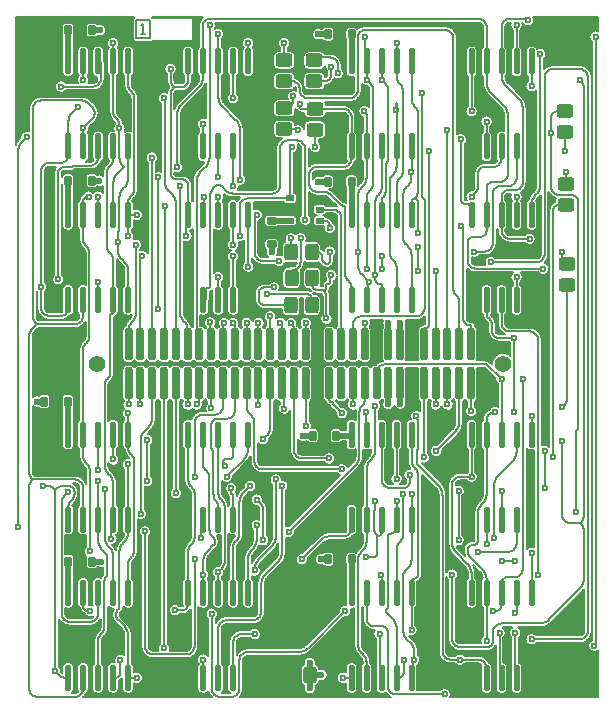
<source format=gbr>
G04 GENERATED BY PULSONIX 10.0 GERBER.DLL 7250*
G04 #@! TF.GenerationSoftware,Pulsonix,Pulsonix,10.0.7250*
G04 #@! TF.CreationDate,2019-09-19T08:44:43--1:00*
G04 #@! TF.Part,Single*
%FSLAX25Y25*%
%LPD*%
%MOIN*%
G04 #@! TF.FileFunction,Copper,L1,Top*
G04 #@! TF.FilePolarity,Positive*
G04 #@! TA.AperFunction,OtherCopper*
%ADD10C,0.00591*%
G04 #@! TA.AperFunction,ViaPad*
%ADD11C,0.02362X0.00984*%
G04 #@! TA.AperFunction,ComponentPad*
%ADD17C,0.03543X0.01181*%
G04 #@! TA.AperFunction,SMDPad*
%AMT18*0 Rounded Rectangle pad*4,1,28,0.00787,0.01575,-0.00787,0.01575,-0.00889,0.01561,-0.00984,0.01522,-0.01066,0.01459,-0.01128,0.01378,-0.01168,0.01283,-0.01181,0.01181,-0.01181,-0.01181,-0.01168,-0.01283,-0.01128,-0.01378,-0.01066,-0.01459,-0.00984,-0.01522,-0.00889,-0.01561,-0.00787,-0.01575,0.00787,-0.01575,0.00889,-0.01561,0.00984,-0.01522,0.01066,-0.01459,0.01128,-0.01378,0.01168,-0.01283,0.01181,-0.01181,0.01181,0.01181,0.01168,0.01283,0.01128,0.01378,0.01066,0.01459,0.00984,0.01522,0.00889,0.01561,0.00787,0.01575,0*%
%ADD18T18*%
%AMT19*0 Rounded Rectangle pad*4,1,28,0.00787,0.01280,-0.00787,0.01280,-0.00889,0.01266,-0.00984,0.01227,-0.01066,0.01164,-0.01128,0.01083,-0.01168,0.00988,-0.01181,0.00886,-0.01181,-0.00886,-0.01168,-0.00988,-0.01128,-0.01083,-0.01066,-0.01164,-0.00984,-0.01227,-0.00889,-0.01266,-0.00787,-0.01280,0.00787,-0.01280,0.00889,-0.01266,0.00984,-0.01227,0.01066,-0.01164,0.01128,-0.01083,0.01168,-0.00988,0.01181,-0.00886,0.01181,0.00886,0.01168,0.00988,0.01128,0.01083,0.01066,0.01164,0.00984,0.01227,0.00889,0.01266,0.00787,0.01280,0*%
%ADD19T19*%
%AMT71*0 Rounded Rectangle pad*4,1,36,0.01382,0.02760,-0.01382,0.02760,-0.01536,0.02745,-0.01683,0.02700,-0.01820,0.02627,-0.01939,0.02529,-0.02037,0.02410,-0.02110,0.02274,-0.02154,0.02126,-0.02170,0.01973,-0.02170,-0.01973,-0.02154,-0.02126,-0.02110,-0.02274,-0.02037,-0.02410,-0.01939,-0.02529,-0.01820,-0.02627,-0.01683,-0.02700,-0.01536,-0.02745,-0.01382,-0.02760,0.01382,-0.02760,0.01536,-0.02745,0.01683,-0.02700,0.01820,-0.02627,0.01939,-0.02529,0.02037,-0.02410,0.02110,-0.02274,0.02154,-0.02126,0.02169,-0.01973,0.02169,0.01973,0.02154,0.02126,0.02110,0.02274,0.02037,0.02410,0.01939,0.02529,0.01820,0.02627,0.01683,0.02700,0.01536,0.02745,0.01382,0.02760,0*%
%ADD71T71*%
%AMT22*0 Rounded Rectangle pad*4,1,36,0.01382,0.02760,-0.01382,0.02760,-0.01536,0.02745,-0.01683,0.02700,-0.01820,0.02627,-0.01939,0.02529,-0.02037,0.02410,-0.02110,0.02274,-0.02154,0.02126,-0.02170,0.01973,-0.02170,-0.01973,-0.02154,-0.02126,-0.02110,-0.02274,-0.02037,-0.02410,-0.01939,-0.02529,-0.01820,-0.02627,-0.01683,-0.02700,-0.01536,-0.02745,-0.01382,-0.02760,0.01382,-0.02760,0.01536,-0.02745,0.01683,-0.02700,0.01820,-0.02627,0.01939,-0.02529,0.02037,-0.02410,0.02110,-0.02274,0.02154,-0.02126,0.02169,-0.01973,0.02169,0.01973,0.02154,0.02126,0.02110,0.02274,0.02037,0.02410,0.01939,0.02529,0.01820,0.02627,0.01683,0.02700,0.01536,0.02745,0.01382,0.02760,0*%
%ADD22T22*%
%AMT25*0 Rounded Rectangle pad*4,1,36,-0.02760,0.01382,-0.02760,-0.01382,-0.02745,-0.01536,-0.02700,-0.01683,-0.02627,-0.01820,-0.02529,-0.01939,-0.02410,-0.02037,-0.02274,-0.02110,-0.02126,-0.02154,-0.01973,-0.02170,0.01973,-0.02170,0.02126,-0.02154,0.02274,-0.02110,0.02410,-0.02037,0.02529,-0.01939,0.02627,-0.01820,0.02700,-0.01683,0.02745,-0.01536,0.02760,-0.01382,0.02760,0.01382,0.02745,0.01536,0.02700,0.01683,0.02627,0.01820,0.02529,0.01939,0.02410,0.02037,0.02274,0.02110,0.02126,0.02154,0.01973,0.02169,-0.01973,0.02169,-0.02126,0.02154,-0.02274,0.02110,-0.02410,0.02037,-0.02529,0.01939,-0.02627,0.01820,-0.02700,0.01683,-0.02745,0.01536,-0.02760,0.01382,0*%
%ADD25T25*%
G04 #@! TD.AperFunction*
%ADD86C,0.00500*%
G04 #@! TA.AperFunction,OtherCopper*
%ADD115C,0.00600*%
G04 #@! TA.AperFunction,Conductor*
%ADD122C,0.01969*%
G04 #@! TD.AperFunction*
%ADD126C,0.05512*%
G04 #@! TA.AperFunction,SMDPad*
%AMT129*0 Rounded Rectangle pad*4,1,28,-0.01575,0.00787,-0.01575,-0.00787,-0.01561,-0.00889,-0.01522,-0.00984,-0.01459,-0.01066,-0.01378,-0.01128,-0.01283,-0.01168,-0.01181,-0.01181,0.01181,-0.01181,0.01283,-0.01168,0.01378,-0.01128,0.01459,-0.01066,0.01522,-0.00984,0.01561,-0.00889,0.01575,-0.00787,0.01575,0.00787,0.01561,0.00889,0.01522,0.00984,0.01459,0.01066,0.01378,0.01128,0.01283,0.01168,0.01181,0.01181,-0.01181,0.01181,-0.01283,0.01168,-0.01378,0.01128,-0.01459,0.01066,-0.01522,0.00984,-0.01561,0.00889,-0.01575,0.00787,0*%
%ADD129T129*%
%AMT130*0 Rounded Rectangle pad*4,1,28,-0.01280,0.00787,-0.01280,-0.00787,-0.01266,-0.00889,-0.01227,-0.00984,-0.01164,-0.01066,-0.01083,-0.01128,-0.00988,-0.01168,-0.00886,-0.01181,0.00886,-0.01181,0.00988,-0.01168,0.01083,-0.01128,0.01164,-0.01066,0.01227,-0.00984,0.01266,-0.00889,0.01280,-0.00787,0.01280,0.00787,0.01266,0.00889,0.01227,0.00984,0.01164,0.01066,0.01083,0.01128,0.00988,0.01168,0.00886,0.01181,-0.00886,0.01181,-0.00988,0.01168,-0.01083,0.01128,-0.01164,0.01066,-0.01227,0.00984,-0.01266,0.00889,-0.01280,0.00787,0*%
%ADD130T130*%
%AMT140*0 Rounded Rectangle pad*4,1,32,0.00591,0.05315,-0.00591,0.05315,-0.00722,0.05300,-0.00847,0.05256,-0.00959,0.05186,-0.01052,0.05093,-0.01123,0.04981,-0.01166,0.04856,-0.01181,0.04724,-0.01181,-0.04724,-0.01166,-0.04856,-0.01123,-0.04981,-0.01052,-0.05093,-0.00959,-0.05186,-0.00847,-0.05256,-0.00722,-0.05300,-0.00591,-0.05315,0.00591,-0.05315,0.00722,-0.05300,0.00847,-0.05256,0.00959,-0.05186,0.01052,-0.05093,0.01123,-0.04981,0.01166,-0.04856,0.01181,-0.04724,0.01181,0.04724,0.01166,0.04856,0.01123,0.04981,0.01052,0.05093,0.00959,0.05186,0.00847,0.05256,0.00722,0.05300,0.00591,0.05315,0*%
%ADD140T140*%
G04 #@! TA.AperFunction,Conductor*
%ADD149C,0.00787*%
G04 #@! TA.AperFunction,WasherPad*
%ADD154C,0.23622X0.12205*%
G04 #@! TA.AperFunction,SMDPad*
%AMT174*0 Rounded Rectangle pad*4,1,28,-0.01476,0.00591,-0.01476,-0.00591,-0.01463,-0.00693,-0.01424,-0.00788,-0.01361,-0.00869,-0.01280,-0.00932,-0.01185,-0.00971,-0.01083,-0.00985,0.01083,-0.00985,0.01185,-0.00971,0.01280,-0.00932,0.01361,-0.00869,0.01424,-0.00788,0.01463,-0.00693,0.01476,-0.00591,0.01476,0.00591,0.01463,0.00693,0.01424,0.00788,0.01361,0.00869,0.01280,0.00932,0.01185,0.00971,0.01083,0.00984,-0.01083,0.00984,-0.01185,0.00971,-0.01280,0.00932,-0.01361,0.00869,-0.01424,0.00788,-0.01463,0.00693,-0.01476,0.00591,0*%
%ADD174T174*%
%AMT218*0 Rounded Rectangle pad*4,1,36,0.00295,0.04331,-0.00295,0.04331,-0.00449,0.04316,-0.00597,0.04271,-0.00733,0.04198,-0.00852,0.04100,-0.00950,0.03981,-0.01023,0.03845,-0.01068,0.03697,-0.01083,0.03543,-0.01083,-0.03543,-0.01068,-0.03697,-0.01023,-0.03845,-0.00950,-0.03981,-0.00852,-0.04100,-0.00733,-0.04198,-0.00597,-0.04271,-0.00449,-0.04316,-0.00295,-0.04331,0.00295,-0.04331,0.00449,-0.04316,0.00597,-0.04271,0.00733,-0.04198,0.00852,-0.04100,0.00950,-0.03981,0.01023,-0.03845,0.01068,-0.03697,0.01083,-0.03543,0.01083,0.03543,0.01068,0.03697,0.01023,0.03845,0.00950,0.03981,0.00852,0.04100,0.00733,0.04198,0.00597,0.04271,0.00449,0.04316,0.00295,0.04331,0*%
%ADD218T218*%
X0Y0D02*
D02*
D10*
X-94774Y194183D02*
Y151751D01*
X-94624Y152107*
X-94449Y152451*
X-94250Y152782*
X-94029Y153098*
X-93786Y153398*
X-93523Y153680*
X-93155Y154048*
X-93169Y154292*
X-93155Y154537*
X-93111Y154777*
X-93040Y155011*
X-92941Y155235*
X-92817Y155446*
X-92668Y155640*
X-92498Y155816*
X-92308Y155970*
X-92101Y156101*
X-91881Y156206*
X-91649Y156285*
X-91410Y156335*
X-91166Y156357*
X-90921Y156350*
X-90679Y156315*
X-90443Y156250*
X-90217Y156159*
Y163780*
X-90201Y164131*
X-90155Y164480*
X-90079Y164824*
X-89973Y165160*
X-89838Y165485*
X-89676Y165797*
X-89487Y166094*
X-89272Y166373*
X-89035Y166633*
X-88775Y166871*
X-88496Y167085*
X-88199Y167274*
X-87887Y167437*
X-87561Y167572*
X-87226Y167677*
X-86882Y167754*
X-86533Y167800*
X-86181Y167815*
X-72877*
X-72507Y167800*
X-72140Y167757*
X-71778Y167685*
X-71422Y167585*
X-71075Y167457*
X-70739Y167302*
X-70417Y167121*
X-70110Y166916*
X-69819Y166687*
X-69548Y166436*
X-68268Y165157*
X-68031Y164897*
X-67816Y164618*
X-67627Y164321*
X-67465Y164009*
X-67330Y163683*
X-67224Y163348*
X-67148Y163004*
X-67102Y162655*
X-67086Y162303*
X-67102Y161951*
X-67148Y161602*
X-67224Y161259*
X-67330Y160923*
X-67465Y160598*
X-67627Y160285*
X-67816Y159989*
X-68031Y159709*
X-68268Y159450*
X-70191Y157527*
X-70177Y157303*
X-70187Y157079*
X-70222Y156857*
X-70280Y156640*
X-70361Y156431*
X-70464Y156232*
X-70589Y156046*
X-70733Y155874*
X-70598Y155711*
X-70484Y155534*
X-70394Y155343*
X-70329Y155142*
X-70289Y154935*
X-70276Y154724*
Y147638*
X-70290Y147417*
X-70334Y147199*
X-70406Y146990*
X-70505Y146792*
X-70630Y146608*
X-70777Y146443*
X-70945Y146299*
X-71131Y146178*
X-71331Y146083*
X-70000*
X-69815Y146094*
X-69634Y146129*
X-69458Y146186*
X-69290Y146265*
X-69134Y146363*
X-68991Y146481*
X-68864Y146616*
X-68987Y146798*
X-69084Y146995*
X-69155Y147203*
X-69198Y147419*
X-69213Y147638*
Y154724*
X-69198Y154943*
X-69156Y155157*
X-69085Y155365*
X-68988Y155561*
X-68867Y155743*
X-68723Y155908*
X-68558Y156052*
X-68376Y156173*
X-68180Y156270*
X-67972Y156341*
X-67758Y156383*
X-67539Y156398*
X-66949*
X-66730Y156383*
X-66516Y156341*
X-66309Y156270*
X-66112Y156173*
X-65930Y156052*
X-65766Y155908*
X-65621Y155743*
X-65500Y155561*
X-65403Y155365*
X-65333Y155157*
X-65290Y154943*
X-65276Y154724*
Y147638*
X-65289Y147429*
X-65328Y147224*
X-65392Y147025*
X-65480Y146836*
X-65592Y146659*
X-65724Y146498*
X-65876Y146354*
X-66044Y146230*
X-66227Y146128*
X-66364Y145808*
X-66528Y145502*
X-66719Y145210*
X-66934Y144936*
X-67171Y144681*
X-67430Y144448*
X-67707Y144238*
X-68002Y144053*
X-68312Y143894*
X-68634Y143762*
X-68967Y143658*
X-69307Y143584*
X-69652Y143539*
X-70000Y143524*
X-75148*
X-75318Y143395*
X-75502Y143288*
X-75698Y143202*
X-75902Y143140*
X-76112Y143103*
X-76325Y143091*
X-78653*
X-78781Y143078*
X-78905Y143040*
X-79018Y142980*
X-79118Y142898*
X-79200Y142798*
X-79261Y142684*
X-79298Y142561*
X-79311Y142432*
Y140965*
X-79298Y141147*
X-79259Y141325*
X-79195Y141496*
X-79108Y141656*
X-78999Y141802*
X-78869Y141932*
X-78723Y142041*
X-78563Y142128*
X-78392Y142192*
X-78214Y142231*
X-78031Y142244*
X-76457*
X-76275Y142231*
X-76096Y142192*
X-75925Y142128*
X-75765Y142041*
X-75619Y141932*
X-75490Y141802*
X-75380Y141656*
X-75293Y141496*
X-75229Y141325*
X-75190Y141147*
X-75177Y140965*
Y138602*
X-75190Y138423*
X-75227Y138247*
X-75289Y138079*
X-75374Y137920*
Y132455*
X-75320Y132271*
X-75287Y132082*
X-75276Y131890*
Y124803*
X-75290Y124585*
X-75333Y124370*
X-75403Y124163*
X-75500Y123967*
X-75621Y123785*
X-75766Y123620*
X-75930Y123476*
X-76112Y123354*
X-76309Y123257*
X-76516Y123187*
X-76730Y123144*
X-76949Y123130*
X-77539*
X-77758Y123144*
X-77972Y123187*
X-78180Y123257*
X-78376Y123354*
X-78558Y123476*
X-78722Y123620*
X-78867Y123785*
X-78988Y123967*
X-79085Y124163*
X-79156Y124370*
X-79198Y124585*
X-79213Y124803*
Y131890*
X-79202Y132082*
X-79169Y132271*
X-79114Y132455*
Y137920*
X-79199Y138079*
X-79261Y138247*
X-79298Y138423*
X-79311Y138602*
Y108583*
X-79128Y108428*
X-78964Y108254*
X-78822Y108061*
X-78702Y107854*
X-78608Y107634*
X-78540Y107404*
X-78498Y107168*
X-78484Y106929*
X-78499Y106680*
X-78544Y106434*
X-78619Y106196*
X-78721Y105969*
X-78850Y105755*
X-79004Y105559*
X-79181Y105382*
X-79377Y105228*
X-79591Y105099*
X-79818Y104997*
X-80057Y104922*
X-80302Y104877*
X-80551Y104862*
X-80800Y104877*
X-81046Y104922*
X-81284Y104997*
X-81512Y105099*
X-81725Y105228*
X-81922Y105382*
X-82098Y105559*
X-82252Y105755*
X-82381Y105969*
X-82484Y106196*
X-82558Y106434*
X-82603Y106680*
X-82618Y106929*
X-82606Y107156*
X-82568Y107380*
X-82507Y107598*
X-82422Y107808*
X-82314Y108008*
X-82185Y108195*
X-82037Y108366*
X-81870Y108521*
Y142432*
X-81855Y142747*
X-81809Y143058*
X-81732Y143364*
X-81627Y143660*
X-81492Y143945*
X-81331Y144215*
X-81144Y144469*
X-83504*
X-83714Y144453*
X-83920Y144409*
X-84117Y144335*
X-84302Y144234*
X-84471Y144108*
X-84620Y143959*
X-84746Y143790*
X-84847Y143605*
X-84921Y143408*
X-84965Y143202*
X-84980Y142992*
Y105993*
X-84795Y105828*
X-84630Y105641*
X-84489Y105436*
X-84374Y105216*
X-84286Y104983*
X-84227Y104741*
X-84197Y104494*
Y104246*
X-84227Y103999*
X-84286Y103757*
X-84374Y103524*
X-84489Y103304*
X-84630Y103099*
X-84795Y102912*
X-84980Y102747*
Y97441*
X-84965Y97231*
X-84921Y97025*
X-84847Y96828*
X-84746Y96643*
X-84620Y96474*
X-84471Y96325*
X-84302Y96199*
X-84117Y96098*
X-83920Y96024*
X-83714Y95980*
X-83504Y95965*
X-79707*
X-79523Y95979*
X-79343Y96022*
X-79172Y96092*
X-79203Y96273*
X-79213Y96457*
Y103543*
X-79198Y103762*
X-79156Y103976*
X-79085Y104184*
X-78988Y104380*
X-78867Y104562*
X-78723Y104726*
X-78558Y104871*
X-78376Y104992*
X-78180Y105089*
X-77972Y105159*
X-77758Y105202*
X-77539Y105217*
X-76949*
X-76730Y105202*
X-76516Y105159*
X-76309Y105089*
X-76112Y104992*
X-75930Y104871*
X-75766Y104726*
X-75621Y104562*
X-75500Y104380*
X-75403Y104184*
X-75333Y103976*
X-75290Y103762*
X-75276Y103543*
Y96457*
X-75291Y96232*
X-75336Y96011*
X-75410Y95799*
X-75513Y95598*
X-75641Y95413*
X-75793Y95247*
X-75966Y95102*
X-76157Y94983*
X-76362Y94890*
X-76578Y94825*
X-76801Y94790*
X-77021Y94541*
X-77264Y94313*
X-77525Y94107*
X-77804Y93926*
X-78097Y93769*
X-78404Y93640*
X-78720Y93538*
X-79045Y93465*
X-79374Y93420*
X-79707Y93406*
X-83504*
X-83856Y93421*
X-84205Y93467*
X-84548Y93543*
X-84884Y93649*
X-85209Y93784*
X-85522Y93946*
X-85819Y94135*
X-86098Y94350*
X-86357Y94587*
X-86595Y94847*
X-86810Y95126*
X-86999Y95423*
X-87161Y95735*
X-87296Y96061*
X-87402Y96396*
X-87478Y96740*
X-87524Y97089*
X-87539Y97441*
Y102747*
X-87657Y102847*
Y94486*
X-87644Y94254*
X-87602Y94026*
X-87534Y93804*
X-87440Y93592*
X-87321Y93393*
X-87180Y93209*
X-75000*
X-74790Y93224*
X-74584Y93268*
X-74387Y93342*
X-74202Y93443*
X-74033Y93569*
X-73884Y93718*
X-73758Y93887*
X-73657Y94072*
X-73583Y94269*
X-73539Y94475*
X-73524Y94685*
Y95104*
X-73696Y95248*
X-73848Y95414*
X-73976Y95599*
X-74078Y95799*
X-74152Y96012*
X-74197Y96232*
X-74213Y96457*
Y103543*
X-74198Y103762*
X-74156Y103976*
X-74085Y104184*
X-73988Y104380*
X-73867Y104562*
X-73723Y104726*
X-73558Y104871*
X-73376Y104992*
X-73180Y105089*
X-72972Y105159*
X-72758Y105202*
X-72539Y105217*
X-71949*
X-71776Y105208*
X-71605Y105181*
X-71437Y105136*
Y115649*
X-71452Y115884*
X-71498Y116115*
X-71573Y116338*
X-71677Y116549*
X-71807Y116746*
X-71961Y116923*
X-71968Y116930*
X-72243Y117205*
X-72253Y117216*
X-72485Y117467*
X-72695Y117736*
X-72885Y118021*
X-73051Y118319*
X-73194Y118630*
X-73311Y118951*
X-73404Y119280*
X-73470Y119615*
X-73510Y119955*
X-73524Y120296*
Y123450*
X-73696Y123594*
X-73848Y123760*
X-73976Y123945*
X-74078Y124146*
X-74152Y124358*
X-74197Y124579*
X-74213Y124803*
Y131890*
X-74197Y132117*
X-74151Y132340*
X-74075Y132555*
X-73970Y132758*
X-73839Y132944*
X-73683Y133111*
X-73507Y133255*
X-73463Y133527*
X-73392Y133793*
X-73296Y134050*
X-73175Y134297*
X-73030Y134531*
X-72862Y134749*
X-72674Y134949*
X-72466Y135130*
X-72242Y135290*
X-72130Y135506*
X-71994Y135708*
X-71834Y135892*
X-71655Y136056*
X-71457Y136197*
X-71243Y136315*
X-71018Y136406*
X-70783Y136471*
X-70542Y136507*
X-70299Y136515*
X-70056Y136494*
X-69818Y136445*
X-69587Y136368*
X-69367Y136265*
X-69160Y136136*
X-68970Y135984*
X-68799Y135810*
X-68632Y135981*
X-68446Y136130*
X-68244Y136258*
X-68029Y136361*
X-67804Y136439*
X-67570Y136490*
X-67333Y136514*
X-67094Y136510*
X-66858Y136479*
X-66626Y136421*
X-66403Y136337*
X-66191Y136227*
X-65993Y136094*
X-65812Y135939*
X-65650Y135764*
Y138130*
X-65860Y137991*
X-66086Y137879*
X-66323Y137796*
X-66569Y137742*
X-66820Y137718*
X-67071Y137725*
X-67320Y137762*
X-67563Y137829*
X-67693Y137682*
X-67845Y137557*
X-68013Y137456*
X-68196Y137383*
X-68387Y137338*
X-68583Y137323*
X-70157*
X-70340Y137336*
X-70518Y137375*
X-70689Y137438*
X-70849Y137526*
X-70995Y137635*
X-71124Y137764*
X-71234Y137911*
X-71321Y138071*
X-71385Y138242*
X-71424Y138420*
X-71437Y138602*
Y140965*
X-71424Y141147*
X-71385Y141325*
X-71321Y141496*
X-71234Y141656*
X-71124Y141802*
X-70995Y141932*
X-70849Y142041*
X-70689Y142128*
X-70518Y142192*
X-70340Y142231*
X-70157Y142244*
X-68583*
X-68387Y142229*
X-68196Y142184*
X-68013Y142111*
X-67845Y142010*
X-67693Y141885*
X-67563Y141738*
X-67320Y141805*
X-67071Y141842*
X-66820Y141849*
X-66569Y141825*
X-66323Y141771*
X-66086Y141688*
X-65860Y141576*
X-65650Y141437*
Y142235*
X-65636Y142583*
X-65595Y142929*
X-65527Y143271*
X-65432Y143606*
X-65312Y143933*
X-65166Y144250*
X-64996Y144554*
X-64802Y144844*
X-64586Y145117*
X-64350Y145373*
X-64074Y145649*
X-63932Y145808*
X-63809Y145982*
X-63707Y146168*
X-63626Y146366*
X-63774Y146509*
X-63904Y146670*
X-64013Y146845*
X-64099Y147032*
X-64162Y147229*
X-64200Y147432*
X-64213Y147638*
Y154724*
X-64198Y154943*
X-64156Y155157*
X-64085Y155365*
X-63988Y155561*
X-63867Y155743*
X-63723Y155908*
X-63558Y156052*
X-63376Y156173*
X-63180Y156270*
X-62972Y156341*
X-62758Y156383*
X-62539Y156398*
X-62025*
X-62115Y156620*
X-62179Y156852*
X-62215Y157089*
X-62224Y157329*
X-62205Y157569*
X-62158Y157805*
X-62084Y158033*
X-61984Y158252*
X-61859Y158457*
X-61711Y158646*
X-61543Y158818*
X-61619Y159000*
X-61716Y159173*
X-61830Y159334*
X-61961Y159482*
X-61968Y159489*
X-62243Y159764*
X-62253Y159775*
X-62485Y160026*
X-62695Y160295*
X-62885Y160580*
X-63051Y160879*
X-63194Y161189*
X-63311Y161510*
X-63404Y161839*
X-63470Y162174*
X-63510Y162514*
X-63524Y162855*
Y174631*
X-63696Y174775*
X-63848Y174942*
X-63976Y175127*
X-64078Y175327*
X-64152Y175539*
X-64197Y175760*
X-64213Y175984*
Y183071*
X-64199Y183281*
X-64160Y183489*
X-64094Y183689*
X-64004Y183880*
X-63890Y184058*
X-63756Y184220*
X-63898Y184390*
X-64021Y184574*
X-64124Y184770*
X-64205Y184976*
X-64264Y185190*
X-64299Y185409*
X-64311Y185630*
X-64296Y185879*
X-64251Y186125*
X-64177Y186363*
X-64074Y186590*
X-63945Y186804*
X-63791Y187001*
X-63615Y187177*
X-63418Y187331*
X-63205Y187460*
X-62977Y187563*
X-62739Y187637*
X-62493Y187682*
X-62244Y187697*
X-61995Y187682*
X-61749Y187637*
X-61511Y187563*
X-61284Y187460*
X-61070Y187331*
X-60874Y187177*
X-60697Y187001*
X-60543Y186804*
X-60414Y186590*
X-60311Y186363*
X-60237Y186125*
X-60192Y185879*
X-60177Y185630*
X-60189Y185409*
X-60224Y185190*
X-60283Y184976*
X-60364Y184770*
X-60467Y184574*
X-60590Y184390*
X-60733Y184220*
X-60598Y184058*
X-60484Y183880*
X-60394Y183689*
X-60329Y183489*
X-60289Y183281*
X-60276Y183071*
Y175984*
X-60291Y175760*
X-60336Y175539*
X-60410Y175327*
X-60512Y175126*
X-60640Y174942*
X-60792Y174775*
X-60965Y174631*
Y162855*
X-60949Y162620*
X-60904Y162389*
X-60828Y162166*
X-60725Y161955*
X-60595Y161758*
X-60440Y161581*
X-60434Y161574*
X-60158Y161299*
X-60148Y161288*
X-59922Y161043*
X-59716Y160781*
X-59530Y160505*
X-59366Y160215*
X-59224Y159913*
X-59106Y159601*
X-59012Y159282*
X-58942Y158956*
X-58754Y158801*
X-58586Y158626*
X-58439Y158432*
X-58316Y158222*
X-58218Y157999*
X-58148Y157766*
X-58105Y157527*
X-58091Y157284*
X-58105Y157041*
X-58148Y156801*
X-58218Y156568*
X-58316Y156345*
X-58439Y156135*
X-58273Y156228*
X-58098Y156302*
X-57916Y156355*
X-57729Y156387*
X-57539Y156398*
X-56949*
X-56776Y156389*
X-56605Y156362*
X-56437Y156317*
Y167145*
X-56452Y167380*
X-56498Y167611*
X-56573Y167834*
X-56677Y168045*
X-56807Y168242*
X-56961Y168419*
X-56968Y168426*
X-57243Y168701*
X-57253Y168712*
X-57485Y168963*
X-57695Y169232*
X-57885Y169517*
X-58051Y169816*
X-58194Y170126*
X-58311Y170447*
X-58404Y170776*
X-58470Y171111*
X-58510Y171451*
X-58524Y171792*
Y174631*
X-58696Y174775*
X-58848Y174942*
X-58976Y175127*
X-59078Y175327*
X-59152Y175539*
X-59197Y175760*
X-59213Y175984*
Y183071*
X-59198Y183289*
X-59156Y183504*
X-59085Y183711*
X-58988Y183907*
X-58867Y184089*
X-58723Y184254*
X-58558Y184398*
X-58376Y184520*
X-58180Y184617*
X-57972Y184687*
X-57758Y184730*
X-57539Y184744*
X-56949*
X-56730Y184730*
X-56516Y184687*
X-56309Y184617*
X-56112Y184520*
X-55930Y184398*
X-55766Y184254*
X-55621Y184089*
X-55500Y183907*
X-55403Y183711*
X-55333Y183504*
X-55290Y183289*
X-55276Y183071*
Y175984*
X-55291Y175760*
X-55336Y175539*
X-55410Y175327*
X-55512Y175126*
X-55640Y174942*
X-55792Y174775*
X-55965Y174631*
Y171792*
X-55949Y171557*
X-55904Y171326*
X-55828Y171103*
X-55725Y170892*
X-55595Y170695*
X-55440Y170518*
X-55434Y170511*
X-55158Y170236*
X-55148Y170225*
X-54917Y169974*
X-54706Y169705*
X-54517Y169420*
X-54351Y169121*
X-54208Y168811*
X-54090Y168490*
X-53998Y168161*
X-53931Y167826*
X-53891Y167486*
X-53878Y167145*
Y140591*
X-53891Y140406*
X-53931Y140226*
X-53996Y140054*
Y136827*
X-54012Y136465*
X-54059Y136106*
X-54137Y135752*
X-54245Y135407*
X-54383Y135072*
X-54550Y134750*
X-54744Y134445*
X-54963Y134157*
X-55207Y133889*
X-55217Y133879*
X-55493Y133603*
X-55499Y133597*
X-55625Y133453*
X-55733Y133296*
X-55822Y133127*
X-55683Y132984*
X-55562Y132827*
X-55461Y132656*
X-55381Y132474*
X-55323Y132284*
X-55287Y132088*
X-55276Y131890*
Y130204*
X-55048Y130299*
X-54812Y130366*
X-54569Y130404*
X-54323Y130413*
X-54078Y130393*
X-53837Y130343*
X-53603Y130266*
X-53381Y130161*
X-53172Y130031*
X-52981Y129877*
X-52809Y129701*
X-52659Y129506*
X-52533Y129294*
X-52434Y129069*
X-52361Y128834*
X-52318Y128592*
X-52303Y128346*
X-52318Y128101*
X-52361Y127859*
X-52434Y127624*
X-52533Y127399*
X-52659Y127187*
X-52809Y126992*
X-52981Y126816*
X-53172Y126662*
X-53381Y126532*
X-53603Y126427*
X-53837Y126350*
X-54078Y126300*
X-54323Y126280*
X-54569Y126289*
X-54812Y126327*
X-55048Y126394*
X-55276Y126488*
Y124803*
X-55291Y124579*
X-55336Y124358*
X-55410Y124146*
X-55512Y123945*
X-55640Y123760*
X-55792Y123594*
X-55965Y123450*
Y122962*
X-55784Y122802*
X-55624Y122622*
X-55486Y122425*
X-55371Y122213*
X-55282Y121989*
X-55220Y121756*
X-55185Y121518*
X-55178Y121277*
X-55199Y121037*
X-55248Y120801*
X-55324Y120573*
X-55426Y120355*
X-55193Y120429*
X-54953Y120475*
X-54709Y120492*
X-54465Y120480*
X-54224Y120440*
X-53989Y120372*
X-53764Y120276*
X-53552Y120154*
X-53356Y120008*
X-53178Y119840*
X-53022Y119652*
X-52888Y119447*
X-52780Y119228*
X-52699Y118997*
X-52645Y118759*
X-52620Y118516*
X-52624Y118271*
X-52656Y118029*
X-52717Y117792*
X-52806Y117564*
X-52921Y117348*
X-53060Y117147*
X-53223Y116964*
X-53406Y116802*
Y116513*
X-53174Y116606*
X-52932Y116671*
X-52684Y116706*
X-52434Y116711*
X-52186Y116685*
X-51942Y116630*
X-51706Y116546*
X-51483Y116434*
X-51274Y116295*
X-51084Y116133*
X-50915Y115949*
X-50770Y115745*
X-50650Y115526*
Y145857*
X-50824Y146012*
X-50981Y146185*
X-51116Y146374*
X-51230Y146578*
X-51320Y146793*
X-51384Y147017*
X-51424Y147247*
X-51437Y147480*
X-51422Y147729*
X-51377Y147975*
X-51303Y148213*
X-51200Y148441*
X-51071Y148654*
X-50917Y148851*
X-50741Y149027*
X-50544Y149181*
X-50331Y149310*
X-50103Y149413*
X-49865Y149487*
X-49619Y149532*
X-49370Y149547*
X-49121Y149532*
X-48875Y149487*
X-48637Y149413*
X-48410Y149310*
X-48196Y149181*
X-47999Y149027*
X-47823Y148851*
X-47669Y148654*
X-47540Y148441*
X-47437Y148213*
X-47363Y147975*
X-47318Y147729*
X-47303Y147480*
X-47316Y147247*
X-47356Y147018*
X-47421Y146794*
X-47510Y146578*
X-47624Y146374*
X-47760Y146185*
X-47916Y146012*
X-48091Y145857*
Y142812*
X-47879Y142899*
X-47659Y142961*
X-47433Y142999*
X-47205Y143012*
X-46976Y142999*
X-46751Y142961*
X-46531Y142899*
X-46319Y142812*
Y165499*
X-46531Y165641*
X-46723Y165808*
X-46894Y165997*
X-47040Y166206*
X-47159Y166432*
X-47249Y166670*
X-47310Y166918*
X-47339Y167171*
X-47338Y167426*
X-47304Y167678*
X-47240Y167925*
X-47147Y168162*
X-47024Y168385*
X-46875Y168592*
X-46702Y168779*
X-46507Y168943*
X-46294Y169082*
X-46064Y169194*
X-45823Y169277*
X-45574Y169329*
X-45320Y169350*
X-45065Y169340*
X-44814Y169298*
X-44569Y169226*
X-44336Y169124*
X-44271Y169454*
X-44182Y169779*
X-44069Y170096*
X-43933Y170404*
X-43775Y170700*
X-43594Y170984*
X-43776Y171271*
X-43936Y171571*
X-44073Y171882*
X-44186Y172202*
X-44275Y172530*
X-44339Y172864*
X-44377Y173201*
X-44390Y173541*
Y175385*
X-44564Y175539*
X-44721Y175712*
X-44856Y175902*
X-44970Y176106*
X-45060Y176321*
X-45125Y176545*
X-45164Y176775*
X-45177Y177008*
X-45162Y177257*
X-45117Y177503*
X-45043Y177741*
X-44940Y177968*
X-44811Y178182*
X-44657Y178378*
X-44481Y178555*
X-44284Y178709*
X-44071Y178838*
X-43843Y178940*
X-43605Y179015*
X-43359Y179060*
X-43110Y179075*
X-42861Y179060*
X-42616Y179015*
X-42377Y178940*
X-42150Y178838*
X-41936Y178709*
X-41740Y178555*
X-41563Y178378*
X-41409Y178182*
X-41280Y177968*
X-41178Y177741*
X-41103Y177503*
X-41058Y177257*
X-41043Y177008*
X-41056Y176775*
X-41096Y176545*
X-41161Y176321*
X-41251Y176106*
X-41364Y175902*
X-41500Y175712*
X-41656Y175539*
X-41831Y175385*
Y173541*
X-41817Y173309*
X-41776Y173081*
X-41707Y172859*
X-41613Y172647*
X-41495Y172448*
X-41353Y172264*
X-39372*
X-39225Y172277*
X-39082Y172315*
X-38948Y172377*
X-38827Y172462*
X-38722Y172567*
X-38637Y172688*
X-38575Y172822*
X-38536Y172965*
X-38524Y173112*
Y174631*
X-38696Y174775*
X-38848Y174942*
X-38976Y175127*
X-39078Y175327*
X-39152Y175539*
X-39197Y175760*
X-39213Y175984*
Y183071*
X-39198Y183289*
X-39156Y183504*
X-39085Y183711*
X-38988Y183907*
X-38867Y184089*
X-38723Y184254*
X-38558Y184398*
X-38376Y184520*
X-38180Y184617*
X-37972Y184687*
X-37758Y184730*
X-37539Y184744*
X-36949*
X-36730Y184730*
X-36516Y184687*
X-36309Y184617*
X-36112Y184520*
X-35930Y184398*
X-35766Y184254*
X-35621Y184089*
X-35500Y183907*
X-35403Y183711*
X-35333Y183504*
X-35290Y183289*
X-35276Y183071*
Y175984*
X-35291Y175760*
X-35336Y175539*
X-35410Y175327*
X-35512Y175126*
X-35640Y174942*
X-35792Y174775*
X-35965Y174631*
Y173112*
X-35979Y172798*
X-36023Y172486*
X-36095Y172180*
X-36195Y171881*
X-36322Y171593*
X-36475Y171318*
X-36653Y171059*
X-36854Y170817*
X-37076Y170594*
X-37319Y170393*
X-37578Y170215*
X-37853Y170062*
X-38141Y169935*
X-38439Y169835*
X-38746Y169763*
X-39058Y169719*
X-39372Y169705*
X-41353*
X-41495Y169521*
X-41613Y169321*
X-41707Y169109*
X-41776Y168887*
X-41817Y168659*
X-41831Y168427*
Y163718*
X-41683Y164082*
X-41514Y164437*
X-41323Y164781*
X-41111Y165112*
X-40879Y165429*
X-40627Y165732*
X-40358Y166018*
X-34640Y171736*
X-34416Y171981*
X-34213Y172245*
X-34034Y172526*
X-33881Y172821*
X-33754Y173128*
X-33654Y173445*
X-33582Y173770*
X-33538Y174100*
X-33524Y174432*
Y174631*
X-33696Y174775*
X-33848Y174942*
X-33976Y175127*
X-34078Y175327*
X-34152Y175539*
X-34197Y175760*
X-34213Y175984*
Y183071*
X-34197Y183295*
X-34152Y183516*
X-34078Y183728*
X-33976Y183929*
X-33848Y184114*
X-33696Y184280*
X-33524Y184424*
Y191575*
X-33508Y191903*
X-33461Y192229*
X-33383Y192548*
X-33276Y192859*
X-33139Y193157*
X-32974Y193442*
X-32783Y193709*
X-32567Y193957*
X-32329Y194183*
X-49358*
X-49248Y194098*
X-49148Y194000*
X-36028*
X-35936Y193986*
X-35854Y193944*
X-35789Y193878*
X-35747Y193796*
X-35732Y193705*
Y186705*
X-35747Y186613*
X-35789Y186531*
X-35854Y186466*
X-35936Y186424*
X-36028Y186409*
X-49148*
X-49267Y186295*
X-49401Y186198*
X-49546Y186121*
X-49701Y186065*
X-49863Y186030*
X-50028Y186019*
X-54528*
X-54713Y186034*
X-54894Y186077*
X-55066Y186148*
X-55225Y186245*
X-55366Y186366*
X-55487Y186508*
X-55584Y186666*
X-55655Y186838*
X-55699Y187019*
X-55713Y187205*
Y193205*
X-55698Y193396*
X-55652Y193582*
X-55576Y193758*
X-55474Y193920*
X-55346Y194063*
X-55197Y194183*
X-94774*
X-64980Y173898D02*
X-64996Y173546D01*
X-65042Y173197*
X-65118Y172853*
X-65224Y172517*
X-65358Y172192*
X-65521Y171880*
X-65710Y171583*
X-65924Y171304*
X-66162Y171044*
X-66422Y170806*
X-66701Y170592*
X-66998Y170403*
X-67310Y170240*
X-67636Y170106*
X-67971Y170000*
X-68315Y169924*
X-68664Y169878*
X-69016Y169862*
X-77983*
X-78145Y169680*
X-78327Y169519*
X-78526Y169379*
X-78741Y169265*
X-78967Y169176*
X-79203Y169115*
X-79444Y169081*
X-79687Y169076*
X-79930Y169100*
X-80167Y169152*
X-80397Y169232*
X-80616Y169338*
X-80821Y169469*
X-81009Y169624*
X-81178Y169799*
X-81325Y169993*
X-81448Y170203*
X-81545Y170426*
X-81616Y170659*
X-81659Y170899*
X-81673Y171142*
X-81659Y171385*
X-81616Y171624*
X-81545Y171857*
X-81448Y172080*
X-81325Y172290*
X-81178Y172484*
X-81009Y172660*
X-80821Y172814*
X-80616Y172945*
X-80397Y173051*
X-80167Y173131*
X-79930Y173183*
X-79687Y173207*
X-79444Y173202*
X-79203Y173169*
X-78968Y173108*
X-78741Y173019*
X-78526Y172904*
X-78327Y172765*
X-78145Y172603*
X-77983Y172421*
X-74051*
X-74154Y172634*
X-74231Y172857*
X-74283Y173087*
X-74308Y173322*
X-74307Y173559*
X-74278Y173793*
X-74223Y174023*
X-74142Y174245*
X-74036Y174456*
X-73907Y174654*
X-73756Y174835*
X-73891Y174997*
X-74004Y175175*
X-74094Y175366*
X-74160Y175566*
X-74199Y175774*
X-74213Y175984*
Y183071*
X-74198Y183289*
X-74156Y183504*
X-74085Y183711*
X-73988Y183907*
X-73867Y184089*
X-73723Y184254*
X-73558Y184398*
X-73376Y184520*
X-73180Y184617*
X-72972Y184687*
X-72758Y184730*
X-72539Y184744*
X-71949*
X-71730Y184730*
X-71516Y184687*
X-71309Y184617*
X-71112Y184520*
X-70930Y184398*
X-70766Y184254*
X-70621Y184089*
X-70500Y183907*
X-70403Y183711*
X-70333Y183504*
X-70290Y183289*
X-70276Y183071*
Y175984*
X-70289Y175774*
X-70329Y175566*
X-70394Y175366*
X-70484Y175175*
X-70598Y174997*
X-70733Y174835*
X-70582Y174653*
X-70452Y174456*
X-70346Y174245*
X-70265Y174023*
X-70210Y173793*
X-70181Y173559*
X-70180Y173322*
X-70205Y173087*
X-70257Y172857*
X-70335Y172634*
X-70437Y172421*
X-69016*
X-68806Y172436*
X-68600Y172481*
X-68402Y172555*
X-68218Y172656*
X-68049Y172782*
X-67900Y172931*
X-67774Y173099*
X-67673Y173284*
X-67599Y173482*
X-67554Y173687*
X-67539Y173898*
Y174311*
X-67758Y174325*
X-67972Y174368*
X-68180Y174438*
X-68376Y174535*
X-68558Y174657*
X-68722Y174801*
X-68867Y174966*
X-68988Y175148*
X-69085Y175344*
X-69156Y175551*
X-69198Y175766*
X-69213Y175984*
Y183071*
X-69198Y183289*
X-69156Y183504*
X-69085Y183711*
X-68988Y183907*
X-68867Y184089*
X-68723Y184254*
X-68558Y184398*
X-68376Y184520*
X-68180Y184617*
X-67972Y184687*
X-67758Y184730*
X-67539Y184744*
X-66949*
X-66730Y184730*
X-66516Y184687*
X-66309Y184617*
X-66112Y184520*
X-65930Y184398*
X-65766Y184254*
X-65621Y184089*
X-65500Y183907*
X-65403Y183711*
X-65333Y183504*
X-65290Y183289*
X-65276Y183071*
Y179943*
X-65171Y179757*
X-65088Y179560*
X-65029Y179356*
X-64992Y179146*
X-64980Y178933*
Y173898*
X-76457Y192441D02*
X-76275Y192428D01*
X-76096Y192389*
X-75925Y192325*
X-75765Y192238*
X-75619Y192128*
X-75490Y191999*
X-75380Y191853*
X-75293Y191693*
X-75229Y191522*
X-75190Y191344*
X-75177Y191161*
Y188799*
X-75190Y188620*
X-75227Y188444*
X-75289Y188276*
X-75374Y188117*
Y183636*
X-75320Y183452*
X-75287Y183263*
X-75276Y183071*
Y175984*
X-75290Y175766*
X-75333Y175551*
X-75403Y175344*
X-75500Y175148*
X-75621Y174966*
X-75766Y174801*
X-75930Y174657*
X-76112Y174535*
X-76309Y174438*
X-76516Y174368*
X-76730Y174325*
X-76949Y174311*
X-77539*
X-77758Y174325*
X-77972Y174368*
X-78180Y174438*
X-78376Y174535*
X-78558Y174657*
X-78722Y174801*
X-78867Y174966*
X-78988Y175148*
X-79085Y175344*
X-79156Y175551*
X-79198Y175766*
X-79213Y175984*
Y183071*
X-79202Y183263*
X-79169Y183452*
X-79114Y183636*
Y188117*
X-79199Y188276*
X-79261Y188444*
X-79298Y188620*
X-79311Y188799*
Y191161*
X-79298Y191344*
X-79259Y191522*
X-79195Y191693*
X-79108Y191853*
X-78999Y191999*
X-78869Y192128*
X-78723Y192238*
X-78563Y192325*
X-78392Y192389*
X-78214Y192428*
X-78031Y192441*
X-76457*
X-67495Y191850D02*
X-67268Y191941D01*
X-67032Y192005*
X-66790Y192040*
X-66546Y192046*
X-66302Y192024*
X-66063Y191973*
X-65832Y191894*
X-65612Y191788*
X-65406Y191657*
X-65216Y191503*
X-65046Y191327*
X-64898Y191133*
X-64774Y190922*
X-64676Y190699*
X-64605Y190465*
X-64562Y190224*
X-64547Y189980*
X-64562Y189736*
X-64605Y189496*
X-64676Y189262*
X-64774Y189038*
X-64898Y188828*
X-65046Y188633*
X-65216Y188458*
X-65406Y188304*
X-65612Y188173*
X-65832Y188067*
X-66063Y187988*
X-66302Y187937*
X-66546Y187915*
X-66790Y187921*
X-67032Y187956*
X-67268Y188019*
X-67495Y188110*
X-67504*
X-67614Y187963*
X-67743Y187834*
X-67889Y187724*
X-68050Y187636*
X-68221Y187572*
X-68400Y187533*
X-68583Y187520*
X-70157*
X-70340Y187533*
X-70518Y187572*
X-70689Y187635*
X-70849Y187723*
X-70995Y187832*
X-71124Y187961*
X-71234Y188107*
X-71321Y188268*
X-71385Y188439*
X-71424Y188617*
X-71437Y188799*
Y191161*
X-71424Y191344*
X-71385Y191522*
X-71321Y191693*
X-71234Y191853*
X-71124Y191999*
X-70995Y192128*
X-70849Y192238*
X-70689Y192325*
X-70518Y192389*
X-70340Y192428*
X-70157Y192441*
X-68583*
X-68400Y192428*
X-68221Y192389*
X-68050Y192325*
X-67889Y192237*
X-67743Y192127*
X-67614Y191997*
X-67504Y191850*
X-67495*
X-67496Y191851D02*
X-94774Y176909D02*
G36*
Y151751D01*
X-94624Y152107D01*
X-94449Y152451D01*
X-94250Y152782D01*
X-94029Y153098D01*
X-93786Y153398D01*
X-93523Y153680D01*
X-93155Y154048D01*
X-93169Y154291D01*
X-93155Y154536D01*
X-93112Y154776D01*
X-93040Y155010D01*
X-92942Y155234D01*
X-92817Y155445D01*
X-92669Y155640D01*
X-92499Y155815D01*
X-92309Y155970D01*
X-92102Y156101D01*
X-91881Y156206D01*
X-91649Y156285D01*
X-91410Y156335D01*
X-91166Y156357D01*
X-90922Y156350D01*
X-90680Y156315D01*
X-90443Y156250D01*
X-90217Y156159D01*
Y163780D01*
X-90201Y164131D01*
X-90155Y164480D01*
X-90079Y164824D01*
X-89973Y165160D01*
X-89838Y165485D01*
X-89676Y165797D01*
X-89487Y166094D01*
X-89272Y166373D01*
X-89035Y166633D01*
X-88775Y166871D01*
X-88496Y167085D01*
X-88199Y167274D01*
X-87887Y167437D01*
X-87561Y167572D01*
X-87226Y167677D01*
X-86882Y167754D01*
X-86533Y167800D01*
X-86181Y167815D01*
X-72877D01*
X-72507Y167800D01*
X-72140Y167757D01*
X-71778Y167685D01*
X-71422Y167585D01*
X-71075Y167457D01*
X-70739Y167302D01*
X-70417Y167121D01*
X-70110Y166916D01*
X-69819Y166687D01*
X-69548Y166436D01*
X-68268Y165157D01*
X-68031Y164897D01*
X-67816Y164618D01*
X-67627Y164321D01*
X-67465Y164009D01*
X-67330Y163683D01*
X-67224Y163348D01*
X-67148Y163004D01*
X-67102Y162655D01*
X-67086Y162303D01*
X-67102Y161951D01*
X-67148Y161602D01*
X-67224Y161259D01*
X-67330Y160923D01*
X-67464Y160598D01*
X-67627Y160285D01*
X-67816Y159989D01*
X-68030Y159709D01*
X-68268Y159450D01*
X-70191Y157527D01*
X-70177Y157283D01*
X-70189Y157062D01*
X-70224Y156844D01*
X-70283Y156630D01*
X-70364Y156424D01*
X-70467Y156228D01*
X-70590Y156043D01*
X-70733Y155874D01*
X-70598Y155711D01*
X-70484Y155534D01*
X-70394Y155343D01*
X-70329Y155142D01*
X-70289Y154935D01*
X-70276Y154724D01*
Y147638D01*
X-70290Y147417D01*
X-70334Y147199D01*
X-70406Y146990D01*
X-70505Y146792D01*
X-70630Y146608D01*
X-70777Y146443D01*
X-70945Y146299D01*
X-71131Y146178D01*
X-71331Y146083D01*
X-70000D01*
X-69815Y146094D01*
X-69634Y146129D01*
X-69458Y146186D01*
X-69290Y146265D01*
X-69134Y146363D01*
X-68991Y146481D01*
X-68864Y146616D01*
X-68987Y146798D01*
X-69084Y146995D01*
X-69155Y147203D01*
X-69198Y147419D01*
X-69213Y147638D01*
Y154724D01*
X-69198Y154943D01*
X-69156Y155157D01*
X-69085Y155365D01*
X-68988Y155561D01*
X-68867Y155743D01*
X-68723Y155908D01*
X-68558Y156052D01*
X-68376Y156173D01*
X-68180Y156270D01*
X-67972Y156341D01*
X-67758Y156383D01*
X-67539Y156398D01*
X-66949D01*
X-66730Y156383D01*
X-66516Y156341D01*
X-66309Y156270D01*
X-66112Y156173D01*
X-65930Y156052D01*
X-65766Y155908D01*
X-65621Y155743D01*
X-65500Y155561D01*
X-65403Y155365D01*
X-65333Y155157D01*
X-65290Y154943D01*
X-65276Y154724D01*
Y147638D01*
X-65289Y147429D01*
X-65328Y147224D01*
X-65392Y147025D01*
X-65480Y146836D01*
X-65592Y146659D01*
X-65724Y146498D01*
X-65876Y146354D01*
X-66044Y146230D01*
X-66227Y146128D01*
X-66364Y145808D01*
X-66528Y145502D01*
X-66719Y145210D01*
X-66934Y144936D01*
X-67171Y144681D01*
X-67430Y144448D01*
X-67707Y144238D01*
X-68002Y144053D01*
X-68312Y143894D01*
X-68634Y143762D01*
X-68967Y143658D01*
X-69307Y143584D01*
X-69652Y143539D01*
X-70000Y143524D01*
X-75148D01*
X-75318Y143395D01*
X-75502Y143288D01*
X-75698Y143202D01*
X-75902Y143140D01*
X-76112Y143103D01*
X-76325Y143091D01*
X-78653D01*
X-78781Y143078D01*
X-78905Y143040D01*
X-79018Y142980D01*
X-79118Y142898D01*
X-79200Y142798D01*
X-79261Y142684D01*
X-79298Y142561D01*
X-79311Y142432D01*
Y140965D01*
X-79298Y141147D01*
X-79259Y141325D01*
X-79195Y141496D01*
X-79108Y141656D01*
X-78998Y141802D01*
X-78869Y141931D01*
X-78723Y142041D01*
X-78563Y142128D01*
X-78392Y142192D01*
X-78214Y142231D01*
X-78031Y142244D01*
X-76457D01*
X-76275Y142231D01*
X-76096Y142192D01*
X-75925Y142128D01*
X-75765Y142041D01*
X-75619Y141932D01*
X-75490Y141802D01*
X-75380Y141656D01*
X-75293Y141496D01*
X-75229Y141325D01*
X-75190Y141147D01*
X-75177Y140965D01*
Y138602D01*
X-75190Y138423D01*
X-75227Y138247D01*
X-75289Y138079D01*
X-75374Y137920D01*
Y132455D01*
X-75320Y132271D01*
X-75287Y132082D01*
X-75276Y131890D01*
Y124803D01*
X-75290Y124585D01*
X-75333Y124370D01*
X-75403Y124163D01*
X-75500Y123967D01*
X-75621Y123785D01*
X-75766Y123620D01*
X-75930Y123476D01*
X-76112Y123354D01*
X-76309Y123257D01*
X-76516Y123187D01*
X-76730Y123144D01*
X-76949Y123130D01*
X-77539D01*
X-77758Y123144D01*
X-77972Y123187D01*
X-78180Y123257D01*
X-78376Y123354D01*
X-78558Y123476D01*
X-78722Y123620D01*
X-78867Y123785D01*
X-78988Y123967D01*
X-79085Y124163D01*
X-79156Y124370D01*
X-79198Y124585D01*
X-79213Y124803D01*
Y131890D01*
X-79202Y132082D01*
X-79169Y132271D01*
X-79114Y132455D01*
Y137920D01*
X-79199Y138079D01*
X-79261Y138247D01*
X-79298Y138423D01*
X-79311Y138602D01*
Y108583D01*
X-79128Y108428D01*
X-78964Y108254D01*
X-78822Y108061D01*
X-78702Y107854D01*
X-78608Y107634D01*
X-78540Y107404D01*
X-78498Y107168D01*
X-78484Y106929D01*
X-78499Y106680D01*
X-78544Y106434D01*
X-78619Y106196D01*
X-78721Y105969D01*
X-78850Y105755D01*
X-79004Y105559D01*
X-79181Y105382D01*
X-79377Y105228D01*
X-79591Y105099D01*
X-79818Y104997D01*
X-80057Y104922D01*
X-80302Y104877D01*
X-80551Y104862D01*
X-80800Y104877D01*
X-81046Y104922D01*
X-81284Y104997D01*
X-81512Y105099D01*
X-81725Y105228D01*
X-81922Y105382D01*
X-82098Y105559D01*
X-82252Y105755D01*
X-82381Y105969D01*
X-82484Y106196D01*
X-82558Y106434D01*
X-82603Y106680D01*
X-82618Y106929D01*
X-82606Y107156D01*
X-82568Y107380D01*
X-82507Y107598D01*
X-82422Y107808D01*
X-82314Y108008D01*
X-82185Y108195D01*
X-82037Y108366D01*
X-81870Y108521D01*
Y142432D01*
X-81855Y142747D01*
X-81809Y143058D01*
X-81732Y143364D01*
X-81627Y143660D01*
X-81492Y143945D01*
X-81331Y144215D01*
X-81144Y144469D01*
X-83504D01*
X-83714Y144453D01*
X-83920Y144409D01*
X-84117Y144335D01*
X-84302Y144234D01*
X-84471Y144108D01*
X-84620Y143959D01*
X-84746Y143790D01*
X-84847Y143605D01*
X-84921Y143408D01*
X-84965Y143202D01*
X-84980Y142992D01*
Y105993D01*
X-84806Y105839D01*
X-84649Y105666D01*
X-84514Y105476D01*
X-84400Y105272D01*
X-84310Y105057D01*
X-84245Y104833D01*
X-84206Y104603D01*
X-84193Y104370D01*
X-84206Y104137D01*
X-84245Y103907D01*
X-84310Y103683D01*
X-84400Y103468D01*
X-84514Y103264D01*
X-84649Y103075D01*
X-84806Y102901D01*
X-84980Y102747D01*
Y97441D01*
X-84965Y97231D01*
X-84921Y97025D01*
X-84847Y96828D01*
X-84746Y96643D01*
X-84620Y96474D01*
X-84471Y96325D01*
X-84302Y96199D01*
X-84117Y96098D01*
X-83920Y96024D01*
X-83714Y95980D01*
X-83504Y95965D01*
X-79707D01*
X-79523Y95979D01*
X-79343Y96022D01*
X-79172Y96092D01*
X-79203Y96273D01*
X-79213Y96457D01*
Y96457D01*
Y103543D01*
X-79198Y103762D01*
X-79156Y103976D01*
X-79085Y104184D01*
X-78988Y104380D01*
X-78867Y104562D01*
X-78723Y104726D01*
X-78558Y104871D01*
X-78376Y104992D01*
X-78180Y105089D01*
X-77972Y105159D01*
X-77758Y105202D01*
X-77539Y105217D01*
X-76949D01*
X-76730Y105202D01*
X-76516Y105159D01*
X-76309Y105089D01*
X-76112Y104992D01*
X-75930Y104871D01*
X-75766Y104726D01*
X-75621Y104562D01*
X-75500Y104380D01*
X-75403Y104184D01*
X-75333Y103976D01*
X-75290Y103762D01*
X-75276Y103543D01*
Y96457D01*
X-75291Y96232D01*
X-75336Y96011D01*
X-75410Y95799D01*
X-75513Y95598D01*
X-75641Y95413D01*
X-75793Y95247D01*
X-75966Y95102D01*
X-76157Y94983D01*
X-76362Y94890D01*
X-76578Y94825D01*
X-76801Y94790D01*
X-77021Y94541D01*
X-77264Y94313D01*
X-77525Y94107D01*
X-77804Y93926D01*
X-78097Y93769D01*
X-78404Y93640D01*
X-78720Y93538D01*
X-79045Y93465D01*
X-79374Y93420D01*
X-79707Y93406D01*
X-83504D01*
X-83856Y93421D01*
X-84205Y93467D01*
X-84548Y93543D01*
X-84884Y93649D01*
X-85209Y93784D01*
X-85522Y93946D01*
X-85819Y94135D01*
X-86098Y94350D01*
X-86357Y94587D01*
X-86595Y94847D01*
X-86810Y95126D01*
X-86999Y95423D01*
X-87161Y95735D01*
X-87296Y96061D01*
X-87402Y96396D01*
X-87478Y96740D01*
X-87524Y97089D01*
X-87539Y97441D01*
Y102747D01*
X-87657Y102847D01*
Y94486D01*
X-87644Y94254D01*
X-87602Y94026D01*
X-87534Y93804D01*
X-87440Y93592D01*
X-87321Y93393D01*
X-87180Y93209D01*
X-75000D01*
X-74790Y93224D01*
X-74584Y93268D01*
X-74387Y93342D01*
X-74202Y93443D01*
X-74033Y93569D01*
X-73884Y93718D01*
X-73758Y93887D01*
X-73657Y94072D01*
X-73583Y94269D01*
X-73539Y94475D01*
X-73524Y94685D01*
Y95104D01*
X-73696Y95248D01*
X-73848Y95414D01*
X-73976Y95599D01*
X-74078Y95799D01*
X-74152Y96012D01*
X-74197Y96232D01*
X-74213Y96457D01*
Y103543D01*
X-74198Y103762D01*
X-74156Y103976D01*
X-74085Y104184D01*
X-73988Y104380D01*
X-73867Y104562D01*
X-73723Y104726D01*
X-73558Y104871D01*
X-73376Y104992D01*
X-73180Y105089D01*
X-72972Y105159D01*
X-72758Y105202D01*
X-72539Y105217D01*
X-71949D01*
X-71776Y105208D01*
X-71605Y105181D01*
X-71437Y105136D01*
Y115649D01*
X-71452Y115884D01*
X-71498Y116115D01*
X-71573Y116338D01*
X-71677Y116549D01*
X-71807Y116746D01*
X-71961Y116923D01*
X-71968Y116930D01*
X-72243Y117205D01*
X-72253Y117216D01*
X-72485Y117467D01*
X-72695Y117736D01*
X-72885Y118021D01*
X-73051Y118319D01*
X-73194Y118630D01*
X-73311Y118951D01*
X-73404Y119280D01*
X-73470Y119615D01*
X-73510Y119955D01*
X-73524Y120296D01*
Y123450D01*
X-73696Y123594D01*
X-73848Y123760D01*
X-73976Y123945D01*
X-74078Y124146D01*
X-74152Y124358D01*
X-74197Y124579D01*
X-74213Y124803D01*
Y131890D01*
X-74197Y132117D01*
X-74151Y132340D01*
X-74075Y132555D01*
X-73970Y132758D01*
X-73839Y132944D01*
X-73683Y133111D01*
X-73507Y133255D01*
X-73463Y133527D01*
X-73392Y133793D01*
X-73296Y134050D01*
X-73175Y134297D01*
X-73030Y134531D01*
X-72862Y134749D01*
X-72674Y134949D01*
X-72466Y135130D01*
X-72242Y135290D01*
X-72130Y135506D01*
X-71994Y135708D01*
X-71834Y135892D01*
X-71655Y136056D01*
X-71457Y136197D01*
X-71243Y136315D01*
X-71018Y136406D01*
X-70783Y136471D01*
X-70542Y136507D01*
X-70299Y136515D01*
X-70056Y136494D01*
X-69818Y136445D01*
X-69587Y136368D01*
X-69367Y136265D01*
X-69160Y136136D01*
X-68970Y135984D01*
X-68799Y135810D01*
X-68632Y135981D01*
X-68446Y136130D01*
X-68244Y136258D01*
X-68029Y136361D01*
X-67804Y136439D01*
X-67570Y136490D01*
X-67333Y136514D01*
X-67094Y136510D01*
X-66858Y136479D01*
X-66626Y136421D01*
X-66403Y136337D01*
X-66191Y136227D01*
X-65993Y136094D01*
X-65812Y135939D01*
X-65650Y135764D01*
Y138130D01*
X-65860Y137991D01*
X-66086Y137879D01*
X-66323Y137796D01*
X-66569Y137742D01*
X-66820Y137718D01*
X-67071Y137725D01*
X-67320Y137762D01*
X-67563Y137829D01*
X-67693Y137682D01*
X-67845Y137557D01*
X-68013Y137456D01*
X-68196Y137383D01*
X-68387Y137338D01*
X-68583Y137323D01*
X-70157D01*
X-70340Y137336D01*
X-70518Y137375D01*
X-70689Y137438D01*
X-70849Y137526D01*
X-70995Y137635D01*
X-71124Y137764D01*
X-71234Y137911D01*
X-71321Y138071D01*
X-71385Y138242D01*
X-71424Y138420D01*
X-71437Y138602D01*
Y140965D01*
X-71424Y141147D01*
X-71385Y141325D01*
X-71321Y141496D01*
X-71234Y141656D01*
X-71124Y141802D01*
X-70995Y141932D01*
X-70849Y142041D01*
X-70689Y142128D01*
X-70518Y142192D01*
X-70340Y142231D01*
X-70157Y142244D01*
X-68583D01*
X-68387Y142229D01*
X-68196Y142184D01*
X-68013Y142111D01*
X-67845Y142010D01*
X-67693Y141885D01*
X-67563Y141738D01*
X-67320Y141805D01*
X-67071Y141842D01*
X-66820Y141849D01*
X-66569Y141825D01*
X-66323Y141771D01*
X-66086Y141688D01*
X-65860Y141576D01*
X-65650Y141437D01*
Y142235D01*
X-65636Y142583D01*
X-65595Y142929D01*
X-65527Y143271D01*
X-65432Y143606D01*
X-65312Y143933D01*
X-65166Y144250D01*
X-64996Y144554D01*
X-64802Y144844D01*
X-64586Y145117D01*
X-64350Y145373D01*
X-64074Y145649D01*
X-63932Y145808D01*
X-63809Y145982D01*
X-63707Y146168D01*
X-63626Y146366D01*
X-63774Y146509D01*
X-63904Y146670D01*
X-64013Y146845D01*
X-64099Y147032D01*
X-64162Y147229D01*
X-64200Y147432D01*
X-64213Y147638D01*
Y154724D01*
X-64198Y154943D01*
X-64156Y155157D01*
X-64085Y155365D01*
X-63988Y155561D01*
X-63867Y155743D01*
X-63723Y155908D01*
X-63558Y156052D01*
X-63376Y156173D01*
X-63180Y156270D01*
X-62972Y156341D01*
X-62758Y156383D01*
X-62539Y156398D01*
X-62025D01*
X-62111Y156609D01*
X-62174Y156829D01*
X-62212Y157055D01*
X-62224Y157283D01*
X-62210Y157530D01*
X-62166Y157773D01*
X-62093Y158009D01*
X-61993Y158234D01*
X-61866Y158446D01*
X-61716Y158641D01*
X-61543Y158818D01*
X-61619Y159000D01*
X-61716Y159173D01*
X-61830Y159334D01*
X-61961Y159482D01*
X-61968Y159489D01*
X-62243Y159764D01*
X-62253Y159775D01*
X-62485Y160026D01*
X-62695Y160295D01*
X-62885Y160580D01*
X-63051Y160879D01*
X-63194Y161189D01*
X-63311Y161510D01*
X-63404Y161839D01*
X-63470Y162174D01*
X-63510Y162514D01*
X-63524Y162855D01*
Y174631D01*
X-63696Y174775D01*
X-63848Y174942D01*
X-63976Y175127D01*
X-64078Y175327D01*
X-64152Y175539D01*
X-64197Y175760D01*
X-64213Y175984D01*
Y176909D01*
X-64980D01*
Y173898D01*
X-64996Y173546D01*
X-65042Y173197D01*
X-65118Y172853D01*
X-65224Y172517D01*
X-65358Y172192D01*
X-65521Y171880D01*
X-65710Y171583D01*
X-65924Y171304D01*
X-66162Y171044D01*
X-66422Y170806D01*
X-66701Y170592D01*
X-66998Y170403D01*
X-67310Y170240D01*
X-67636Y170106D01*
X-67971Y170000D01*
X-68315Y169924D01*
X-68664Y169878D01*
X-69016Y169862D01*
X-77983D01*
X-78145Y169680D01*
X-78327Y169519D01*
X-78526Y169379D01*
X-78741Y169265D01*
X-78967Y169176D01*
X-79203Y169115D01*
X-79444Y169081D01*
X-79687Y169076D01*
X-79930Y169100D01*
X-80167Y169152D01*
X-80397Y169232D01*
X-80616Y169338D01*
X-80821Y169469D01*
X-81009Y169624D01*
X-81178Y169799D01*
X-81325Y169993D01*
X-81448Y170203D01*
X-81545Y170426D01*
X-81616Y170659D01*
X-81659Y170899D01*
X-81673Y171142D01*
X-81659Y171385D01*
X-81616Y171624D01*
X-81545Y171857D01*
X-81448Y172080D01*
X-81325Y172290D01*
X-81178Y172484D01*
X-81009Y172660D01*
X-80821Y172814D01*
X-80616Y172945D01*
X-80397Y173051D01*
X-80167Y173131D01*
X-79930Y173183D01*
X-79687Y173207D01*
X-79444Y173202D01*
X-79203Y173169D01*
X-78968Y173108D01*
X-78741Y173019D01*
X-78526Y172904D01*
X-78327Y172765D01*
X-78145Y172603D01*
X-77983Y172421D01*
X-74051D01*
X-74143Y172609D01*
X-74216Y172806D01*
X-74269Y173009D01*
X-74300Y173216D01*
X-74311Y173425D01*
X-74299Y173646D01*
X-74264Y173865D01*
X-74205Y174079D01*
X-74124Y174285D01*
X-74021Y174481D01*
X-73898Y174665D01*
X-73756Y174835D01*
X-73891Y174997D01*
X-74004Y175175D01*
X-74094Y175366D01*
X-74160Y175566D01*
X-74199Y175774D01*
X-74213Y175984D01*
Y176909D01*
X-75276D01*
Y175984D01*
X-75290Y175766D01*
X-75333Y175551D01*
X-75403Y175344D01*
X-75500Y175148D01*
X-75621Y174966D01*
X-75766Y174801D01*
X-75930Y174657D01*
X-76112Y174535D01*
X-76309Y174438D01*
X-76516Y174368D01*
X-76730Y174325D01*
X-76949Y174311D01*
X-77539D01*
X-77758Y174325D01*
X-77972Y174368D01*
X-78180Y174438D01*
X-78376Y174535D01*
X-78558Y174657D01*
X-78722Y174801D01*
X-78867Y174966D01*
X-78988Y175148D01*
X-79085Y175344D01*
X-79156Y175551D01*
X-79198Y175766D01*
X-79213Y175984D01*
Y176909D01*
X-94774D01*
G37*
X-70276D02*
G36*
Y175984D01*
X-70289Y175774D01*
X-70329Y175566D01*
X-70394Y175366D01*
X-70484Y175175D01*
X-70598Y174997D01*
X-70733Y174835D01*
X-70590Y174665D01*
X-70467Y174481D01*
X-70364Y174285D01*
X-70283Y174079D01*
X-70224Y173865D01*
X-70189Y173646D01*
X-70177Y173425D01*
X-70188Y173216D01*
X-70220Y173009D01*
X-70272Y172806D01*
X-70345Y172609D01*
X-70437Y172421D01*
X-69016D01*
X-68806Y172436D01*
X-68600Y172481D01*
X-68402Y172555D01*
X-68218Y172656D01*
X-68049Y172782D01*
X-67900Y172931D01*
X-67774Y173099D01*
X-67673Y173284D01*
X-67599Y173482D01*
X-67554Y173687D01*
X-67539Y173898D01*
Y174311D01*
X-67758Y174325D01*
X-67972Y174368D01*
X-68180Y174438D01*
X-68376Y174535D01*
X-68558Y174657D01*
X-68722Y174801D01*
X-68867Y174966D01*
X-68988Y175148D01*
X-69085Y175344D01*
X-69156Y175551D01*
X-69198Y175766D01*
X-69213Y175984D01*
Y176909D01*
X-70276D01*
G37*
X-60965Y162855D02*
G36*
X-60949Y162620D01*
X-60904Y162389D01*
X-60828Y162166D01*
X-60725Y161955D01*
X-60595Y161758D01*
X-60440Y161581D01*
X-60434Y161574D01*
X-60158Y161299D01*
X-60148Y161288D01*
X-59922Y161043D01*
X-59716Y160781D01*
X-59530Y160505D01*
X-59366Y160215D01*
X-59224Y159913D01*
X-59106Y159601D01*
X-59012Y159282D01*
X-58942Y158956D01*
X-58754Y158801D01*
X-58586Y158626D01*
X-58439Y158432D01*
X-58316Y158222D01*
X-58218Y157999D01*
X-58148Y157766D01*
X-58105Y157526D01*
X-58091Y157283D01*
X-58105Y157041D01*
X-58148Y156801D01*
X-58218Y156568D01*
X-58316Y156345D01*
X-58439Y156135D01*
X-58273Y156228D01*
X-58098Y156302D01*
X-57916Y156355D01*
X-57729Y156387D01*
X-57539Y156398D01*
X-56949D01*
X-56776Y156389D01*
X-56605Y156362D01*
X-56437Y156317D01*
Y167145D01*
X-56452Y167380D01*
X-56498Y167611D01*
X-56573Y167834D01*
X-56677Y168045D01*
X-56807Y168242D01*
X-56961Y168419D01*
X-56968Y168426D01*
X-57243Y168701D01*
X-57253Y168712D01*
X-57485Y168963D01*
X-57695Y169232D01*
X-57885Y169517D01*
X-58051Y169816D01*
X-58194Y170126D01*
X-58311Y170447D01*
X-58404Y170776D01*
X-58470Y171111D01*
X-58510Y171451D01*
X-58524Y171792D01*
Y174631D01*
X-58696Y174775D01*
X-58848Y174942D01*
X-58976Y175127D01*
X-59078Y175327D01*
X-59152Y175539D01*
X-59197Y175760D01*
X-59213Y175984D01*
Y176909D01*
X-60276D01*
Y175984D01*
X-60291Y175760D01*
X-60336Y175539D01*
X-60410Y175327D01*
X-60512Y175126D01*
X-60640Y174942D01*
X-60792Y174775D01*
X-60965Y174631D01*
Y162855D01*
G37*
X-55965Y123450D02*
G36*
Y122962D01*
X-55790Y122807D01*
X-55634Y122634D01*
X-55498Y122444D01*
X-55384Y122241D01*
X-55295Y122025D01*
X-55230Y121801D01*
X-55190Y121571D01*
X-55177Y121339D01*
X-55187Y121134D01*
X-55218Y120931D01*
X-55268Y120732D01*
X-55338Y120540D01*
X-55426Y120355D01*
X-55188Y120430D01*
X-54942Y120476D01*
X-54692Y120492D01*
X-54443Y120478D01*
X-54196Y120434D01*
X-53957Y120360D01*
X-53729Y120258D01*
X-53515Y120129D01*
X-53317Y119975D01*
X-53140Y119798D01*
X-52986Y119602D01*
X-52856Y119388D01*
X-52753Y119160D01*
X-52678Y118921D01*
X-52633Y118675D01*
X-52618Y118425D01*
X-52631Y118192D01*
X-52671Y117962D01*
X-52736Y117738D01*
X-52825Y117523D01*
X-52939Y117319D01*
X-53075Y117130D01*
X-53231Y116956D01*
X-53406Y116802D01*
Y116513D01*
X-53174Y116606D01*
X-52932Y116671D01*
X-52684Y116706D01*
X-52434Y116711D01*
X-52186Y116685D01*
X-51942Y116630D01*
X-51706Y116546D01*
X-51483Y116434D01*
X-51274Y116295D01*
X-51084Y116133D01*
X-50915Y115949D01*
X-50770Y115745D01*
X-50650Y115526D01*
Y145857D01*
X-50824Y146012D01*
X-50981Y146185D01*
X-51116Y146374D01*
X-51230Y146578D01*
X-51320Y146793D01*
X-51384Y147017D01*
X-51424Y147247D01*
X-51437Y147480D01*
X-51422Y147729D01*
X-51377Y147975D01*
X-51303Y148213D01*
X-51200Y148441D01*
X-51071Y148654D01*
X-50917Y148851D01*
X-50741Y149027D01*
X-50544Y149181D01*
X-50331Y149310D01*
X-50103Y149413D01*
X-49865Y149487D01*
X-49619Y149532D01*
X-49370Y149547D01*
X-49121Y149532D01*
X-48875Y149487D01*
X-48637Y149413D01*
X-48410Y149310D01*
X-48196Y149181D01*
X-47999Y149027D01*
X-47823Y148851D01*
X-47669Y148654D01*
X-47540Y148441D01*
X-47437Y148213D01*
X-47363Y147975D01*
X-47318Y147729D01*
X-47303Y147480D01*
X-47316Y147247D01*
X-47356Y147018D01*
X-47421Y146794D01*
X-47510Y146578D01*
X-47624Y146374D01*
X-47760Y146185D01*
X-47916Y146012D01*
X-48091Y145857D01*
Y142812D01*
X-47879Y142899D01*
X-47659Y142961D01*
X-47433Y142999D01*
X-47205Y143012D01*
X-46976Y142999D01*
X-46751Y142961D01*
X-46531Y142899D01*
X-46319Y142812D01*
Y165499D01*
X-46518Y165632D01*
X-46700Y165786D01*
X-46864Y165961D01*
X-47006Y166153D01*
X-47125Y166360D01*
X-47219Y166580D01*
X-47287Y166809D01*
X-47329Y167045D01*
X-47343Y167283D01*
X-47328Y167531D01*
X-47283Y167775D01*
X-47210Y168013D01*
X-47108Y168239D01*
X-46980Y168452D01*
X-46828Y168648D01*
X-46653Y168824D01*
X-46459Y168978D01*
X-46247Y169108D01*
X-46021Y169211D01*
X-45785Y169287D01*
X-45541Y169333D01*
X-45293Y169350D01*
X-45045Y169337D01*
X-44801Y169295D01*
X-44563Y169224D01*
X-44336Y169124D01*
X-44271Y169454D01*
X-44182Y169779D01*
X-44069Y170096D01*
X-43933Y170404D01*
X-43775Y170700D01*
X-43594Y170984D01*
X-43776Y171271D01*
X-43936Y171571D01*
X-44073Y171882D01*
X-44186Y172202D01*
X-44275Y172530D01*
X-44339Y172864D01*
X-44377Y173201D01*
X-44390Y173541D01*
Y175385D01*
X-44578Y175553D01*
X-44745Y175743D01*
X-44887Y175951D01*
X-45002Y176176D01*
X-45090Y176413D01*
X-45147Y176658D01*
X-45175Y176909D01*
X-55276D01*
Y175984D01*
X-55291Y175760D01*
X-55336Y175539D01*
X-55410Y175327D01*
X-55512Y175126D01*
X-55640Y174942D01*
X-55792Y174775D01*
X-55965Y174631D01*
Y171792D01*
X-55949Y171557D01*
X-55904Y171326D01*
X-55828Y171103D01*
X-55725Y170892D01*
X-55595Y170695D01*
X-55440Y170518D01*
X-55434Y170511D01*
X-55158Y170236D01*
X-55148Y170225D01*
X-54917Y169974D01*
X-54706Y169705D01*
X-54517Y169420D01*
X-54351Y169121D01*
X-54208Y168811D01*
X-54090Y168490D01*
X-53998Y168161D01*
X-53931Y167826D01*
X-53891Y167486D01*
X-53878Y167145D01*
Y140591D01*
X-53891Y140406D01*
X-53931Y140226D01*
X-53996Y140054D01*
Y136827D01*
X-54012Y136465D01*
X-54059Y136106D01*
X-54137Y135752D01*
X-54245Y135407D01*
X-54383Y135072D01*
X-54550Y134750D01*
X-54744Y134445D01*
X-54963Y134157D01*
X-55207Y133889D01*
X-55217Y133879D01*
X-55493Y133603D01*
X-55499Y133597D01*
X-55625Y133453D01*
X-55733Y133296D01*
X-55822Y133127D01*
X-55683Y132984D01*
X-55562Y132827D01*
X-55461Y132656D01*
X-55381Y132474D01*
X-55323Y132284D01*
X-55287Y132088D01*
X-55276Y131890D01*
Y130204D01*
X-55048Y130299D01*
X-54812Y130366D01*
X-54569Y130404D01*
X-54323Y130413D01*
X-54078Y130393D01*
X-53837Y130343D01*
X-53603Y130266D01*
X-53381Y130161D01*
X-53172Y130031D01*
X-52981Y129877D01*
X-52809Y129701D01*
X-52659Y129506D01*
X-52533Y129294D01*
X-52434Y129069D01*
X-52361Y128834D01*
X-52318Y128592D01*
X-52303Y128346D01*
X-52318Y128101D01*
X-52361Y127859D01*
X-52434Y127624D01*
X-52533Y127399D01*
X-52659Y127187D01*
X-52809Y126992D01*
X-52981Y126816D01*
X-53172Y126662D01*
X-53381Y126532D01*
X-53603Y126427D01*
X-53837Y126350D01*
X-54078Y126300D01*
X-54323Y126280D01*
X-54569Y126289D01*
X-54812Y126327D01*
X-55048Y126394D01*
X-55276Y126488D01*
Y124803D01*
X-55291Y124579D01*
X-55336Y124358D01*
X-55410Y124146D01*
X-55512Y123945D01*
X-55640Y123760D01*
X-55792Y123594D01*
X-55965Y123450D01*
G37*
X-41831Y168427D02*
G36*
Y163718D01*
X-41683Y164082D01*
X-41514Y164437D01*
X-41323Y164781D01*
X-41111Y165112D01*
X-40879Y165429D01*
X-40627Y165732D01*
X-40358Y166018D01*
X-34640Y171736D01*
X-34416Y171981D01*
X-34213Y172245D01*
X-34034Y172526D01*
X-33881Y172821D01*
X-33754Y173128D01*
X-33654Y173445D01*
X-33582Y173770D01*
X-33538Y174100D01*
X-33524Y174432D01*
Y174631D01*
X-33696Y174775D01*
X-33848Y174942D01*
X-33976Y175127D01*
X-34078Y175327D01*
X-34152Y175539D01*
X-34197Y175760D01*
X-34213Y175984D01*
Y176909D01*
X-35276D01*
Y175984D01*
X-35291Y175760D01*
X-35336Y175539D01*
X-35410Y175327D01*
X-35512Y175126D01*
X-35640Y174942D01*
X-35792Y174775D01*
X-35965Y174631D01*
Y173112D01*
X-35979Y172798D01*
X-36023Y172486D01*
X-36095Y172180D01*
X-36195Y171881D01*
X-36322Y171593D01*
X-36475Y171318D01*
X-36653Y171059D01*
X-36854Y170817D01*
X-37076Y170594D01*
X-37319Y170393D01*
X-37578Y170215D01*
X-37853Y170062D01*
X-38141Y169935D01*
X-38439Y169835D01*
X-38746Y169763D01*
X-39058Y169719D01*
X-39372Y169705D01*
X-41353D01*
X-41495Y169521D01*
X-41613Y169321D01*
X-41707Y169109D01*
X-41776Y168887D01*
X-41817Y168659D01*
X-41831Y168427D01*
G37*
Y175385D02*
G36*
Y173541D01*
X-41817Y173309D01*
X-41776Y173081D01*
X-41707Y172859D01*
X-41613Y172647D01*
X-41495Y172448D01*
X-41353Y172264D01*
X-39372D01*
X-39225Y172277D01*
X-39082Y172315D01*
X-38948Y172377D01*
X-38827Y172462D01*
X-38722Y172567D01*
X-38637Y172688D01*
X-38575Y172822D01*
X-38536Y172965D01*
X-38524Y173112D01*
Y174631D01*
X-38696Y174775D01*
X-38848Y174942D01*
X-38976Y175127D01*
X-39078Y175327D01*
X-39152Y175539D01*
X-39197Y175760D01*
X-39213Y175984D01*
Y176909D01*
X-41046D01*
X-41073Y176658D01*
X-41131Y176413D01*
X-41218Y176176D01*
X-41334Y175951D01*
X-41476Y175743D01*
X-41642Y175553D01*
X-41831Y175385D01*
G37*
X-94774Y189980D02*
G36*
Y176909D01*
X-79213D01*
Y183071D01*
X-79202Y183263D01*
X-79169Y183452D01*
X-79114Y183636D01*
Y188117D01*
X-79199Y188276D01*
X-79261Y188444D01*
X-79298Y188620D01*
X-79311Y188799D01*
Y189980D01*
X-94774D01*
G37*
X-75374Y188117D02*
G36*
Y183636D01*
X-75320Y183452D01*
X-75287Y183263D01*
X-75276Y183071D01*
Y176909D01*
X-74213D01*
Y183071D01*
X-74198Y183289D01*
X-74156Y183504D01*
X-74085Y183711D01*
X-73988Y183907D01*
X-73867Y184089D01*
X-73723Y184254D01*
X-73558Y184398D01*
X-73376Y184520D01*
X-73180Y184617D01*
X-72972Y184687D01*
X-72758Y184730D01*
X-72539Y184744D01*
X-71949D01*
X-71730Y184730D01*
X-71516Y184687D01*
X-71309Y184617D01*
X-71112Y184520D01*
X-70930Y184398D01*
X-70766Y184254D01*
X-70621Y184089D01*
X-70500Y183907D01*
X-70403Y183711D01*
X-70333Y183504D01*
X-70290Y183289D01*
X-70276Y183071D01*
Y176909D01*
X-69213D01*
Y183071D01*
X-69198Y183289D01*
X-69156Y183504D01*
X-69085Y183711D01*
X-68988Y183907D01*
X-68867Y184089D01*
X-68723Y184254D01*
X-68558Y184398D01*
X-68376Y184520D01*
X-68180Y184617D01*
X-67972Y184687D01*
X-67758Y184730D01*
X-67539Y184744D01*
X-66949D01*
X-66730Y184730D01*
X-66516Y184687D01*
X-66309Y184617D01*
X-66112Y184520D01*
X-65930Y184398D01*
X-65766Y184254D01*
X-65621Y184089D01*
X-65500Y183907D01*
X-65403Y183711D01*
X-65333Y183504D01*
X-65290Y183289D01*
X-65276Y183071D01*
Y179943D01*
X-65171Y179757D01*
X-65088Y179560D01*
X-65029Y179356D01*
X-64992Y179146D01*
X-64980Y178933D01*
Y176909D01*
X-64213D01*
Y183071D01*
X-64199Y183281D01*
X-64160Y183489D01*
X-64094Y183689D01*
X-64004Y183880D01*
X-63891Y184058D01*
X-63756Y184220D01*
X-63898Y184390D01*
X-64021Y184574D01*
X-64124Y184770D01*
X-64205Y184976D01*
X-64264Y185190D01*
X-64299Y185409D01*
X-64311Y185630D01*
Y185630D01*
X-64296Y185879D01*
X-64251Y186125D01*
X-64177Y186363D01*
X-64074Y186590D01*
X-63945Y186804D01*
X-63791Y187001D01*
X-63615Y187177D01*
X-63418Y187331D01*
X-63205Y187460D01*
X-62977Y187563D01*
X-62739Y187637D01*
X-62493Y187682D01*
X-62244Y187697D01*
X-61995Y187682D01*
X-61749Y187637D01*
X-61511Y187563D01*
X-61284Y187460D01*
X-61070Y187331D01*
X-60874Y187177D01*
X-60697Y187001D01*
X-60543Y186804D01*
X-60414Y186590D01*
X-60311Y186363D01*
X-60237Y186125D01*
X-60192Y185879D01*
X-60177Y185630D01*
Y185630D01*
X-60189Y185409D01*
X-60225Y185190D01*
X-60283Y184976D01*
X-60364Y184770D01*
X-60467Y184574D01*
X-60590Y184390D01*
X-60733Y184220D01*
X-60598Y184058D01*
X-60484Y183880D01*
X-60394Y183689D01*
X-60329Y183489D01*
X-60289Y183281D01*
X-60276Y183071D01*
Y176909D01*
X-59213D01*
Y183071D01*
X-59198Y183289D01*
X-59156Y183504D01*
X-59085Y183711D01*
X-58988Y183907D01*
X-58867Y184089D01*
X-58723Y184254D01*
X-58558Y184398D01*
X-58376Y184520D01*
X-58180Y184617D01*
X-57972Y184687D01*
X-57758Y184730D01*
X-57539Y184744D01*
X-56949D01*
X-56730Y184730D01*
X-56516Y184687D01*
X-56309Y184617D01*
X-56112Y184520D01*
X-55930Y184398D01*
X-55766Y184254D01*
X-55621Y184089D01*
X-55500Y183907D01*
X-55403Y183711D01*
X-55333Y183504D01*
X-55290Y183289D01*
X-55276Y183071D01*
Y176909D01*
X-45175D01*
X-45177Y177008D01*
X-45162Y177257D01*
X-45117Y177503D01*
X-45043Y177741D01*
X-44940Y177968D01*
X-44811Y178182D01*
X-44657Y178378D01*
X-44481Y178555D01*
X-44284Y178709D01*
X-44071Y178838D01*
X-43843Y178940D01*
X-43605Y179015D01*
X-43359Y179060D01*
X-43110Y179075D01*
X-42861Y179060D01*
X-42616Y179015D01*
X-42377Y178940D01*
X-42150Y178838D01*
X-41936Y178709D01*
X-41740Y178555D01*
X-41563Y178378D01*
X-41409Y178182D01*
X-41280Y177968D01*
X-41178Y177741D01*
X-41103Y177503D01*
X-41058Y177257D01*
X-41043Y177008D01*
X-41046Y176909D01*
X-39213D01*
Y183071D01*
X-39198Y183289D01*
X-39156Y183504D01*
X-39085Y183711D01*
X-38988Y183907D01*
X-38867Y184089D01*
X-38723Y184254D01*
X-38558Y184398D01*
X-38376Y184520D01*
X-38180Y184617D01*
X-37972Y184687D01*
X-37758Y184730D01*
X-37539Y184744D01*
X-36949D01*
X-36730Y184730D01*
X-36516Y184687D01*
X-36309Y184617D01*
X-36112Y184520D01*
X-35930Y184398D01*
X-35766Y184254D01*
X-35621Y184089D01*
X-35500Y183907D01*
X-35403Y183711D01*
X-35333Y183504D01*
X-35290Y183289D01*
X-35276Y183071D01*
Y176909D01*
X-34213D01*
Y183071D01*
X-34197Y183295D01*
X-34152Y183516D01*
X-34078Y183728D01*
X-33976Y183929D01*
X-33848Y184114D01*
X-33696Y184280D01*
X-33524Y184424D01*
Y189980D01*
X-35732D01*
Y186705D01*
X-35747Y186613D01*
X-35789Y186531D01*
X-35854Y186466D01*
X-35936Y186424D01*
X-36028Y186409D01*
X-49148D01*
X-49267Y186295D01*
X-49401Y186198D01*
X-49546Y186121D01*
X-49701Y186065D01*
X-49863Y186030D01*
X-50028Y186019D01*
X-54528D01*
X-54713Y186034D01*
X-54894Y186077D01*
X-55066Y186148D01*
X-55225Y186245D01*
X-55366Y186366D01*
X-55487Y186508D01*
X-55584Y186666D01*
X-55655Y186838D01*
X-55699Y187019D01*
X-55713Y187205D01*
Y189980D01*
X-64547D01*
X-64562Y189736D01*
X-64605Y189496D01*
X-64676Y189262D01*
X-64774Y189038D01*
X-64898Y188828D01*
X-65046Y188633D01*
X-65216Y188458D01*
X-65406Y188304D01*
X-65612Y188173D01*
X-65832Y188067D01*
X-66063Y187988D01*
X-66302Y187937D01*
X-66546Y187915D01*
X-66790Y187921D01*
X-67032Y187956D01*
X-67268Y188019D01*
X-67495Y188110D01*
X-67504D01*
X-67614Y187963D01*
X-67743Y187834D01*
X-67889Y187724D01*
X-68050Y187636D01*
X-68221Y187572D01*
X-68400Y187533D01*
X-68583Y187520D01*
X-70157D01*
X-70340Y187533D01*
X-70518Y187572D01*
X-70689Y187635D01*
X-70849Y187723D01*
X-70995Y187832D01*
X-71124Y187961D01*
X-71234Y188107D01*
X-71321Y188268D01*
X-71385Y188439D01*
X-71424Y188617D01*
X-71437Y188799D01*
Y189980D01*
X-75177D01*
Y188799D01*
X-75190Y188620D01*
X-75227Y188444D01*
X-75289Y188276D01*
X-75374Y188117D01*
G37*
X-94774Y194183D02*
G36*
Y189980D01*
X-79311D01*
Y191161D01*
X-79298Y191344D01*
X-79259Y191522D01*
X-79195Y191693D01*
X-79108Y191853D01*
X-78999Y191999D01*
X-78869Y192128D01*
X-78723Y192238D01*
X-78563Y192325D01*
X-78392Y192389D01*
X-78214Y192428D01*
X-78031Y192441D01*
X-76457D01*
X-76275Y192428D01*
X-76096Y192389D01*
X-75925Y192325D01*
X-75765Y192238D01*
X-75619Y192128D01*
X-75490Y191999D01*
X-75380Y191853D01*
X-75293Y191693D01*
X-75229Y191522D01*
X-75190Y191344D01*
X-75177Y191161D01*
Y189980D01*
X-71437D01*
Y191161D01*
X-71424Y191344D01*
X-71385Y191522D01*
X-71321Y191693D01*
X-71234Y191853D01*
X-71124Y191999D01*
X-70995Y192128D01*
X-70849Y192238D01*
X-70689Y192325D01*
X-70518Y192389D01*
X-70340Y192428D01*
X-70157Y192441D01*
X-68583D01*
X-68400Y192428D01*
X-68221Y192389D01*
X-68050Y192325D01*
X-67889Y192237D01*
X-67743Y192127D01*
X-67614Y191997D01*
X-67504Y191850D01*
X-67495D01*
X-67268Y191941D01*
X-67032Y192005D01*
X-66790Y192040D01*
X-66546Y192046D01*
X-66302Y192024D01*
X-66063Y191973D01*
X-65832Y191894D01*
X-65612Y191788D01*
X-65406Y191657D01*
X-65216Y191503D01*
X-65046Y191327D01*
X-64898Y191133D01*
X-64774Y190922D01*
X-64676Y190699D01*
X-64605Y190465D01*
X-64562Y190224D01*
X-64547Y189980D01*
X-55713D01*
Y193205D01*
X-55698Y193396D01*
X-55652Y193582D01*
X-55576Y193758D01*
X-55474Y193920D01*
X-55346Y194063D01*
X-55197Y194183D01*
X-94774D01*
G37*
X-49358D02*
G36*
X-49248Y194098D01*
X-49148Y194000D01*
X-36028D01*
X-35936Y193986D01*
X-35854Y193944D01*
X-35789Y193878D01*
X-35747Y193796D01*
X-35732Y193705D01*
Y189980D01*
X-33524D01*
Y191575D01*
X-33508Y191903D01*
X-33461Y192229D01*
X-33383Y192548D01*
X-33276Y192859D01*
X-33139Y193157D01*
X-32974Y193442D01*
X-32783Y193709D01*
X-32567Y193957D01*
X-32329Y194183D01*
X-49358D01*
G37*
X-88917Y64518D02*
Y42714D01*
X-88904Y42483*
X-88862Y42254*
X-88794Y42032*
X-88700Y41820*
X-88581Y41621*
X-88440Y41437*
X-75000*
X-74647Y41422*
X-74296Y41375*
X-73951Y41298*
X-73614Y41192*
X-73288Y41056*
X-72974Y40892*
X-72677Y40701*
X-72397Y40485*
X-72137Y40246*
X-71899Y39984*
X-71685Y39703*
X-71496Y39404*
X-71334Y39089*
X-71201Y38762*
Y42844*
X-71215Y43090*
X-71256Y43334*
X-71324Y43572*
X-71418Y43800*
X-71537Y44017*
X-71679Y44219*
X-71843Y44403*
X-71850Y44410*
X-72125Y44686*
X-72135Y44696*
X-72388Y44971*
X-72618Y45265*
X-72825Y45576*
X-73007Y45902*
X-73163Y46241*
X-73292Y46592*
X-73393Y46951*
X-73465Y47318*
X-73509Y47689*
X-73524Y48062*
Y50222*
X-73696Y50366*
X-73848Y50532*
X-73976Y50717*
X-74078Y50918*
X-74152Y51130*
X-74197Y51350*
X-74213Y51575*
Y58661*
X-74197Y58886*
X-74152Y59106*
X-74078Y59319*
X-73976Y59519*
X-73848Y59704*
X-73696Y59870*
X-73524Y60015*
Y83326*
X-73510Y83667*
X-73470Y84007*
X-73404Y84342*
X-73311Y84671*
X-73194Y84992*
X-73051Y85303*
X-72885Y85601*
X-72695Y85886*
X-72485Y86155*
X-72253Y86407*
X-72243Y86417*
X-71968Y86692*
X-71961Y86699*
X-71807Y86876*
X-71677Y87073*
X-71573Y87284*
X-71498Y87507*
X-71452Y87738*
X-71437Y87974*
Y92790*
X-71607Y92501*
X-71800Y92226*
X-72016Y91969*
X-72252Y91730*
X-72507Y91512*
X-72780Y91315*
X-73067Y91142*
X-73369Y90994*
X-73681Y90871*
X-74003Y90775*
X-74331Y90705*
X-74665Y90664*
X-75000Y90650*
X-87187*
X-88190Y89646*
X-88375Y89439*
X-88537Y89211*
X-88671Y88968*
X-88778Y88710*
X-88855Y88443*
X-88902Y88168*
X-88917Y87890*
Y67765*
X-88712Y67907*
X-88491Y68024*
X-88258Y68113*
X-88016Y68174*
X-87768Y68205*
X-87518Y68205*
X-87270Y68176*
X-87027Y68116*
X-86897Y68258*
X-86747Y68378*
X-86581Y68474*
X-86402Y68545*
X-86215Y68588*
X-86024Y68602*
X-84449*
X-84267Y68589*
X-84088Y68551*
X-83917Y68487*
X-83757Y68399*
X-83611Y68290*
X-83482Y68161*
X-83372Y68015*
X-83285Y67854*
X-83221Y67683*
X-83182Y67505*
X-83169Y67323*
Y64961*
X-83182Y64779*
X-83221Y64600*
X-83285Y64429*
X-83372Y64269*
X-83482Y64123*
X-83611Y63994*
X-83757Y63884*
X-83917Y63797*
X-84088Y63733*
X-84267Y63694*
X-84449Y63681*
X-86024*
X-86215Y63696*
X-86402Y63738*
X-86581Y63809*
X-86747Y63905*
X-86897Y64026*
X-87027Y64167*
X-87270Y64108*
X-87518Y64078*
X-87768Y64079*
X-88016Y64110*
X-88258Y64170*
X-88491Y64259*
X-88712Y64376*
X-88917Y64518*
X-75374Y59227D02*
X-75320Y59043D01*
X-75287Y58853*
X-75276Y58661*
Y51575*
X-75290Y51356*
X-75333Y51142*
X-75403Y50935*
X-75500Y50738*
X-75621Y50556*
X-75766Y50392*
X-75930Y50247*
X-76112Y50126*
X-76309Y50029*
X-76516Y49959*
X-76730Y49916*
X-76949Y49902*
X-77539*
X-77758Y49916*
X-77972Y49959*
X-78180Y50029*
X-78376Y50126*
X-78558Y50247*
X-78722Y50392*
X-78867Y50556*
X-78988Y50738*
X-79085Y50934*
X-79156Y51142*
X-79198Y51356*
X-79213Y51575*
Y58661*
X-79202Y58853*
X-79169Y59043*
X-79114Y59227*
Y64120*
X-79224Y64266*
X-79313Y64427*
X-79377Y64599*
X-79416Y64778*
X-79429Y64961*
Y67323*
X-79416Y67505*
X-79377Y67683*
X-79314Y67854*
X-79226Y68015*
X-79117Y68161*
X-78988Y68290*
X-78841Y68399*
X-78681Y68487*
X-78510Y68551*
X-78332Y68589*
X-78150Y68602*
X-76575*
X-76393Y68589*
X-76214Y68551*
X-76043Y68487*
X-75883Y68399*
X-75737Y68290*
X-75608Y68161*
X-75498Y68015*
X-75411Y67854*
X-75347Y67683*
X-75308Y67505*
X-75295Y67323*
Y64961*
X-75304Y64811*
X-75330Y64663*
X-75374Y64519*
Y59227*
X-75375Y59228D02*
X-88917Y59252D02*
G36*
Y42714D01*
X-88904Y42483D01*
X-88862Y42254D01*
X-88794Y42032D01*
X-88700Y41820D01*
X-88581Y41621D01*
X-88440Y41437D01*
X-75000D01*
X-74647Y41422D01*
X-74296Y41375D01*
X-73951Y41298D01*
X-73614Y41192D01*
X-73288Y41056D01*
X-72974Y40892D01*
X-72677Y40701D01*
X-72397Y40485D01*
X-72137Y40246D01*
X-71899Y39984D01*
X-71685Y39703D01*
X-71496Y39404D01*
X-71334Y39089D01*
X-71201Y38762D01*
Y42844D01*
X-71215Y43090D01*
X-71256Y43334D01*
X-71324Y43572D01*
X-71418Y43800D01*
X-71537Y44017D01*
X-71679Y44219D01*
X-71843Y44403D01*
X-71850Y44410D01*
X-72125Y44686D01*
X-72135Y44696D01*
X-72388Y44971D01*
X-72618Y45265D01*
X-72825Y45576D01*
X-73007Y45902D01*
X-73163Y46241D01*
X-73292Y46592D01*
X-73393Y46951D01*
X-73465Y47318D01*
X-73509Y47689D01*
X-73524Y48062D01*
Y50222D01*
X-73696Y50366D01*
X-73848Y50532D01*
X-73976Y50717D01*
X-74078Y50918D01*
X-74152Y51130D01*
X-74197Y51350D01*
X-74213Y51575D01*
Y58661D01*
X-74201Y58862D01*
X-74164Y59060D01*
X-74105Y59252D01*
X-75374D01*
Y59227D01*
X-75320Y59043D01*
X-75287Y58853D01*
X-75276Y58661D01*
Y51575D01*
X-75290Y51356D01*
X-75333Y51142D01*
X-75403Y50935D01*
X-75500Y50738D01*
X-75621Y50556D01*
X-75766Y50392D01*
X-75930Y50247D01*
X-76112Y50126D01*
X-76309Y50029D01*
X-76516Y49959D01*
X-76730Y49916D01*
X-76949Y49902D01*
X-77539D01*
X-77758Y49916D01*
X-77972Y49959D01*
X-78180Y50029D01*
X-78376Y50126D01*
X-78558Y50247D01*
X-78722Y50392D01*
X-78867Y50556D01*
X-78988Y50738D01*
X-79085Y50934D01*
X-79156Y51142D01*
X-79198Y51356D01*
X-79213Y51575D01*
Y58661D01*
X-79202Y58853D01*
X-79169Y59043D01*
X-79114Y59227D01*
Y59252D01*
X-88917D01*
G37*
Y64518D02*
G36*
Y59252D01*
X-79114D01*
Y64120D01*
X-79224Y64266D01*
X-79313Y64427D01*
X-79377Y64599D01*
X-79416Y64778D01*
X-79429Y64961D01*
Y67323D01*
X-79416Y67505D01*
X-79377Y67683D01*
X-79314Y67854D01*
X-79226Y68015D01*
X-79117Y68161D01*
X-78988Y68290D01*
X-78841Y68399D01*
X-78681Y68487D01*
X-78510Y68551D01*
X-78332Y68589D01*
X-78150Y68602D01*
X-76575D01*
X-76393Y68589D01*
X-76214Y68551D01*
X-76043Y68487D01*
X-75883Y68399D01*
X-75737Y68290D01*
X-75608Y68161D01*
X-75498Y68015D01*
X-75411Y67854D01*
X-75347Y67683D01*
X-75308Y67505D01*
X-75295Y67323D01*
Y64961D01*
X-75304Y64811D01*
X-75330Y64663D01*
X-75374Y64519D01*
Y59252D01*
X-74105D01*
X-74026Y59430D01*
X-73927Y59597D01*
X-73809Y59751D01*
X-73674Y59891D01*
X-73524Y60015D01*
Y83326D01*
X-73510Y83667D01*
X-73470Y84007D01*
X-73404Y84342D01*
X-73311Y84671D01*
X-73194Y84992D01*
X-73051Y85303D01*
X-72885Y85601D01*
X-72695Y85886D01*
X-72485Y86155D01*
X-72253Y86407D01*
X-72243Y86417D01*
X-71968Y86692D01*
X-71961Y86699D01*
X-71807Y86876D01*
X-71677Y87073D01*
X-71573Y87284D01*
X-71498Y87507D01*
X-71452Y87738D01*
X-71437Y87974D01*
Y92790D01*
X-71607Y92501D01*
X-71800Y92226D01*
X-72016Y91969D01*
X-72252Y91730D01*
X-72507Y91512D01*
X-72780Y91315D01*
X-73067Y91142D01*
X-73369Y90994D01*
X-73681Y90871D01*
X-74003Y90775D01*
X-74331Y90705D01*
X-74665Y90664D01*
X-75000Y90650D01*
X-87187D01*
X-88190Y89646D01*
X-88375Y89439D01*
X-88537Y89211D01*
X-88671Y88968D01*
X-88778Y88710D01*
X-88855Y88443D01*
X-88902Y88168D01*
X-88917Y87890D01*
Y67765D01*
X-88712Y67907D01*
X-88491Y68024D01*
X-88258Y68113D01*
X-88016Y68174D01*
X-87768Y68205D01*
X-87518Y68205D01*
X-87270Y68176D01*
X-87027Y68116D01*
X-86897Y68258D01*
X-86747Y68378D01*
X-86581Y68474D01*
X-86402Y68545D01*
X-86215Y68588D01*
X-86024Y68602D01*
X-84449D01*
X-84267Y68589D01*
X-84088Y68551D01*
X-83917Y68487D01*
X-83757Y68399D01*
X-83611Y68290D01*
X-83482Y68161D01*
X-83372Y68015D01*
X-83285Y67854D01*
X-83221Y67683D01*
X-83182Y67505D01*
X-83169Y67323D01*
Y64961D01*
X-83182Y64779D01*
X-83221Y64600D01*
X-83285Y64429D01*
X-83372Y64269D01*
X-83482Y64123D01*
X-83611Y63994D01*
X-83757Y63884D01*
X-83917Y63797D01*
X-84088Y63733D01*
X-84267Y63694D01*
X-84449Y63681D01*
X-86024D01*
X-86215Y63696D01*
X-86402Y63738D01*
X-86581Y63809D01*
X-86747Y63905D01*
X-86897Y64026D01*
X-87027Y64167D01*
X-87270Y64108D01*
X-87518Y64078D01*
X-87768Y64079D01*
X-88016Y64110D01*
X-88258Y64170D01*
X-88491Y64259D01*
X-88712Y64376D01*
X-88917Y64518D01*
G37*
X-80295Y-6266D02*
Y-22196D01*
X-80121Y-22349*
X-79966Y-22521*
X-79831Y-22710*
X-79717Y-22912*
X-79628Y-23126*
X-79562Y-23348*
X-79522Y-23577*
X-79508Y-23808*
X-79520Y-24040*
X-79370Y-24153*
X-79213Y-24257*
Y-22441*
X-79198Y-22223*
X-79156Y-22008*
X-79085Y-21801*
X-78988Y-21604*
X-78867Y-21422*
X-78723Y-21258*
X-78558Y-21114*
X-78376Y-20992*
X-78180Y-20895*
X-77972Y-20825*
X-77758Y-20782*
X-77539Y-20768*
X-76949*
X-76730Y-20782*
X-76516Y-20825*
X-76309Y-20895*
X-76112Y-20992*
X-75930Y-21114*
X-75766Y-21258*
X-75621Y-21422*
X-75500Y-21604*
X-75403Y-21801*
X-75333Y-22008*
X-75290Y-22223*
X-75276Y-22441*
Y-29528*
X-75290Y-29743*
X-75331Y-29955*
X-75400Y-30160*
X-75494Y-30354*
X-75612Y-30534*
X-75753Y-30698*
X-75914Y-30842*
X-76092Y-30965*
X-75000*
X-74797Y-30950*
X-74597Y-30909*
X-74405Y-30839*
X-74225Y-30745*
X-74059Y-30626*
X-73911Y-30485*
X-74018Y-30311*
X-74102Y-30126*
X-74163Y-29931*
X-74200Y-29731*
X-74213Y-29528*
Y-22441*
X-74198Y-22223*
X-74156Y-22008*
X-74085Y-21801*
X-73988Y-21604*
X-73867Y-21422*
X-73723Y-21258*
X-73558Y-21114*
X-73376Y-20992*
X-73180Y-20895*
X-72972Y-20825*
X-72758Y-20782*
X-72539Y-20768*
X-71949*
X-71730Y-20782*
X-71516Y-20825*
X-71309Y-20895*
X-71112Y-20992*
X-70930Y-21114*
X-70766Y-21258*
X-70621Y-21422*
X-70500Y-21604*
X-70403Y-21801*
X-70333Y-22008*
X-70290Y-22223*
X-70276Y-22441*
Y-29528*
X-70290Y-29743*
X-70331Y-29955*
X-70400Y-30160*
X-70494Y-30354*
X-70613Y-30535*
X-70754Y-30698*
X-70914Y-30843*
X-71092Y-30965*
X-71285Y-31063*
X-71421Y-31352*
X-71579Y-31629*
X-71759Y-31892*
X-71959Y-32141*
X-72178Y-32372*
X-29437*
X-29658Y-32137*
X-29861Y-31885*
X-30042Y-31617*
X-30202Y-31336*
X-30338Y-31043*
X-30451Y-30739*
X-30539Y-30428*
X-30662Y-30597*
X-30806Y-30750*
X-30968Y-30883*
X-31145Y-30995*
X-31334Y-31084*
X-31534Y-31148*
X-31740Y-31188*
X-31949Y-31201*
X-32539*
X-32758Y-31186*
X-32972Y-31144*
X-33180Y-31073*
X-33376Y-30977*
X-33558Y-30855*
X-33722Y-30711*
X-33867Y-30546*
X-33988Y-30364*
X-34085Y-30168*
X-34156Y-29961*
X-34198Y-29746*
X-34213Y-29528*
Y-22441*
X-34199Y-22230*
X-34160Y-22023*
X-34094Y-21823*
X-34004Y-21632*
X-33890Y-21454*
X-33756Y-21292*
X-33898Y-21122*
X-34021Y-20938*
X-34124Y-20742*
X-34205Y-20535*
X-34264Y-20322*
X-34299Y-20103*
X-34311Y-19882*
X-34296Y-19629*
X-34249Y-19380*
X-34173Y-19139*
X-34067Y-18908*
X-33935Y-18693*
X-33777Y-18495*
X-33596Y-18318*
X-33394Y-18164*
X-33175Y-18037*
X-32943Y-17937*
X-32700Y-17866*
X-32450Y-17825*
X-32197Y-17815*
X-31944Y-17837*
X-31697Y-17889*
X-31457Y-17971*
X-31229Y-18081*
X-31017Y-18219*
X-30822Y-18382*
X-30650Y-18567*
Y-6190*
X-30824Y-6036*
X-30981Y-5863*
X-31116Y-5673*
X-31230Y-5469*
X-31320Y-5254*
X-31384Y-5030*
X-31424Y-4800*
X-31437Y-4567*
X-31422Y-4318*
X-31377Y-4072*
X-31303Y-3834*
X-31200Y-3606*
X-31071Y-3393*
X-30917Y-3196*
X-30741Y-3020*
X-30544Y-2866*
X-30331Y-2737*
X-30103Y-2634*
X-29865Y-2560*
X-29619Y-2515*
X-29370Y-2500*
X-29121Y-2515*
X-28875Y-2560*
X-28637Y-2634*
X-28410Y-2737*
X-28196Y-2866*
X-27999Y-3020*
X-27823Y-3196*
X-27669Y-3393*
X-27540Y-3606*
X-27437Y-3834*
X-27363Y-4072*
X-27318Y-4318*
X-27303Y-4567*
X-27316Y-4800*
X-27356Y-5030*
X-27421Y-5254*
X-27510Y-5469*
X-27624Y-5673*
X-27760Y-5862*
X-27916Y-6036*
X-28091Y-6190*
Y-7669*
X-27923Y-7371*
X-27732Y-7087*
X-27516Y-6821*
X-27279Y-6574*
X-27022Y-6348*
X-26747Y-6144*
X-26455Y-5965*
X-26150Y-5811*
X-25832Y-5683*
X-25505Y-5583*
X-25170Y-5511*
X-24830Y-5467*
X-24488Y-5453*
X-15669*
X-15459Y-5438*
X-15253Y-5393*
X-15056Y-5319*
X-14871Y-5218*
X-14702Y-5092*
X-14554Y-4943*
X-14427Y-4775*
X-14326Y-4590*
X-14253Y-4392*
X-14208Y-4187*
X-14193Y-3976*
Y5017*
X-14179Y5433*
X-14138Y5848*
X-14070Y6260*
X-13976Y6666*
X-13855Y7065*
X-13708Y7455*
X-13536Y7835*
X-13339Y8203*
X-13119Y8557*
X-12876Y8896*
X-12612Y9218*
X-12327Y9522*
X-8262Y13586*
X-8038Y13832*
X-7835Y14096*
X-7656Y14376*
X-7503Y14671*
X-7376Y14978*
X-7276Y15296*
X-7204Y15620*
X-7160Y15950*
X-7146Y16283*
Y18999*
X-7293Y18634*
X-7463Y18279*
X-7654Y17936*
X-7866Y17605*
X-8098Y17287*
X-8349Y16985*
X-8618Y16698*
X-12891Y12426*
X-13073Y12227*
X-13237Y12013*
X-13382Y11786*
X-13507Y11547*
X-13611Y11297*
X-13445Y11109*
X-13304Y10901*
X-13188Y10678*
X-13101Y10443*
X-13043Y10199*
X-13015Y9950*
X-13017Y9699*
X-13049Y9450*
X-13112Y9207*
X-13204Y8973*
X-13323Y8752*
X-13468Y8547*
X-13637Y8362*
X-13827Y8198*
X-14035Y8058*
X-14259Y7945*
X-14495Y7860*
X-14740Y7804*
X-14990Y7777*
X-15241Y7782*
X-15489Y7817*
X-15732Y7881*
X-15965Y7975*
Y7259*
X-15792Y7114*
X-15640Y6948*
X-15512Y6763*
X-15410Y6563*
X-15336Y6350*
X-15291Y6130*
X-15276Y5906*
Y-1181*
X-15290Y-1399*
X-15333Y-1614*
X-15403Y-1821*
X-15500Y-2018*
X-15621Y-2200*
X-15766Y-2364*
X-15930Y-2509*
X-16112Y-2630*
X-16309Y-2727*
X-16516Y-2797*
X-16730Y-2840*
X-16949Y-2854*
X-17539*
X-17758Y-2840*
X-17972Y-2797*
X-18180Y-2727*
X-18376Y-2630*
X-18558Y-2509*
X-18722Y-2364*
X-18867Y-2200*
X-18988Y-2018*
X-19085Y-1821*
X-19156Y-1614*
X-19198Y-1400*
X-19213Y-1181*
Y5906*
X-19197Y6130*
X-19152Y6350*
X-19078Y6563*
X-18976Y6763*
X-18848Y6948*
X-18696Y7114*
X-18524Y7259*
Y13674*
X-18509Y14082*
X-18465Y14488*
X-18393Y14889*
X-18292Y15285*
X-18163Y15672*
X-18007Y16049*
X-17824Y16414*
X-17616Y16764*
X-17384Y17099*
X-17128Y17417*
X-16850Y17716*
X-16574Y17991*
X-16366Y18221*
X-16182Y18470*
X-16022Y18735*
X-15890Y19015*
X-15785Y19307*
X-15710Y19607*
X-15665Y19914*
X-15650Y20223*
Y23259*
X-15837Y23426*
X-16003Y23614*
X-16144Y23822*
X-16260Y24045*
X-16347Y24280*
X-16406Y24524*
X-16434Y24773*
X-16432Y25025*
X-16400Y25273*
X-16337Y25517*
X-16246Y25750*
X-16127Y25971*
X-15981Y26176*
X-15813Y26362*
X-15623Y26526*
X-15414Y26666*
X-15190Y26779*
X-14954Y26865*
X-14709Y26921*
X-14459Y26947*
X-14208Y26942*
X-13960Y26908*
X-13717Y26843*
X-13484Y26749*
Y29963*
X-13496Y30181*
X-13533Y30396*
X-13594Y30606*
X-13677Y30808*
X-13783Y30999*
X-13909Y31177*
X-14054Y31339*
X-14127Y31412*
X-14376Y31398*
X-14624Y31413*
X-14869Y31459*
X-15107Y31534*
X-15334Y31636*
X-15547Y31766*
X-15743Y31919*
X-15919Y32096*
X-16072Y32292*
X-16201Y32506*
X-16303Y32733*
X-16377Y32971*
X-16422Y33216*
X-16437Y33465*
X-16422Y33714*
X-16377Y33959*
X-16303Y34198*
X-16200Y34425*
X-16071Y34639*
X-15917Y34835*
X-15741Y35012*
X-15544Y35166*
X-15331Y35295*
X-15103Y35397*
X-14865Y35471*
X-14619Y35516*
X-14370Y35531*
X-14121Y35516*
X-13875Y35471*
X-13637Y35397*
X-13410Y35295*
X-13196Y35166*
X-12999Y35012*
X-12823Y34835*
X-12669Y34639*
X-12540Y34425*
X-12437Y34198*
X-12363Y33959*
X-12318Y33714*
X-12303Y33465*
X-12317Y33221*
X-12245Y33149*
X-12005Y32889*
X-11786Y32611*
X-11589Y32317*
X-11416Y32008*
X-11268Y31687*
X-11146Y31355*
X-11050Y31015*
X-10981Y30668*
X-10939Y30316*
X-10925Y29963*
Y21545*
X-10740Y21380*
X-10577Y21195*
X-10436Y20991*
X-10321Y20772*
X-10233Y20541*
X-10173Y20301*
X-10142Y20056*
X-10141Y19808*
X-10169Y19563*
X-10227Y19322*
X-10312Y19090*
X-10425Y18870*
X-10563Y18665*
X-10725Y18478*
X-10908Y18312*
X-11110Y18168*
X-11327Y18050*
X-11557Y17959*
X-11796Y17895*
X-12041Y17861*
X-12288Y17856*
X-12534Y17881*
X-12776Y17935*
X-13009Y18017*
X-13231Y18127*
X-13437Y18262*
X-13594Y17878*
X-13777Y17507*
X-13987Y17150*
X-14223Y16808*
X-14482Y16485*
X-14765Y16182*
X-15040Y15906*
X-15248Y15677*
X-15433Y15428*
X-15592Y15162*
X-15724Y14882*
X-15829Y14591*
X-15904Y14290*
X-15949Y13984*
X-15965Y13674*
Y12307*
X-15811Y12662*
X-15633Y13005*
X-15432Y13336*
X-15209Y13652*
X-14964Y13953*
X-14700Y14235*
X-10428Y18508*
X-10203Y18753*
X-10001Y19017*
X-9822Y19297*
X-9668Y19592*
X-9541Y19900*
X-9441Y20217*
X-9369Y20542*
X-9326Y20871*
X-9311Y21204*
Y38534*
X-9486Y38689*
X-9642Y38862*
X-9778Y39052*
X-9891Y39255*
X-9981Y39471*
X-10046Y39695*
X-10085Y39925*
X-10098Y40157*
X-10083Y40407*
X-10038Y40652*
X-9964Y40890*
X-9862Y41118*
X-9733Y41332*
X-9579Y41528*
X-9402Y41705*
X-9206Y41859*
X-8992Y41988*
X-8764Y42090*
X-8526Y42164*
X-8281Y42209*
X-8031Y42224*
X-7782Y42209*
X-7537Y42164*
X-7299Y42090*
X-7071Y41988*
X-6857Y41859*
X-6661Y41705*
X-6484Y41528*
X-6330Y41332*
X-6201Y41118*
X-6099Y40890*
X-6025Y40652*
X-5980Y40407*
X-5965Y40157*
X-5965Y40096*
X-5717Y40093*
X-5471Y40060*
X-5231Y39999*
X-5000Y39908*
X-4781Y39791*
X-4579Y39648*
X-4394Y39482*
X-4231Y39296*
X-4091Y39091*
X-3977Y38870*
X-3890Y38638*
X-3832Y38397*
X-3803Y38150*
X-3803Y37902*
X-3834Y37656*
X-3893Y37415*
X-3981Y37183*
X-4096Y36964*
X-4237Y36759*
X-4401Y36573*
X-4587Y36408*
Y24545*
X-4372Y24632*
X-4149Y24695*
X-3920Y24732*
X-3689Y24744*
X-3458Y24730*
X13397Y41584*
X13175Y41673*
X12964Y41788*
X12769Y41925*
X12591Y42085*
X12432Y42264*
X-12402*
X-12753Y42279*
X-13102Y42325*
X-13446Y42401*
X-13782Y42507*
X-14107Y42642*
X-14419Y42804*
X-14716Y42994*
X-14995Y43208*
X-15255Y43446*
X-15493Y43705*
X-15707Y43985*
X-15896Y44281*
X-16059Y44594*
X-16194Y44919*
X-16300Y45255*
X-16376Y45598*
X-16422Y45947*
X-16437Y46299*
Y47969*
X-16610Y47584*
X-16807Y47210*
X-17029Y46851*
X-17275Y46507*
X-17542Y46180*
X-17831Y45871*
X-22357Y41345*
X-22343Y41096*
X-22358Y40847*
X-22404Y40601*
X-22479Y40363*
X-22583Y40135*
X-22713Y39922*
X-22868Y39726*
X-23045Y39550*
X-23242Y39396*
X-23457Y39268*
X-23685Y39167*
X-23924Y39093*
X-24170Y39049*
X-24420Y39035*
X-24669Y39052*
X-24914Y39098*
X-25153Y39174*
X-25380Y39277*
X-25593Y39408*
X-25789Y39563*
X-25965Y39741*
Y35864*
X-25952Y35646*
X-25916Y35431*
X-25855Y35221*
X-25772Y35019*
X-25666Y34828*
X-25540Y34650*
X-25394Y34487*
X-25119Y34212*
X-24880Y33954*
X-24662Y33678*
X-24466Y33385*
X-24294Y33079*
X-24146Y32760*
X-24024Y32430*
X-23927Y32092*
X-23857Y31747*
X-23815Y31398*
X-23677Y31542*
X-23524Y31668*
Y34316*
X-23670Y34425*
X-23800Y34554*
X-23910Y34700*
X-23998Y34861*
X-24062Y35032*
X-24101Y35211*
X-24114Y35394*
Y35581*
X-24289Y35736*
X-24445Y35909*
X-24581Y36099*
X-24694Y36303*
X-24784Y36518*
X-24849Y36742*
X-24888Y36972*
X-24902Y37205*
X-24886Y37454*
X-24841Y37699*
X-24767Y37938*
X-24665Y38165*
X-24536Y38379*
X-24382Y38575*
X-24205Y38752*
X-24009Y38906*
X-23795Y39035*
X-23568Y39137*
X-23329Y39212*
X-23084Y39257*
X-22835Y39272*
X-22586Y39257*
X-22340Y39212*
X-22102Y39137*
X-21874Y39035*
X-21661Y38906*
X-21464Y38752*
X-21288Y38575*
X-21134Y38379*
X-21004Y38165*
X-20902Y37938*
X-20828Y37699*
X-20783Y37454*
X-20768Y37205*
X-20783Y36955*
X-20828Y36710*
X-20902Y36471*
X-21005Y36244*
X-21134Y36030*
X-21061Y35881*
X-21008Y35723*
X-20975Y35560*
X-20965Y35394*
Y34708*
X-20792Y35094*
X-20594Y35467*
X-20372Y35826*
X-20127Y36170*
X-19859Y36497*
X-19571Y36806*
X-18588Y37788*
X-18602Y38031*
X-18587Y38281*
X-18542Y38526*
X-18468Y38764*
X-18366Y38992*
X-18236Y39206*
X-18083Y39402*
X-17906Y39579*
X-17710Y39733*
X-17496Y39862*
X-17268Y39964*
X-17030Y40038*
X-16785Y40083*
X-16535Y40098*
X-16286Y40083*
X-16041Y40038*
X-15802Y39964*
X-15575Y39862*
X-15361Y39733*
X-15165Y39579*
X-14988Y39402*
X-14834Y39206*
X-14705Y38992*
X-14603Y38764*
X-14529Y38526*
X-14484Y38281*
X-14469Y38031*
X-14484Y37783*
X-14528Y37538*
X-14602Y37300*
X-14704Y37073*
X-14833Y36859*
X-14987Y36663*
X-15163Y36486*
X-15358Y36332*
X-15571Y36203*
X-15798Y36100*
X-16036Y36026*
X-16281Y35980*
X-16530Y35965*
X-16779Y35979*
X-17761Y34996*
X-17986Y34751*
X-18188Y34487*
X-18367Y34207*
X-18521Y33911*
X-18648Y33604*
X-18748Y33287*
X-18820Y32962*
X-18863Y32633*
X-18878Y32300*
Y22107*
X-18891Y21766*
X-18931Y21426*
X-18998Y21091*
X-19090Y20762*
X-19208Y20441*
X-19351Y20130*
X-19517Y19832*
X-19706Y19547*
X-19917Y19278*
X-20148Y19027*
X-20158Y19016*
X-20434Y18741*
X-20440Y18734*
X-20595Y18557*
X-20725Y18360*
X-20828Y18149*
X-20904Y17926*
X-20949Y17695*
X-20965Y17460*
Y7259*
X-20792Y7114*
X-20640Y6948*
X-20512Y6763*
X-20410Y6563*
X-20336Y6350*
X-20291Y6130*
X-20276Y5906*
Y-1181*
X-20290Y-1399*
X-20333Y-1614*
X-20403Y-1821*
X-20500Y-2018*
X-20621Y-2200*
X-20766Y-2364*
X-20930Y-2509*
X-21112Y-2630*
X-21309Y-2727*
X-21516Y-2797*
X-21730Y-2840*
X-21949Y-2854*
X-22539*
X-22758Y-2840*
X-22972Y-2797*
X-23180Y-2727*
X-23376Y-2630*
X-23558Y-2509*
X-23722Y-2364*
X-23867Y-2200*
X-23988Y-2018*
X-24085Y-1821*
X-24156Y-1614*
X-24198Y-1400*
X-24213Y-1181*
Y5906*
X-24197Y6130*
X-24152Y6350*
X-24078Y6563*
X-23976Y6763*
X-23848Y6948*
X-23696Y7114*
X-23524Y7259*
Y17460*
X-23510Y17801*
X-23470Y18141*
X-23404Y18476*
X-23311Y18805*
X-23194Y19126*
X-23051Y19436*
X-22885Y19735*
X-22695Y20020*
X-22485Y20289*
X-22253Y20540*
X-22243Y20550*
X-21968Y20826*
X-21961Y20833*
X-21811Y21005*
X-21684Y21195*
X-21581Y21399*
X-21505Y21615*
X-21725Y21570*
X-21949Y21555*
X-22539*
X-22743Y21568*
X-22943Y21605*
X-23137Y21666*
X-23323Y21750*
X-23496Y21856*
X-23656Y21982*
X-23799Y22127*
Y12754*
X-23813Y12400*
X-23855Y12049*
X-23924Y11702*
X-24020Y11361*
X-24142Y11029*
X-24290Y10708*
X-24463Y10399*
X-24660Y10105*
X-24879Y9828*
X-25119Y9568*
X-25191Y9495*
X-25177Y9261*
X-25189Y9027*
X-25228Y8796*
X-25293Y8571*
X-25382Y8354*
X-25496Y8149*
X-25632Y7958*
X-25789Y7784*
X-25965Y7629*
Y7259*
X-25792Y7114*
X-25640Y6948*
X-25512Y6763*
X-25410Y6563*
X-25336Y6350*
X-25291Y6130*
X-25276Y5906*
Y-1181*
X-25290Y-1399*
X-25333Y-1614*
X-25403Y-1821*
X-25500Y-2018*
X-25621Y-2200*
X-25766Y-2364*
X-25930Y-2509*
X-26112Y-2630*
X-26309Y-2727*
X-26516Y-2797*
X-26730Y-2840*
X-26949Y-2854*
X-27539*
X-27758Y-2840*
X-27972Y-2797*
X-28180Y-2727*
X-28376Y-2630*
X-28558Y-2509*
X-28722Y-2364*
X-28867Y-2200*
X-28988Y-2018*
X-29085Y-1821*
X-29156Y-1614*
X-29198Y-1400*
X-29213Y-1181*
Y5906*
X-29197Y6130*
X-29152Y6350*
X-29078Y6563*
X-28976Y6763*
X-28848Y6948*
X-28696Y7114*
X-28524Y7259*
Y7629*
X-28714Y7799*
X-28881Y7991*
X-29024Y8202*
X-29140Y8429*
X-29227Y8669*
X-29284Y8917*
X-29309Y9171*
X-29304Y9426*
X-29267Y9678*
X-29199Y9924*
X-29101Y10159*
X-28975Y10381*
X-28823Y10586*
X-28647Y10770*
X-28450Y10931*
X-28234Y11067*
X-28003Y11175*
X-27760Y11253*
X-27510Y11302*
X-27256Y11319*
X-27001Y11305*
X-26928Y11377*
X-26783Y11540*
X-26657Y11718*
X-26551Y11909*
X-26468Y12111*
X-26407Y12320*
X-26371Y12536*
X-26358Y12754*
Y21663*
X-26550Y21603*
X-26748Y21567*
X-26949Y21555*
X-27539*
X-27764Y21570*
X-27570Y21323*
X-27401Y21057*
X-27260Y20776*
X-27148Y20482*
X-27066Y20179*
X-27014Y19869*
X-26993Y19555*
X-27004Y19241*
X-27047Y18929*
X-27120Y18623*
X-27224Y18326*
X-27356Y18041*
X-27517Y17771*
X-27703Y17517*
X-27914Y17284*
X-29848Y15351*
X-30073Y15105*
X-30275Y14841*
X-30454Y14561*
X-30607Y14266*
X-30735Y13959*
X-30835Y13641*
X-30907Y13317*
X-30950Y12987*
X-30965Y12654*
Y10088*
X-30782Y9926*
X-30620Y9743*
X-30481Y9543*
X-30366Y9328*
X-30277Y9100*
X-30216Y8864*
X-30183Y8622*
X-30179Y8378*
X-30204Y8135*
X-30257Y7897*
X-30337Y7667*
X-30445Y7448*
X-30577Y7243*
X-30733Y7055*
X-30598Y6893*
X-30484Y6715*
X-30394Y6524*
X-30329Y6323*
X-30289Y6116*
X-30276Y5906*
Y-1181*
X-30290Y-1399*
X-30333Y-1614*
X-30403Y-1821*
X-30500Y-2018*
X-30621Y-2200*
X-30766Y-2364*
X-30930Y-2509*
X-31112Y-2630*
X-31309Y-2727*
X-31516Y-2797*
X-31730Y-2840*
X-31949Y-2854*
X-32539*
X-32743Y-2842*
X-32943Y-2805*
X-33137Y-2744*
X-33323Y-2660*
X-33496Y-2554*
X-33656Y-2427*
X-33799Y-2282*
Y-15394*
X-33815Y-15745*
X-33861Y-16094*
X-33937Y-16438*
X-34043Y-16774*
X-34177Y-17099*
X-34340Y-17411*
X-34529Y-17708*
X-34743Y-17988*
X-34981Y-18247*
X-35241Y-18485*
X-35520Y-18699*
X-35817Y-18889*
X-36129Y-19051*
X-36454Y-19186*
X-36790Y-19292*
X-37134Y-19368*
X-37483Y-19414*
X-37835Y-19429*
X-48858*
X-49210Y-19414*
X-49559Y-19368*
X-49903Y-19292*
X-50238Y-19186*
X-50564Y-19051*
X-50876Y-18889*
X-51173Y-18699*
X-51452Y-18485*
X-51712Y-18247*
X-51950Y-17988*
X-52164Y-17708*
X-52353Y-17411*
X-52516Y-17099*
X-52650Y-16774*
X-52756Y-16438*
X-52832Y-16094*
X-52878Y-15745*
X-52894Y-15394*
Y21211*
X-53068Y21366*
X-53225Y21539*
X-53360Y21729*
X-53474Y21933*
X-53564Y22148*
X-53629Y22372*
X-53668Y22602*
X-53681Y22835*
X-53666Y23084*
X-53621Y23329*
X-53547Y23568*
X-53444Y23795*
X-53315Y24009*
X-53161Y24205*
X-52985Y24382*
X-52788Y24536*
X-52575Y24665*
X-52347Y24767*
X-52109Y24841*
X-51863Y24886*
X-51614Y24902*
X-51365Y24886*
X-51120Y24841*
X-50881Y24767*
X-50654Y24665*
X-50440Y24536*
X-50244Y24382*
X-50067Y24205*
X-49913Y24009*
X-49784Y23795*
X-49682Y23568*
X-49607Y23329*
X-49562Y23084*
X-49547Y22835*
X-49560Y22602*
X-49600Y22372*
X-49665Y22148*
X-49754Y21933*
X-49868Y21729*
X-50004Y21539*
X-50160Y21366*
X-50335Y21211*
Y-15394*
X-50320Y-15604*
X-50275Y-15810*
X-50201Y-16007*
X-50100Y-16192*
X-49974Y-16361*
X-49825Y-16509*
X-49656Y-16636*
X-49472Y-16737*
X-49274Y-16810*
X-49068Y-16855*
X-48858Y-16870*
X-47143*
X-47237Y-16635*
X-47302Y-16391*
X-47337Y-16141*
X-47340Y-15888*
X-47313Y-15637*
X-47255Y-15390*
X-47168Y-15153*
X-47053Y-14928*
X-46910Y-14719*
X-46744Y-14529*
X-46555Y-14361*
Y66214*
X-46735Y66326*
X-46897Y66463*
X-47037Y66621*
X-47154Y66798*
X-47244Y66990*
X-47334Y66798*
X-47451Y66621*
X-47591Y66463*
X-47753Y66326*
X-47933Y66214*
Y60928*
X-47947Y60511*
X-47988Y60096*
X-48056Y59685*
X-48150Y59279*
X-48271Y58880*
X-48418Y58490*
X-48590Y58110*
X-48787Y57742*
X-49007Y57388*
X-49250Y57049*
X-49514Y56727*
X-49799Y56423*
X-50770Y55452*
X-50518Y55430*
X-50271Y55377*
X-50032Y55294*
X-49806Y55183*
X-49594Y55045*
X-49401Y54882*
X-49229Y54697*
X-49081Y54492*
X-48959Y54271*
X-48865Y54036*
X-48800Y53792*
X-48766Y53541*
X-48762Y53289*
X-48789Y53038*
X-48847Y52791*
X-48934Y52554*
X-49050Y52330*
X-49192Y52121*
X-49359Y51931*
X-49547Y51763*
Y41348*
X-49360Y41181*
X-49194Y40992*
X-49053Y40785*
X-48937Y40562*
X-48849Y40326*
X-48791Y40082*
X-48763Y39833*
X-48765Y39582*
X-48797Y39333*
X-48860Y39090*
X-48951Y38856*
X-49070Y38635*
X-49215Y38430*
X-49384Y38244*
X-49574Y38080*
X-49783Y37940*
X-50007Y37827*
X-50243Y37742*
X-50488Y37685*
X-50737Y37659*
X-50988Y37664*
X-51237Y37699*
X-51480Y37763*
X-51713Y37857*
Y30363*
X-51525Y30196*
X-51360Y30008*
X-51218Y29800*
X-51102Y29577*
X-51015Y29342*
X-50956Y29098*
X-50928Y28849*
X-50930Y28598*
X-50963Y28349*
X-51025Y28105*
X-51117Y27872*
X-51236Y27651*
X-51381Y27446*
X-51550Y27260*
X-51740Y27096*
X-51948Y26956*
X-52172Y26843*
X-52408Y26757*
X-52653Y26701*
X-52903Y26675*
X-53154Y26680*
X-53402Y26714*
X-53645Y26779*
X-53878Y26873*
Y20551*
X-53891Y20367*
X-53931Y20187*
X-53996Y20014*
Y16355*
X-54012Y15993*
X-54059Y15634*
X-54137Y15280*
X-54245Y14934*
X-54383Y14600*
X-54550Y14278*
X-54744Y13972*
X-54963Y13684*
X-55207Y13416*
X-55217Y13406*
X-55493Y13131*
X-55499Y13124*
X-55636Y12966*
X-55752Y12792*
X-55844Y12604*
X-55910Y12406*
X-55951Y12201*
X-55965Y11992*
Y7259*
X-55792Y7114*
X-55640Y6948*
X-55512Y6763*
X-55410Y6563*
X-55336Y6350*
X-55291Y6130*
X-55276Y5906*
Y-1181*
X-55290Y-1399*
X-55333Y-1614*
X-55403Y-1821*
X-55500Y-2018*
X-55621Y-2200*
X-55766Y-2364*
X-55930Y-2509*
X-56112Y-2630*
X-56309Y-2727*
X-56516Y-2797*
X-56730Y-2840*
X-56949Y-2854*
X-57539*
X-57760Y-2840*
X-57978Y-2796*
X-58187Y-2724*
X-58385Y-2625*
X-58568Y-2501*
X-58734Y-2353*
X-58878Y-2185*
Y-2626*
X-58878Y-2636*
Y-2638*
Y-2638*
X-58889Y-2805*
X-58921Y-2969*
X-58975Y-3128*
X-59049Y-3278*
X-59142Y-3417*
X-59253Y-3543*
X-59528Y-3818*
X-59534Y-3824*
X-59658Y-3966*
X-59761Y-4123*
X-59844Y-4292*
X-59904Y-4470*
X-59940Y-4655*
X-59953Y-4842*
Y-4843*
X-59940Y-5032*
X-59903Y-5218*
X-59842Y-5397*
X-59759Y-5567*
X-59653Y-5724*
X-59528Y-5867*
X-57796Y-7599*
X-57516Y-7898*
X-57257Y-8214*
X-57018Y-8547*
X-56802Y-8894*
X-56609Y-9255*
X-56441Y-9628*
X-56296Y-10011*
X-56178Y-10402*
X-56085Y-10801*
X-56018Y-11205*
X-55978Y-11612*
X-55965Y-12021*
Y-21088*
X-55792Y-21232*
X-55640Y-21398*
X-55512Y-21583*
X-55410Y-21784*
X-55336Y-21996*
X-55291Y-22216*
X-55276Y-22441*
Y-24126*
X-55048Y-24032*
X-54812Y-23965*
X-54569Y-23927*
X-54323Y-23918*
X-54078Y-23938*
X-53837Y-23987*
X-53603Y-24065*
X-53381Y-24169*
X-53172Y-24300*
X-52981Y-24454*
X-52809Y-24630*
X-52659Y-24825*
X-52533Y-25037*
X-52434Y-25262*
X-52361Y-25497*
X-52318Y-25739*
X-52303Y-25984*
X-52318Y-26230*
X-52361Y-26472*
X-52434Y-26707*
X-52533Y-26932*
X-52659Y-27143*
X-52809Y-27339*
X-52981Y-27514*
X-53172Y-27669*
X-53381Y-27799*
X-53603Y-27904*
X-53837Y-27981*
X-54078Y-28030*
X-54323Y-28051*
X-54569Y-28042*
X-54812Y-28003*
X-55048Y-27937*
X-55276Y-27842*
Y-29528*
X-55290Y-29746*
X-55333Y-29961*
X-55403Y-30168*
X-55500Y-30364*
X-55621Y-30546*
X-55766Y-30711*
X-55930Y-30855*
X-56112Y-30977*
X-56309Y-31073*
X-56516Y-31144*
X-56730Y-31186*
X-56949Y-31201*
X-57539*
X-57758Y-31186*
X-57972Y-31144*
X-58180Y-31073*
X-58376Y-30977*
X-58558Y-30855*
X-58722Y-30711*
X-58867Y-30546*
X-58988Y-30364*
X-59085Y-30168*
X-59156Y-29961*
X-59198Y-29746*
X-59213Y-29528*
Y-25962*
X-59393Y-26177*
X-59591Y-26377*
X-59805Y-26559*
X-60034Y-26722*
X-60276Y-26866*
Y-29528*
X-60290Y-29746*
X-60333Y-29961*
X-60403Y-30168*
X-60500Y-30364*
X-60621Y-30546*
X-60766Y-30711*
X-60930Y-30855*
X-61112Y-30977*
X-61309Y-31073*
X-61516Y-31144*
X-61730Y-31186*
X-61949Y-31201*
X-62539*
X-62758Y-31186*
X-62972Y-31144*
X-63180Y-31073*
X-63376Y-30977*
X-63558Y-30855*
X-63722Y-30711*
X-63867Y-30546*
X-63988Y-30364*
X-64085Y-30168*
X-64156Y-29961*
X-64198Y-29746*
X-64213Y-29528*
Y-22441*
X-64198Y-22223*
X-64156Y-22008*
X-64085Y-21801*
X-63988Y-21604*
X-63867Y-21422*
X-63723Y-21258*
X-63558Y-21114*
X-63376Y-20992*
X-63180Y-20895*
X-62972Y-20825*
X-62758Y-20782*
X-62539Y-20768*
X-61949*
X-61832Y-20772*
X-61716Y-20784*
X-61795Y-20551*
X-61847Y-20309*
X-61869Y-20064*
X-61862Y-19817*
X-61826Y-19573*
X-61760Y-19335*
X-61667Y-19107*
X-61547Y-18891*
X-61403Y-18691*
X-61235Y-18510*
X-61048Y-18350*
X-60842Y-18213*
X-60622Y-18102*
X-60390Y-18018*
X-60150Y-17962*
X-59904Y-17936*
X-59658Y-17938*
X-59413Y-17970*
X-59174Y-18031*
X-58944Y-18120*
X-58726Y-18236*
X-58524Y-18377*
Y-12021*
X-58538Y-11699*
X-58580Y-11379*
X-58649Y-11065*
X-58746Y-10757*
X-58870Y-10460*
X-59018Y-10174*
X-59192Y-9902*
X-59388Y-9646*
X-59606Y-9409*
X-61338Y-7676*
X-61573Y-7420*
X-61786Y-7143*
X-61973Y-6850*
X-62134Y-6541*
X-62268Y-6219*
X-62373Y-5887*
X-62449Y-5547*
X-62496Y-5201*
X-62512Y-4853*
X-62497Y-4505*
X-62453Y-4160*
X-62379Y-3819*
X-62275Y-3486*
X-62143Y-3164*
X-61984Y-2854*
X-62539*
X-62760Y-2840*
X-62978Y-2796*
X-63187Y-2724*
X-63385Y-2625*
X-63568Y-2501*
X-63734Y-2353*
X-63878Y-2185*
Y-8956*
X-63891Y-9297*
X-63931Y-9637*
X-63998Y-9972*
X-64090Y-10301*
X-64208Y-10622*
X-64351Y-10933*
X-64517Y-11231*
X-64706Y-11516*
X-64917Y-11785*
X-65148Y-12036*
X-65158Y-12047*
X-65434Y-12322*
X-65440Y-12329*
X-65595Y-12506*
X-65725Y-12703*
X-65828Y-12914*
X-65904Y-13137*
X-65949Y-13368*
X-65965Y-13603*
Y-21088*
X-65792Y-21232*
X-65640Y-21398*
X-65512Y-21583*
X-65410Y-21784*
X-65336Y-21996*
X-65291Y-22216*
X-65276Y-22441*
Y-29528*
X-65290Y-29746*
X-65333Y-29961*
X-65403Y-30168*
X-65500Y-30364*
X-65621Y-30546*
X-65766Y-30711*
X-65930Y-30855*
X-66112Y-30977*
X-66309Y-31073*
X-66516Y-31144*
X-66730Y-31186*
X-66949Y-31201*
X-67539*
X-67758Y-31186*
X-67972Y-31144*
X-68180Y-31073*
X-68376Y-30977*
X-68558Y-30855*
X-68722Y-30711*
X-68867Y-30546*
X-68988Y-30364*
X-69085Y-30168*
X-69156Y-29961*
X-69198Y-29746*
X-69213Y-29528*
Y-22441*
X-69197Y-22216*
X-69152Y-21996*
X-69078Y-21784*
X-68976Y-21583*
X-68848Y-21398*
X-68696Y-21232*
X-68524Y-21088*
Y-13603*
X-68510Y-13262*
X-68470Y-12922*
X-68404Y-12587*
X-68311Y-12258*
X-68194Y-11937*
X-68051Y-11627*
X-67885Y-11328*
X-67695Y-11043*
X-67485Y-10774*
X-67253Y-10523*
X-67243Y-10513*
X-66968Y-10237*
X-66961Y-10230*
X-66807Y-10053*
X-66677Y-9856*
X-66573Y-9645*
X-66498Y-9422*
X-66452Y-9191*
X-66437Y-8956*
Y-6422*
X-66607Y-6712*
X-66800Y-6986*
X-67016Y-7244*
X-67252Y-7483*
X-67507Y-7701*
X-67780Y-7897*
X-68067Y-8070*
X-68369Y-8219*
X-68681Y-8341*
X-69003Y-8438*
X-69331Y-8507*
X-69665Y-8549*
X-70000Y-8563*
X-76654*
X-77002Y-8548*
X-77349Y-8503*
X-77690Y-8428*
X-78023Y-8323*
X-78346Y-8191*
X-78657Y-8031*
X-78952Y-7844*
X-79230Y-7633*
X-79489Y-7399*
X-79727Y-7143*
X-79941Y-6867*
X-80131Y-6574*
X-80295Y-6266*
X-80296Y-6267D02*
X-80295Y-6266D02*
G36*
Y-22196D01*
X-80121Y-22349D01*
X-79966Y-22521D01*
X-79831Y-22710D01*
X-79717Y-22912D01*
X-79628Y-23126D01*
X-79562Y-23348D01*
X-79522Y-23577D01*
X-79508Y-23808D01*
X-79520Y-24040D01*
X-79370Y-24153D01*
X-79213Y-24257D01*
Y-22441D01*
X-79198Y-22223D01*
X-79156Y-22008D01*
X-79085Y-21801D01*
X-78988Y-21604D01*
X-78867Y-21422D01*
X-78723Y-21258D01*
X-78558Y-21114D01*
X-78376Y-20992D01*
X-78180Y-20895D01*
X-77972Y-20825D01*
X-77758Y-20782D01*
X-77539Y-20768D01*
X-76949D01*
X-76730Y-20782D01*
X-76516Y-20825D01*
X-76309Y-20895D01*
X-76112Y-20992D01*
X-75930Y-21114D01*
X-75766Y-21258D01*
X-75621Y-21422D01*
X-75500Y-21604D01*
X-75403Y-21801D01*
X-75333Y-22008D01*
X-75290Y-22223D01*
X-75276Y-22441D01*
Y-29528D01*
X-75290Y-29743D01*
X-75331Y-29955D01*
X-75400Y-30160D01*
X-75494Y-30354D01*
X-75612Y-30534D01*
X-75753Y-30698D01*
X-75914Y-30842D01*
X-76092Y-30965D01*
X-75000D01*
X-74797Y-30950D01*
X-74597Y-30909D01*
X-74405Y-30839D01*
X-74225Y-30745D01*
X-74059Y-30626D01*
X-73911Y-30485D01*
X-74018Y-30311D01*
X-74102Y-30126D01*
X-74163Y-29931D01*
X-74200Y-29731D01*
X-74213Y-29528D01*
Y-22441D01*
X-74198Y-22223D01*
X-74156Y-22008D01*
X-74085Y-21801D01*
X-73988Y-21604D01*
X-73867Y-21422D01*
X-73723Y-21258D01*
X-73558Y-21114D01*
X-73376Y-20992D01*
X-73180Y-20895D01*
X-72972Y-20825D01*
X-72758Y-20782D01*
X-72539Y-20768D01*
X-71949D01*
X-71730Y-20782D01*
X-71516Y-20825D01*
X-71309Y-20895D01*
X-71112Y-20992D01*
X-70930Y-21114D01*
X-70766Y-21258D01*
X-70621Y-21422D01*
X-70500Y-21604D01*
X-70403Y-21801D01*
X-70333Y-22008D01*
X-70290Y-22223D01*
X-70276Y-22441D01*
Y-29528D01*
X-70290Y-29743D01*
X-70331Y-29955D01*
X-70400Y-30160D01*
X-70494Y-30354D01*
X-70613Y-30535D01*
X-70754Y-30698D01*
X-70914Y-30843D01*
X-71092Y-30965D01*
X-71285Y-31063D01*
X-71421Y-31352D01*
X-71579Y-31629D01*
X-71759Y-31892D01*
X-71959Y-32141D01*
X-72178Y-32372D01*
X-29437D01*
X-29658Y-32137D01*
X-29861Y-31885D01*
X-30042Y-31617D01*
X-30202Y-31336D01*
X-30338Y-31043D01*
X-30451Y-30739D01*
X-30539Y-30428D01*
X-30662Y-30597D01*
X-30806Y-30750D01*
X-30968Y-30883D01*
X-31145Y-30995D01*
X-31334Y-31084D01*
X-31534Y-31148D01*
X-31740Y-31188D01*
X-31949Y-31201D01*
X-32539D01*
X-32758Y-31186D01*
X-32972Y-31144D01*
X-33180Y-31073D01*
X-33376Y-30977D01*
X-33558Y-30855D01*
X-33722Y-30711D01*
X-33867Y-30546D01*
X-33988Y-30364D01*
X-34085Y-30168D01*
X-34156Y-29961D01*
X-34198Y-29746D01*
X-34213Y-29528D01*
Y-22441D01*
X-34199Y-22230D01*
X-34160Y-22023D01*
X-34094Y-21823D01*
X-34004Y-21632D01*
X-33890Y-21454D01*
X-33756Y-21292D01*
X-33898Y-21122D01*
X-34021Y-20938D01*
X-34124Y-20742D01*
X-34205Y-20535D01*
X-34264Y-20322D01*
X-34299Y-20103D01*
X-34311Y-19882D01*
X-34296Y-19629D01*
X-34249Y-19380D01*
X-34173Y-19139D01*
X-34067Y-18908D01*
X-33935Y-18693D01*
X-33777Y-18495D01*
X-33596Y-18318D01*
X-33394Y-18164D01*
X-33175Y-18037D01*
X-32943Y-17937D01*
X-32700Y-17866D01*
X-32450Y-17825D01*
X-32197Y-17815D01*
X-31944Y-17837D01*
X-31697Y-17889D01*
X-31457Y-17971D01*
X-31229Y-18081D01*
X-31017Y-18219D01*
X-30822Y-18382D01*
X-30650Y-18567D01*
Y-6190D01*
X-30824Y-6036D01*
X-30981Y-5863D01*
X-31116Y-5673D01*
X-31230Y-5469D01*
X-31320Y-5254D01*
X-31384Y-5030D01*
X-31424Y-4800D01*
X-31437Y-4567D01*
X-31422Y-4318D01*
X-31377Y-4072D01*
X-31303Y-3834D01*
X-31200Y-3606D01*
X-31071Y-3393D01*
X-30917Y-3196D01*
X-30741Y-3020D01*
X-30544Y-2866D01*
X-30331Y-2737D01*
X-30103Y-2634D01*
X-29865Y-2560D01*
X-29619Y-2515D01*
X-29370Y-2500D01*
X-29121Y-2515D01*
X-28875Y-2560D01*
X-28637Y-2634D01*
X-28410Y-2737D01*
X-28196Y-2866D01*
X-27999Y-3020D01*
X-27823Y-3196D01*
X-27669Y-3393D01*
X-27540Y-3606D01*
X-27437Y-3834D01*
X-27363Y-4072D01*
X-27318Y-4318D01*
X-27303Y-4567D01*
X-27316Y-4800D01*
X-27356Y-5030D01*
X-27421Y-5254D01*
X-27510Y-5469D01*
X-27624Y-5673D01*
X-27760Y-5862D01*
X-27916Y-6036D01*
X-28091Y-6190D01*
Y-7669D01*
X-27923Y-7371D01*
X-27732Y-7087D01*
X-27516Y-6821D01*
X-27279Y-6574D01*
X-27022Y-6348D01*
X-26747Y-6144D01*
X-26455Y-5965D01*
X-26150Y-5811D01*
X-25832Y-5683D01*
X-25505Y-5583D01*
X-25170Y-5511D01*
X-24830Y-5467D01*
X-24488Y-5453D01*
X-15669D01*
X-15459Y-5438D01*
X-15253Y-5393D01*
X-15056Y-5319D01*
X-14871Y-5218D01*
X-14702Y-5092D01*
X-14554Y-4943D01*
X-14427Y-4775D01*
X-14326Y-4590D01*
X-14253Y-4392D01*
X-14208Y-4187D01*
X-14193Y-3976D01*
Y5017D01*
X-14179Y5433D01*
X-14138Y5848D01*
X-14070Y6260D01*
X-13976Y6666D01*
X-13855Y7065D01*
X-13708Y7455D01*
X-13536Y7835D01*
X-13339Y8203D01*
X-13119Y8557D01*
X-12876Y8896D01*
X-12612Y9218D01*
X-12327Y9522D01*
X-8262Y13586D01*
X-8038Y13832D01*
X-7835Y14096D01*
X-7656Y14376D01*
X-7503Y14671D01*
X-7376Y14978D01*
X-7276Y15296D01*
X-7204Y15620D01*
X-7160Y15950D01*
X-7146Y16283D01*
Y18999D01*
X-7293Y18634D01*
X-7463Y18279D01*
X-7654Y17936D01*
X-7866Y17605D01*
X-8098Y17287D01*
X-8349Y16985D01*
X-8618Y16698D01*
X-12891Y12426D01*
X-13073Y12227D01*
X-13237Y12013D01*
X-13382Y11786D01*
X-13507Y11547D01*
X-13611Y11297D01*
X-13445Y11109D01*
X-13304Y10901D01*
X-13188Y10678D01*
X-13101Y10443D01*
X-13043Y10199D01*
X-13015Y9950D01*
X-13017Y9699D01*
X-13049Y9450D01*
X-13112Y9207D01*
X-13204Y8973D01*
X-13323Y8752D01*
X-13468Y8547D01*
X-13637Y8362D01*
X-13827Y8198D01*
X-14035Y8058D01*
X-14259Y7945D01*
X-14495Y7860D01*
X-14740Y7804D01*
X-14990Y7777D01*
X-15241Y7782D01*
X-15489Y7817D01*
X-15732Y7881D01*
X-15965Y7975D01*
Y7259D01*
X-15792Y7114D01*
X-15640Y6948D01*
X-15512Y6763D01*
X-15410Y6563D01*
X-15336Y6350D01*
X-15291Y6130D01*
X-15276Y5906D01*
Y-1181D01*
X-15290Y-1399D01*
X-15333Y-1614D01*
X-15403Y-1821D01*
X-15500Y-2018D01*
X-15621Y-2200D01*
X-15766Y-2364D01*
X-15930Y-2509D01*
X-16112Y-2630D01*
X-16309Y-2727D01*
X-16516Y-2797D01*
X-16730Y-2840D01*
X-16949Y-2854D01*
X-17539D01*
X-17758Y-2840D01*
X-17972Y-2797D01*
X-18180Y-2727D01*
X-18376Y-2630D01*
X-18558Y-2509D01*
X-18722Y-2364D01*
X-18867Y-2200D01*
X-18988Y-2018D01*
X-19085Y-1821D01*
X-19156Y-1614D01*
X-19198Y-1400D01*
X-19213Y-1181D01*
Y5906D01*
X-19197Y6130D01*
X-19152Y6350D01*
X-19078Y6563D01*
X-18976Y6763D01*
X-18848Y6948D01*
X-18696Y7114D01*
X-18524Y7259D01*
Y13674D01*
X-18509Y14082D01*
X-18465Y14488D01*
X-18393Y14889D01*
X-18292Y15285D01*
X-18163Y15672D01*
X-18007Y16049D01*
X-17824Y16414D01*
X-17616Y16764D01*
X-17384Y17099D01*
X-17128Y17417D01*
X-16850Y17716D01*
X-16574Y17991D01*
X-16366Y18221D01*
X-16182Y18470D01*
X-16022Y18735D01*
X-15890Y19015D01*
X-15785Y19307D01*
X-15710Y19607D01*
X-15665Y19914D01*
X-15650Y20223D01*
Y23259D01*
X-15837Y23426D01*
X-16003Y23614D01*
X-16144Y23822D01*
X-16260Y24045D01*
X-16347Y24280D01*
X-16406Y24524D01*
X-16434Y24773D01*
X-16432Y25025D01*
X-16400Y25273D01*
X-16337Y25517D01*
X-16246Y25750D01*
X-16127Y25971D01*
X-15981Y26176D01*
X-15813Y26362D01*
X-15623Y26526D01*
X-15414Y26666D01*
X-15190Y26779D01*
X-14954Y26865D01*
X-14709Y26921D01*
X-14459Y26947D01*
X-14208Y26942D01*
X-13960Y26908D01*
X-13717Y26843D01*
X-13484Y26749D01*
Y29963D01*
X-13496Y30181D01*
X-13533Y30396D01*
X-13594Y30606D01*
X-13677Y30808D01*
X-13783Y30999D01*
X-13909Y31177D01*
X-14054Y31339D01*
X-14127Y31412D01*
X-14376Y31398D01*
X-14624Y31413D01*
X-14869Y31459D01*
X-15107Y31534D01*
X-15334Y31636D01*
X-15547Y31766D01*
X-15743Y31919D01*
X-15919Y32096D01*
X-16072Y32292D01*
X-16201Y32506D01*
X-16303Y32733D01*
X-16377Y32971D01*
X-16422Y33216D01*
X-16437Y33465D01*
X-16422Y33714D01*
X-16377Y33959D01*
X-16303Y34198D01*
X-16200Y34425D01*
X-16071Y34639D01*
X-15917Y34835D01*
X-15741Y35012D01*
X-15544Y35166D01*
X-15331Y35295D01*
X-15103Y35397D01*
X-14865Y35471D01*
X-14619Y35516D01*
X-14370Y35531D01*
X-14121Y35516D01*
X-13875Y35471D01*
X-13637Y35397D01*
X-13410Y35295D01*
X-13196Y35166D01*
X-12999Y35012D01*
X-12823Y34835D01*
X-12669Y34639D01*
X-12540Y34425D01*
X-12437Y34198D01*
X-12363Y33959D01*
X-12318Y33714D01*
X-12303Y33465D01*
X-12317Y33221D01*
X-12245Y33149D01*
X-12005Y32889D01*
X-11786Y32611D01*
X-11589Y32317D01*
X-11416Y32008D01*
X-11268Y31687D01*
X-11146Y31355D01*
X-11050Y31015D01*
X-10981Y30668D01*
X-10939Y30316D01*
X-10925Y29963D01*
Y21545D01*
X-10740Y21380D01*
X-10577Y21195D01*
X-10436Y20991D01*
X-10321Y20772D01*
X-10233Y20541D01*
X-10173Y20301D01*
X-10142Y20056D01*
X-10141Y19808D01*
X-10169Y19563D01*
X-10227Y19322D01*
X-10312Y19090D01*
X-10425Y18870D01*
X-10563Y18665D01*
X-10725Y18478D01*
X-10908Y18312D01*
X-11110Y18168D01*
X-11327Y18050D01*
X-11557Y17959D01*
X-11796Y17895D01*
X-12041Y17861D01*
X-12288Y17856D01*
X-12534Y17881D01*
X-12776Y17935D01*
X-13009Y18017D01*
X-13231Y18127D01*
X-13437Y18262D01*
X-13594Y17878D01*
X-13777Y17507D01*
X-13987Y17150D01*
X-14223Y16808D01*
X-14482Y16485D01*
X-14765Y16182D01*
X-15040Y15906D01*
X-15248Y15677D01*
X-15433Y15428D01*
X-15592Y15162D01*
X-15724Y14882D01*
X-15829Y14591D01*
X-15904Y14290D01*
X-15949Y13984D01*
X-15965Y13674D01*
Y12307D01*
X-15811Y12662D01*
X-15633Y13005D01*
X-15432Y13336D01*
X-15209Y13652D01*
X-14964Y13953D01*
X-14700Y14235D01*
X-10428Y18508D01*
X-10203Y18753D01*
X-10001Y19017D01*
X-9822Y19297D01*
X-9668Y19592D01*
X-9541Y19900D01*
X-9441Y20217D01*
X-9369Y20542D01*
X-9326Y20871D01*
X-9311Y21204D01*
Y38534D01*
X-9486Y38689D01*
X-9642Y38862D01*
X-9778Y39052D01*
X-9891Y39255D01*
X-9981Y39471D01*
X-10046Y39695D01*
X-10085Y39925D01*
X-10098Y40157D01*
X-10083Y40407D01*
X-10038Y40652D01*
X-9964Y40890D01*
X-9862Y41118D01*
X-9733Y41332D01*
X-9579Y41528D01*
X-9402Y41705D01*
X-9206Y41859D01*
X-8992Y41988D01*
X-8764Y42090D01*
X-8526Y42164D01*
X-8281Y42209D01*
X-8031Y42224D01*
X-7782Y42209D01*
X-7537Y42164D01*
X-7299Y42090D01*
X-7071Y41988D01*
X-6857Y41859D01*
X-6661Y41705D01*
X-6484Y41528D01*
X-6330Y41332D01*
X-6201Y41118D01*
X-6099Y40890D01*
X-6025Y40652D01*
X-5980Y40407D01*
X-5965Y40157D01*
X-5965Y40096D01*
X-5717Y40093D01*
X-5471Y40060D01*
X-5231Y39999D01*
X-5000Y39908D01*
X-4781Y39791D01*
X-4579Y39648D01*
X-4394Y39482D01*
X-4231Y39296D01*
X-4091Y39091D01*
X-3977Y38870D01*
X-3890Y38638D01*
X-3832Y38397D01*
X-3803Y38150D01*
X-3803Y37902D01*
X-3834Y37656D01*
X-3893Y37415D01*
X-3981Y37183D01*
X-4096Y36964D01*
X-4237Y36759D01*
X-4401Y36573D01*
X-4587Y36408D01*
Y24545D01*
X-4372Y24632D01*
X-4149Y24695D01*
X-3920Y24732D01*
X-3689Y24744D01*
X-3458Y24730D01*
X13397Y41584D01*
X13175Y41673D01*
X12964Y41788D01*
X12769Y41925D01*
X12591Y42085D01*
X12432Y42264D01*
X-12402D01*
X-12753Y42279D01*
X-13102Y42325D01*
X-13446Y42401D01*
X-13782Y42507D01*
X-14107Y42642D01*
X-14419Y42804D01*
X-14716Y42994D01*
X-14995Y43208D01*
X-15255Y43446D01*
X-15493Y43705D01*
X-15707Y43985D01*
X-15896Y44281D01*
X-16059Y44594D01*
X-16194Y44919D01*
X-16300Y45255D01*
X-16376Y45598D01*
X-16422Y45947D01*
X-16437Y46299D01*
Y47969D01*
X-16610Y47584D01*
X-16807Y47210D01*
X-17029Y46851D01*
X-17275Y46507D01*
X-17542Y46180D01*
X-17831Y45871D01*
X-22357Y41345D01*
X-22343Y41096D01*
X-22358Y40847D01*
X-22404Y40601D01*
X-22479Y40363D01*
X-22583Y40135D01*
X-22713Y39922D01*
X-22868Y39726D01*
X-23045Y39550D01*
X-23242Y39396D01*
X-23457Y39268D01*
X-23685Y39167D01*
X-23924Y39093D01*
X-24170Y39049D01*
X-24420Y39035D01*
X-24669Y39052D01*
X-24914Y39098D01*
X-25153Y39174D01*
X-25380Y39277D01*
X-25593Y39408D01*
X-25789Y39563D01*
X-25965Y39741D01*
Y35864D01*
X-25952Y35646D01*
X-25916Y35431D01*
X-25855Y35221D01*
X-25772Y35019D01*
X-25666Y34828D01*
X-25540Y34650D01*
X-25394Y34487D01*
X-25119Y34212D01*
X-24880Y33954D01*
X-24662Y33678D01*
X-24466Y33385D01*
X-24294Y33079D01*
X-24146Y32760D01*
X-24024Y32430D01*
X-23927Y32092D01*
X-23857Y31747D01*
X-23815Y31398D01*
X-23677Y31542D01*
X-23524Y31668D01*
Y34316D01*
X-23670Y34425D01*
X-23800Y34554D01*
X-23910Y34700D01*
X-23998Y34861D01*
X-24062Y35032D01*
X-24101Y35211D01*
X-24114Y35394D01*
Y35581D01*
X-24289Y35736D01*
X-24445Y35909D01*
X-24581Y36099D01*
X-24694Y36303D01*
X-24784Y36518D01*
X-24849Y36742D01*
X-24888Y36972D01*
X-24902Y37205D01*
X-24886Y37454D01*
X-24841Y37699D01*
X-24767Y37938D01*
X-24665Y38165D01*
X-24536Y38379D01*
X-24382Y38575D01*
X-24205Y38752D01*
X-24009Y38906D01*
X-23795Y39035D01*
X-23568Y39137D01*
X-23329Y39212D01*
X-23084Y39257D01*
X-22835Y39272D01*
X-22586Y39257D01*
X-22340Y39212D01*
X-22102Y39137D01*
X-21874Y39035D01*
X-21661Y38906D01*
X-21464Y38752D01*
X-21288Y38575D01*
X-21134Y38379D01*
X-21004Y38165D01*
X-20902Y37938D01*
X-20828Y37699D01*
X-20783Y37454D01*
X-20768Y37205D01*
X-20783Y36955D01*
X-20828Y36710D01*
X-20902Y36471D01*
X-21005Y36244D01*
X-21134Y36030D01*
X-21061Y35881D01*
X-21008Y35723D01*
X-20975Y35560D01*
X-20965Y35394D01*
Y34708D01*
X-20792Y35094D01*
X-20594Y35467D01*
X-20372Y35826D01*
X-20127Y36170D01*
X-19859Y36497D01*
X-19571Y36806D01*
X-18588Y37788D01*
X-18602Y38031D01*
X-18587Y38281D01*
X-18542Y38526D01*
X-18468Y38764D01*
X-18366Y38992D01*
X-18236Y39206D01*
X-18083Y39402D01*
X-17906Y39579D01*
X-17710Y39733D01*
X-17496Y39862D01*
X-17268Y39964D01*
X-17030Y40038D01*
X-16785Y40083D01*
X-16535Y40098D01*
X-16286Y40083D01*
X-16041Y40038D01*
X-15802Y39964D01*
X-15575Y39862D01*
X-15361Y39733D01*
X-15165Y39579D01*
X-14988Y39402D01*
X-14834Y39206D01*
X-14705Y38992D01*
X-14603Y38764D01*
X-14529Y38526D01*
X-14484Y38281D01*
X-14469Y38031D01*
X-14484Y37783D01*
X-14528Y37538D01*
X-14602Y37300D01*
X-14704Y37073D01*
X-14833Y36859D01*
X-14987Y36663D01*
X-15163Y36486D01*
X-15358Y36332D01*
X-15571Y36203D01*
X-15798Y36100D01*
X-16036Y36026D01*
X-16281Y35980D01*
X-16530Y35965D01*
X-16779Y35979D01*
X-17761Y34996D01*
X-17986Y34751D01*
X-18188Y34487D01*
X-18367Y34207D01*
X-18521Y33911D01*
X-18648Y33604D01*
X-18748Y33287D01*
X-18820Y32962D01*
X-18863Y32633D01*
X-18878Y32300D01*
Y22107D01*
X-18891Y21766D01*
X-18931Y21426D01*
X-18998Y21091D01*
X-19090Y20762D01*
X-19208Y20441D01*
X-19351Y20130D01*
X-19517Y19832D01*
X-19706Y19547D01*
X-19917Y19278D01*
X-20148Y19027D01*
X-20158Y19016D01*
X-20434Y18741D01*
X-20440Y18734D01*
X-20595Y18557D01*
X-20725Y18360D01*
X-20828Y18149D01*
X-20904Y17926D01*
X-20949Y17695D01*
X-20965Y17460D01*
Y7259D01*
X-20792Y7114D01*
X-20640Y6948D01*
X-20512Y6763D01*
X-20410Y6563D01*
X-20336Y6350D01*
X-20291Y6130D01*
X-20276Y5906D01*
Y-1181D01*
X-20290Y-1399D01*
X-20333Y-1614D01*
X-20403Y-1821D01*
X-20500Y-2018D01*
X-20621Y-2200D01*
X-20766Y-2364D01*
X-20930Y-2509D01*
X-21112Y-2630D01*
X-21309Y-2727D01*
X-21516Y-2797D01*
X-21730Y-2840D01*
X-21949Y-2854D01*
X-22539D01*
X-22758Y-2840D01*
X-22972Y-2797D01*
X-23180Y-2727D01*
X-23376Y-2630D01*
X-23558Y-2509D01*
X-23722Y-2364D01*
X-23867Y-2200D01*
X-23988Y-2018D01*
X-24085Y-1821D01*
X-24156Y-1614D01*
X-24198Y-1400D01*
X-24213Y-1181D01*
Y5906D01*
X-24197Y6130D01*
X-24152Y6350D01*
X-24078Y6563D01*
X-23976Y6763D01*
X-23848Y6948D01*
X-23696Y7114D01*
X-23524Y7259D01*
Y17460D01*
X-23510Y17801D01*
X-23470Y18141D01*
X-23404Y18476D01*
X-23311Y18805D01*
X-23194Y19126D01*
X-23051Y19436D01*
X-22885Y19735D01*
X-22695Y20020D01*
X-22485Y20289D01*
X-22253Y20540D01*
X-22243Y20550D01*
X-21968Y20826D01*
X-21961Y20833D01*
X-21811Y21005D01*
X-21684Y21195D01*
X-21581Y21399D01*
X-21505Y21615D01*
X-21725Y21570D01*
X-21949Y21555D01*
X-22539D01*
X-22743Y21568D01*
X-22943Y21605D01*
X-23137Y21666D01*
X-23323Y21750D01*
X-23496Y21856D01*
X-23656Y21982D01*
X-23799Y22127D01*
Y12754D01*
X-23813Y12400D01*
X-23855Y12049D01*
X-23924Y11702D01*
X-24020Y11361D01*
X-24142Y11029D01*
X-24290Y10708D01*
X-24463Y10399D01*
X-24660Y10105D01*
X-24879Y9828D01*
X-25119Y9568D01*
X-25191Y9495D01*
X-25177Y9261D01*
X-25189Y9027D01*
X-25228Y8796D01*
X-25293Y8571D01*
X-25382Y8354D01*
X-25496Y8149D01*
X-25632Y7958D01*
X-25789Y7784D01*
X-25965Y7629D01*
Y7259D01*
X-25792Y7114D01*
X-25640Y6948D01*
X-25512Y6763D01*
X-25410Y6563D01*
X-25336Y6350D01*
X-25291Y6130D01*
X-25276Y5906D01*
Y-1181D01*
X-25290Y-1399D01*
X-25333Y-1614D01*
X-25403Y-1821D01*
X-25500Y-2018D01*
X-25621Y-2200D01*
X-25766Y-2364D01*
X-25930Y-2509D01*
X-26112Y-2630D01*
X-26309Y-2727D01*
X-26516Y-2797D01*
X-26730Y-2840D01*
X-26949Y-2854D01*
X-27539D01*
X-27758Y-2840D01*
X-27972Y-2797D01*
X-28180Y-2727D01*
X-28376Y-2630D01*
X-28558Y-2509D01*
X-28722Y-2364D01*
X-28867Y-2200D01*
X-28988Y-2018D01*
X-29085Y-1821D01*
X-29156Y-1614D01*
X-29198Y-1400D01*
X-29213Y-1181D01*
Y5906D01*
X-29197Y6130D01*
X-29152Y6350D01*
X-29078Y6563D01*
X-28976Y6763D01*
X-28848Y6948D01*
X-28696Y7114D01*
X-28524Y7259D01*
Y7629D01*
X-28714Y7799D01*
X-28881Y7991D01*
X-29024Y8202D01*
X-29140Y8429D01*
X-29227Y8669D01*
X-29284Y8917D01*
X-29309Y9171D01*
X-29304Y9426D01*
X-29267Y9678D01*
X-29199Y9924D01*
X-29101Y10159D01*
X-28975Y10381D01*
X-28823Y10586D01*
X-28647Y10770D01*
X-28450Y10931D01*
X-28234Y11067D01*
X-28003Y11175D01*
X-27760Y11253D01*
X-27510Y11302D01*
X-27256Y11319D01*
X-27001Y11305D01*
X-26928Y11377D01*
X-26783Y11540D01*
X-26657Y11718D01*
X-26551Y11909D01*
X-26468Y12111D01*
X-26407Y12320D01*
X-26371Y12536D01*
X-26358Y12754D01*
Y21663D01*
X-26550Y21603D01*
X-26748Y21567D01*
X-26949Y21555D01*
X-27539D01*
X-27764Y21570D01*
X-27570Y21323D01*
X-27401Y21057D01*
X-27260Y20776D01*
X-27148Y20482D01*
X-27066Y20179D01*
X-27014Y19869D01*
X-26993Y19555D01*
X-27004Y19241D01*
X-27047Y18929D01*
X-27120Y18623D01*
X-27224Y18326D01*
X-27356Y18041D01*
X-27517Y17771D01*
X-27703Y17517D01*
X-27914Y17284D01*
X-29848Y15351D01*
X-30073Y15105D01*
X-30275Y14841D01*
X-30454Y14561D01*
X-30607Y14266D01*
X-30735Y13959D01*
X-30835Y13641D01*
X-30907Y13317D01*
X-30950Y12987D01*
X-30965Y12654D01*
Y10088D01*
X-30782Y9926D01*
X-30620Y9743D01*
X-30481Y9543D01*
X-30366Y9328D01*
X-30277Y9100D01*
X-30216Y8864D01*
X-30183Y8622D01*
X-30179Y8378D01*
X-30204Y8135D01*
X-30257Y7897D01*
X-30337Y7667D01*
X-30445Y7448D01*
X-30577Y7243D01*
X-30733Y7055D01*
X-30598Y6893D01*
X-30484Y6715D01*
X-30394Y6524D01*
X-30329Y6323D01*
X-30289Y6116D01*
X-30276Y5906D01*
Y-1181D01*
X-30290Y-1399D01*
X-30333Y-1614D01*
X-30403Y-1821D01*
X-30500Y-2018D01*
X-30621Y-2200D01*
X-30766Y-2364D01*
X-30930Y-2509D01*
X-31112Y-2630D01*
X-31309Y-2727D01*
X-31516Y-2797D01*
X-31730Y-2840D01*
X-31949Y-2854D01*
X-32539D01*
X-32743Y-2842D01*
X-32943Y-2805D01*
X-33137Y-2744D01*
X-33323Y-2660D01*
X-33496Y-2554D01*
X-33656Y-2427D01*
X-33799Y-2282D01*
Y-15394D01*
X-33815Y-15745D01*
X-33861Y-16094D01*
X-33937Y-16438D01*
X-34043Y-16774D01*
X-34177Y-17099D01*
X-34340Y-17411D01*
X-34529Y-17708D01*
X-34743Y-17988D01*
X-34981Y-18247D01*
X-35241Y-18485D01*
X-35520Y-18699D01*
X-35817Y-18889D01*
X-36129Y-19051D01*
X-36454Y-19186D01*
X-36790Y-19292D01*
X-37134Y-19368D01*
X-37483Y-19414D01*
X-37835Y-19429D01*
X-48858D01*
X-49210Y-19414D01*
X-49559Y-19368D01*
X-49903Y-19292D01*
X-50238Y-19186D01*
X-50564Y-19051D01*
X-50876Y-18889D01*
X-51173Y-18699D01*
X-51452Y-18485D01*
X-51712Y-18247D01*
X-51950Y-17988D01*
X-52164Y-17708D01*
X-52353Y-17411D01*
X-52516Y-17099D01*
X-52650Y-16774D01*
X-52756Y-16438D01*
X-52832Y-16094D01*
X-52878Y-15745D01*
X-52894Y-15394D01*
Y21211D01*
X-53068Y21366D01*
X-53225Y21539D01*
X-53360Y21729D01*
X-53474Y21933D01*
X-53564Y22148D01*
X-53629Y22372D01*
X-53668Y22602D01*
X-53681Y22835D01*
X-53666Y23084D01*
X-53621Y23329D01*
X-53547Y23568D01*
X-53444Y23795D01*
X-53315Y24009D01*
X-53161Y24205D01*
X-52985Y24382D01*
X-52788Y24536D01*
X-52575Y24665D01*
X-52347Y24767D01*
X-52109Y24841D01*
X-51863Y24886D01*
X-51614Y24902D01*
X-51365Y24886D01*
X-51120Y24841D01*
X-50881Y24767D01*
X-50654Y24665D01*
X-50440Y24536D01*
X-50244Y24382D01*
X-50067Y24205D01*
X-49913Y24009D01*
X-49784Y23795D01*
X-49682Y23568D01*
X-49607Y23329D01*
X-49562Y23084D01*
X-49547Y22835D01*
X-49560Y22602D01*
X-49600Y22372D01*
X-49665Y22148D01*
X-49754Y21933D01*
X-49868Y21729D01*
X-50004Y21539D01*
X-50160Y21366D01*
X-50335Y21211D01*
Y-15394D01*
X-50320Y-15604D01*
X-50275Y-15810D01*
X-50201Y-16007D01*
X-50100Y-16192D01*
X-49974Y-16361D01*
X-49825Y-16509D01*
X-49656Y-16636D01*
X-49472Y-16737D01*
X-49274Y-16810D01*
X-49068Y-16855D01*
X-48858Y-16870D01*
X-47143D01*
X-47237Y-16635D01*
X-47302Y-16391D01*
X-47337Y-16141D01*
X-47340Y-15888D01*
X-47313Y-15637D01*
X-47255Y-15390D01*
X-47168Y-15153D01*
X-47053Y-14928D01*
X-46910Y-14719D01*
X-46744Y-14529D01*
X-46555Y-14361D01*
Y66214D01*
X-46735Y66326D01*
X-46897Y66463D01*
X-47037Y66621D01*
X-47154Y66798D01*
X-47244Y66990D01*
X-47334Y66798D01*
X-47451Y66621D01*
X-47591Y66463D01*
X-47753Y66326D01*
X-47933Y66214D01*
Y60928D01*
X-47947Y60511D01*
X-47988Y60096D01*
X-48056Y59685D01*
X-48150Y59279D01*
X-48271Y58880D01*
X-48418Y58490D01*
X-48590Y58110D01*
X-48787Y57742D01*
X-49007Y57388D01*
X-49250Y57049D01*
X-49514Y56727D01*
X-49799Y56423D01*
X-50770Y55452D01*
X-50518Y55430D01*
X-50271Y55377D01*
X-50032Y55294D01*
X-49806Y55183D01*
X-49594Y55045D01*
X-49401Y54882D01*
X-49229Y54697D01*
X-49081Y54492D01*
X-48959Y54271D01*
X-48865Y54036D01*
X-48800Y53792D01*
X-48766Y53541D01*
X-48762Y53289D01*
X-48789Y53038D01*
X-48847Y52791D01*
X-48934Y52554D01*
X-49050Y52330D01*
X-49192Y52121D01*
X-49359Y51931D01*
X-49547Y51763D01*
Y41348D01*
X-49360Y41181D01*
X-49194Y40992D01*
X-49053Y40785D01*
X-48937Y40562D01*
X-48849Y40326D01*
X-48791Y40082D01*
X-48763Y39833D01*
X-48765Y39582D01*
X-48797Y39333D01*
X-48860Y39090D01*
X-48951Y38856D01*
X-49070Y38635D01*
X-49215Y38430D01*
X-49384Y38244D01*
X-49574Y38080D01*
X-49783Y37940D01*
X-50007Y37827D01*
X-50243Y37742D01*
X-50488Y37685D01*
X-50737Y37659D01*
X-50988Y37664D01*
X-51237Y37699D01*
X-51480Y37763D01*
X-51713Y37857D01*
Y30363D01*
X-51525Y30196D01*
X-51360Y30008D01*
X-51218Y29800D01*
X-51102Y29577D01*
X-51015Y29342D01*
X-50956Y29098D01*
X-50928Y28849D01*
X-50930Y28598D01*
X-50963Y28349D01*
X-51025Y28105D01*
X-51117Y27872D01*
X-51236Y27651D01*
X-51381Y27446D01*
X-51550Y27260D01*
X-51740Y27096D01*
X-51948Y26956D01*
X-52172Y26843D01*
X-52408Y26757D01*
X-52653Y26701D01*
X-52903Y26675D01*
X-53154Y26680D01*
X-53402Y26714D01*
X-53645Y26779D01*
X-53878Y26873D01*
Y20551D01*
X-53891Y20367D01*
X-53931Y20187D01*
X-53996Y20014D01*
Y16355D01*
X-54012Y15993D01*
X-54059Y15634D01*
X-54137Y15280D01*
X-54245Y14934D01*
X-54383Y14600D01*
X-54550Y14278D01*
X-54744Y13972D01*
X-54963Y13684D01*
X-55207Y13416D01*
X-55217Y13406D01*
X-55493Y13131D01*
X-55499Y13124D01*
X-55636Y12966D01*
X-55752Y12792D01*
X-55844Y12604D01*
X-55910Y12406D01*
X-55951Y12201D01*
X-55965Y11992D01*
Y7259D01*
X-55792Y7114D01*
X-55640Y6948D01*
X-55512Y6763D01*
X-55410Y6563D01*
X-55336Y6350D01*
X-55291Y6130D01*
X-55276Y5906D01*
Y-1181D01*
X-55290Y-1399D01*
X-55333Y-1614D01*
X-55403Y-1821D01*
X-55500Y-2018D01*
X-55621Y-2200D01*
X-55766Y-2364D01*
X-55930Y-2509D01*
X-56112Y-2630D01*
X-56309Y-2727D01*
X-56516Y-2797D01*
X-56730Y-2840D01*
X-56949Y-2854D01*
X-57539D01*
X-57760Y-2840D01*
X-57978Y-2796D01*
X-58187Y-2724D01*
X-58385Y-2625D01*
X-58568Y-2501D01*
X-58734Y-2353D01*
X-58878Y-2185D01*
Y-2626D01*
X-58878Y-2636D01*
Y-2638D01*
Y-2638D01*
X-58889Y-2805D01*
X-58921Y-2969D01*
X-58975Y-3128D01*
X-59049Y-3278D01*
X-59142Y-3417D01*
X-59253Y-3543D01*
X-59528Y-3818D01*
X-59534Y-3824D01*
X-59658Y-3966D01*
X-59761Y-4123D01*
X-59844Y-4292D01*
X-59904Y-4470D01*
X-59940Y-4655D01*
X-59953Y-4842D01*
Y-4843D01*
X-59940Y-5032D01*
X-59903Y-5218D01*
X-59842Y-5397D01*
X-59759Y-5567D01*
X-59653Y-5724D01*
X-59528Y-5867D01*
X-57796Y-7599D01*
X-57516Y-7898D01*
X-57257Y-8214D01*
X-57018Y-8547D01*
X-56802Y-8894D01*
X-56609Y-9255D01*
X-56441Y-9628D01*
X-56296Y-10011D01*
X-56178Y-10402D01*
X-56085Y-10801D01*
X-56018Y-11205D01*
X-55978Y-11612D01*
X-55965Y-12021D01*
Y-21088D01*
X-55792Y-21232D01*
X-55640Y-21398D01*
X-55512Y-21583D01*
X-55410Y-21784D01*
X-55336Y-21996D01*
X-55291Y-22216D01*
X-55276Y-22441D01*
Y-24126D01*
X-55048Y-24032D01*
X-54812Y-23965D01*
X-54569Y-23927D01*
X-54323Y-23918D01*
X-54078Y-23938D01*
X-53837Y-23987D01*
X-53603Y-24065D01*
X-53381Y-24169D01*
X-53172Y-24300D01*
X-52981Y-24454D01*
X-52809Y-24630D01*
X-52659Y-24825D01*
X-52533Y-25037D01*
X-52434Y-25262D01*
X-52361Y-25497D01*
X-52318Y-25739D01*
X-52303Y-25984D01*
X-52318Y-26230D01*
X-52361Y-26472D01*
X-52434Y-26707D01*
X-52533Y-26932D01*
X-52659Y-27143D01*
X-52809Y-27339D01*
X-52981Y-27514D01*
X-53172Y-27669D01*
X-53381Y-27799D01*
X-53603Y-27904D01*
X-53837Y-27981D01*
X-54078Y-28030D01*
X-54323Y-28051D01*
X-54569Y-28042D01*
X-54812Y-28003D01*
X-55048Y-27937D01*
X-55276Y-27842D01*
Y-29528D01*
X-55290Y-29746D01*
X-55333Y-29961D01*
X-55403Y-30168D01*
X-55500Y-30364D01*
X-55621Y-30546D01*
X-55766Y-30711D01*
X-55930Y-30855D01*
X-56112Y-30977D01*
X-56309Y-31073D01*
X-56516Y-31144D01*
X-56730Y-31186D01*
X-56949Y-31201D01*
X-57539D01*
X-57758Y-31186D01*
X-57972Y-31144D01*
X-58180Y-31073D01*
X-58376Y-30977D01*
X-58558Y-30855D01*
X-58722Y-30711D01*
X-58867Y-30546D01*
X-58988Y-30364D01*
X-59085Y-30168D01*
X-59156Y-29961D01*
X-59198Y-29746D01*
X-59213Y-29528D01*
Y-25962D01*
X-59393Y-26177D01*
X-59591Y-26377D01*
X-59805Y-26559D01*
X-60034Y-26722D01*
X-60276Y-26866D01*
Y-29528D01*
X-60290Y-29746D01*
X-60333Y-29961D01*
X-60403Y-30168D01*
X-60500Y-30364D01*
X-60621Y-30546D01*
X-60766Y-30711D01*
X-60930Y-30855D01*
X-61112Y-30977D01*
X-61309Y-31073D01*
X-61516Y-31144D01*
X-61730Y-31186D01*
X-61949Y-31201D01*
X-62539D01*
X-62758Y-31186D01*
X-62972Y-31144D01*
X-63180Y-31073D01*
X-63376Y-30977D01*
X-63558Y-30855D01*
X-63722Y-30711D01*
X-63867Y-30546D01*
X-63988Y-30364D01*
X-64085Y-30168D01*
X-64156Y-29961D01*
X-64198Y-29746D01*
X-64213Y-29528D01*
Y-22441D01*
X-64198Y-22223D01*
X-64156Y-22008D01*
X-64085Y-21801D01*
X-63988Y-21604D01*
X-63867Y-21422D01*
X-63723Y-21258D01*
X-63558Y-21114D01*
X-63376Y-20992D01*
X-63180Y-20895D01*
X-62972Y-20825D01*
X-62758Y-20782D01*
X-62539Y-20768D01*
X-61949D01*
X-61832Y-20772D01*
X-61716Y-20784D01*
X-61795Y-20551D01*
X-61847Y-20309D01*
X-61869Y-20064D01*
X-61862Y-19817D01*
X-61826Y-19573D01*
X-61760Y-19335D01*
X-61667Y-19107D01*
X-61547Y-18891D01*
X-61403Y-18691D01*
X-61235Y-18510D01*
X-61048Y-18350D01*
X-60842Y-18213D01*
X-60622Y-18102D01*
X-60390Y-18018D01*
X-60150Y-17962D01*
X-59904Y-17936D01*
X-59658Y-17938D01*
X-59413Y-17970D01*
X-59174Y-18031D01*
X-58944Y-18120D01*
X-58726Y-18236D01*
X-58524Y-18377D01*
Y-12021D01*
X-58538Y-11699D01*
X-58580Y-11379D01*
X-58649Y-11065D01*
X-58746Y-10757D01*
X-58870Y-10460D01*
X-59018Y-10174D01*
X-59192Y-9902D01*
X-59388Y-9646D01*
X-59606Y-9409D01*
X-61338Y-7676D01*
X-61573Y-7420D01*
X-61786Y-7143D01*
X-61973Y-6850D01*
X-62134Y-6541D01*
X-62268Y-6219D01*
X-62373Y-5887D01*
X-62449Y-5547D01*
X-62496Y-5201D01*
X-62512Y-4853D01*
X-62497Y-4505D01*
X-62453Y-4160D01*
X-62379Y-3819D01*
X-62275Y-3486D01*
X-62143Y-3164D01*
X-61984Y-2854D01*
X-62539D01*
X-62760Y-2840D01*
X-62978Y-2796D01*
X-63187Y-2724D01*
X-63385Y-2625D01*
X-63568Y-2501D01*
X-63734Y-2353D01*
X-63878Y-2185D01*
Y-8956D01*
X-63891Y-9297D01*
X-63931Y-9637D01*
X-63998Y-9972D01*
X-64090Y-10301D01*
X-64208Y-10622D01*
X-64351Y-10933D01*
X-64517Y-11231D01*
X-64706Y-11516D01*
X-64917Y-11785D01*
X-65148Y-12036D01*
X-65158Y-12047D01*
X-65434Y-12322D01*
X-65440Y-12329D01*
X-65595Y-12506D01*
X-65725Y-12703D01*
X-65828Y-12914D01*
X-65904Y-13137D01*
X-65949Y-13368D01*
X-65965Y-13603D01*
Y-21088D01*
X-65792Y-21232D01*
X-65640Y-21398D01*
X-65512Y-21583D01*
X-65410Y-21784D01*
X-65336Y-21996D01*
X-65291Y-22216D01*
X-65276Y-22441D01*
Y-29528D01*
X-65290Y-29746D01*
X-65333Y-29961D01*
X-65403Y-30168D01*
X-65500Y-30364D01*
X-65621Y-30546D01*
X-65766Y-30711D01*
X-65930Y-30855D01*
X-66112Y-30977D01*
X-66309Y-31073D01*
X-66516Y-31144D01*
X-66730Y-31186D01*
X-66949Y-31201D01*
X-67539D01*
X-67758Y-31186D01*
X-67972Y-31144D01*
X-68180Y-31073D01*
X-68376Y-30977D01*
X-68558Y-30855D01*
X-68722Y-30711D01*
X-68867Y-30546D01*
X-68988Y-30364D01*
X-69085Y-30168D01*
X-69156Y-29961D01*
X-69198Y-29746D01*
X-69213Y-29528D01*
Y-22441D01*
X-69197Y-22216D01*
X-69152Y-21996D01*
X-69078Y-21784D01*
X-68976Y-21583D01*
X-68848Y-21398D01*
X-68696Y-21232D01*
X-68524Y-21088D01*
Y-13603D01*
X-68510Y-13262D01*
X-68470Y-12922D01*
X-68404Y-12587D01*
X-68311Y-12258D01*
X-68194Y-11937D01*
X-68051Y-11627D01*
X-67885Y-11328D01*
X-67695Y-11043D01*
X-67485Y-10774D01*
X-67253Y-10523D01*
X-67243Y-10513D01*
X-66968Y-10237D01*
X-66961Y-10230D01*
X-66807Y-10053D01*
X-66677Y-9856D01*
X-66573Y-9645D01*
X-66498Y-9422D01*
X-66452Y-9191D01*
X-66437Y-8956D01*
Y-6422D01*
X-66607Y-6712D01*
X-66800Y-6986D01*
X-67016Y-7244D01*
X-67252Y-7483D01*
X-67507Y-7701D01*
X-67780Y-7897D01*
X-68067Y-8070D01*
X-68369Y-8219D01*
X-68681Y-8341D01*
X-69003Y-8438D01*
X-69331Y-8507D01*
X-69665Y-8549D01*
X-70000Y-8563D01*
X-76654D01*
X-77002Y-8548D01*
X-77349Y-8503D01*
X-77690Y-8428D01*
X-78023Y-8323D01*
X-78346Y-8191D01*
X-78657Y-8031D01*
X-78952Y-7844D01*
X-79230Y-7633D01*
X-79489Y-7399D01*
X-79727Y-7143D01*
X-79941Y-6867D01*
X-80131Y-6574D01*
X-80295Y-6266D01*
G37*
X-78130Y-2747D02*
Y-4528D01*
X-78115Y-4738*
X-78070Y-4944*
X-77996Y-5141*
X-77896Y-5326*
X-77769Y-5494*
X-77620Y-5643*
X-77452Y-5770*
X-77267Y-5871*
X-77070Y-5944*
X-76864Y-5989*
X-76654Y-6004*
X-70000*
X-69787Y-5989*
X-69579Y-5943*
X-69380Y-5867*
X-69193Y-5764*
X-69024Y-5635*
X-68875Y-5483*
X-69089Y-5593*
X-69315Y-5677*
X-69550Y-5734*
X-69789Y-5764*
X-70030Y-5765*
X-70270Y-5738*
X-70505Y-5684*
X-70732Y-5602*
X-70948Y-5495*
X-71150Y-5363*
X-71335Y-5208*
X-71501Y-5033*
X-71646Y-4840*
X-71767Y-4632*
X-72026Y-4484*
X-72270Y-4314*
X-72498Y-4121*
X-72707Y-3908*
X-72895Y-3677*
X-73061Y-3429*
X-73203Y-3167*
X-73320Y-2893*
X-73411Y-2609*
X-73586Y-2486*
X-73744Y-2342*
X-73882Y-2179*
X-73999Y-2000*
X-74091Y-1807*
X-74158Y-1604*
X-74199Y-1394*
X-74213Y-1181*
Y5906*
X-74198Y6124*
X-74156Y6339*
X-74085Y6546*
X-73988Y6742*
X-73867Y6924*
X-73723Y7089*
X-73558Y7233*
X-73376Y7355*
X-73180Y7451*
X-72972Y7522*
X-72758Y7564*
X-72539Y7579*
X-71949*
X-71730Y7564*
X-71516Y7522*
X-71309Y7451*
X-71112Y7355*
X-70930Y7233*
X-70766Y7089*
X-70621Y6924*
X-70500Y6742*
X-70403Y6546*
X-70333Y6339*
X-70290Y6124*
X-70276Y5906*
Y-1181*
X-70284Y-1349*
X-70309Y-1516*
X-70351Y-1679*
X-70139Y-1645*
X-69925Y-1634*
X-69711Y-1645*
X-69499Y-1677*
X-69291Y-1732*
X-69091Y-1808*
X-69158Y-1605*
X-69199Y-1395*
X-69213Y-1181*
Y5906*
X-69198Y6124*
X-69156Y6339*
X-69085Y6546*
X-68988Y6742*
X-68867Y6924*
X-68723Y7089*
X-68558Y7233*
X-68376Y7355*
X-68180Y7451*
X-67972Y7522*
X-67758Y7564*
X-67539Y7579*
X-66949*
X-66767Y7569*
X-66587Y7539*
X-66411Y7490*
X-66242Y7422*
X-66134Y7696*
X-66005Y7960*
X-65854Y8212*
X-65683Y8451*
X-65492Y8676*
Y10947*
X-65703Y10861*
X-65922Y10799*
X-66147Y10761*
X-66375Y10748*
X-66603Y10760*
X-66828Y10797*
X-67047Y10859*
X-67258Y10945*
X-67504*
X-67614Y10798*
X-67743Y10668*
X-67889Y10559*
X-68050Y10471*
X-68221Y10406*
X-68400Y10367*
X-68583Y10354*
X-70157*
X-70340Y10367*
X-70518Y10406*
X-70689Y10470*
X-70849Y10557*
X-70995Y10667*
X-71124Y10796*
X-71234Y10942*
X-71321Y11102*
X-71385Y11273*
X-71424Y11452*
X-71437Y11634*
Y13996*
X-71427Y14158*
X-71396Y14318*
X-71345Y14472*
X-71275Y14619*
X-71449Y14788*
X-71601Y14977*
X-71731Y15182*
X-71835Y15400*
X-71913Y15630*
X-71964Y15867*
X-71987Y16108*
X-71981Y16350*
X-71947Y16590*
X-71885Y16825*
X-71797Y17050*
X-71682Y17264*
X-71543Y17462*
X-71382Y17643*
X-71201Y17804*
Y21732*
X-71379Y21655*
X-71565Y21600*
X-71755Y21566*
X-71949Y21555*
X-72539*
X-72758Y21569*
X-72972Y21612*
X-73180Y21683*
X-73376Y21779*
X-73558Y21901*
X-73722Y22045*
X-73867Y22210*
X-73988Y22392*
X-74085Y22588*
X-74156Y22795*
X-74198Y23010*
X-74213Y23228*
Y30315*
X-74197Y30539*
X-74152Y30760*
X-74078Y30972*
X-73976Y31173*
X-73848Y31358*
X-73696Y31524*
X-73524Y31668*
Y37402*
X-73539Y37612*
X-73583Y37818*
X-73657Y38015*
X-73758Y38200*
X-73884Y38368*
X-74033Y38517*
X-74202Y38644*
X-74387Y38745*
X-74584Y38818*
X-74790Y38863*
X-75000Y38878*
X-75531*
X-75278Y38726*
X-75039Y38553*
X-74816Y38358*
X-74612Y38145*
X-74428Y37914*
X-74265Y37667*
X-74125Y37407*
X-74009Y37135*
X-73918Y36854*
X-73852Y36566*
X-73812Y36273*
X-73799Y35978*
Y35588*
X-73813Y35235*
X-73855Y34883*
X-73924Y34536*
X-74020Y34196*
X-74142Y33864*
X-74290Y33543*
X-74463Y33234*
X-74660Y32940*
X-74879Y32662*
X-75119Y32402*
X-75394Y32127*
X-75554Y31946*
X-75690Y31747*
X-75801Y31532*
X-75646Y31366*
X-75516Y31180*
X-75412Y30978*
X-75337Y30764*
X-75291Y30541*
X-75276Y30315*
Y23228*
X-75290Y23010*
X-75333Y22795*
X-75403Y22588*
X-75500Y22392*
X-75621Y22210*
X-75766Y22045*
X-75930Y21901*
X-76112Y21779*
X-76309Y21683*
X-76516Y21612*
X-76730Y21569*
X-76949Y21555*
X-77539*
X-77740Y21567*
X-77938Y21603*
X-78130Y21663*
Y15272*
X-78031Y15276*
X-76457*
X-76275Y15263*
X-76096Y15224*
X-75925Y15160*
X-75765Y15072*
X-75619Y14963*
X-75490Y14834*
X-75380Y14688*
X-75293Y14528*
X-75229Y14357*
X-75190Y14178*
X-75177Y13996*
Y11634*
X-75190Y11455*
X-75227Y11279*
X-75289Y11110*
X-75374Y10952*
Y6471*
X-75320Y6287*
X-75287Y6097*
X-75276Y5906*
Y-1181*
X-75290Y-1399*
X-75333Y-1614*
X-75403Y-1821*
X-75500Y-2018*
X-75621Y-2200*
X-75766Y-2364*
X-75930Y-2509*
X-76112Y-2630*
X-76309Y-2727*
X-76516Y-2797*
X-76730Y-2840*
X-76949Y-2854*
X-77539*
X-77740Y-2842*
X-77938Y-2806*
X-78130Y-2747*
X-78131Y-2748D02*
X-78130Y-2747D02*
G36*
Y-4528D01*
X-78115Y-4738D01*
X-78070Y-4944D01*
X-77996Y-5141D01*
X-77896Y-5326D01*
X-77769Y-5494D01*
X-77620Y-5643D01*
X-77452Y-5770D01*
X-77267Y-5871D01*
X-77070Y-5944D01*
X-76864Y-5989D01*
X-76654Y-6004D01*
X-70000D01*
X-69787Y-5989D01*
X-69579Y-5943D01*
X-69380Y-5867D01*
X-69193Y-5764D01*
X-69024Y-5635D01*
X-68875Y-5483D01*
X-69089Y-5593D01*
X-69315Y-5677D01*
X-69550Y-5734D01*
X-69789Y-5764D01*
X-70030Y-5765D01*
X-70270Y-5738D01*
X-70505Y-5684D01*
X-70732Y-5602D01*
X-70948Y-5495D01*
X-71150Y-5363D01*
X-71335Y-5208D01*
X-71501Y-5033D01*
X-71646Y-4840D01*
X-71767Y-4632D01*
X-72026Y-4484D01*
X-72270Y-4314D01*
X-72498Y-4121D01*
X-72707Y-3908D01*
X-72895Y-3677D01*
X-73061Y-3429D01*
X-73203Y-3167D01*
X-73320Y-2893D01*
X-73411Y-2609D01*
X-73586Y-2486D01*
X-73744Y-2342D01*
X-73882Y-2179D01*
X-73999Y-2000D01*
X-74091Y-1807D01*
X-74158Y-1604D01*
X-74199Y-1394D01*
X-74213Y-1181D01*
Y5906D01*
X-74198Y6124D01*
X-74156Y6339D01*
X-74085Y6546D01*
X-73988Y6742D01*
X-73867Y6924D01*
X-73723Y7089D01*
X-73558Y7233D01*
X-73376Y7355D01*
X-73180Y7451D01*
X-72972Y7522D01*
X-72758Y7564D01*
X-72539Y7579D01*
X-71949D01*
X-71730Y7564D01*
X-71516Y7522D01*
X-71309Y7451D01*
X-71112Y7355D01*
X-70930Y7233D01*
X-70766Y7089D01*
X-70621Y6924D01*
X-70500Y6742D01*
X-70403Y6546D01*
X-70333Y6339D01*
X-70290Y6124D01*
X-70276Y5906D01*
Y-1181D01*
X-70284Y-1349D01*
X-70309Y-1516D01*
X-70351Y-1679D01*
X-70139Y-1645D01*
X-69925Y-1634D01*
X-69711Y-1645D01*
X-69499Y-1677D01*
X-69291Y-1732D01*
X-69091Y-1808D01*
X-69158Y-1605D01*
X-69199Y-1395D01*
X-69213Y-1181D01*
Y5906D01*
X-69198Y6124D01*
X-69156Y6339D01*
X-69085Y6546D01*
X-68988Y6742D01*
X-68867Y6924D01*
X-68723Y7089D01*
X-68558Y7233D01*
X-68376Y7355D01*
X-68180Y7451D01*
X-67972Y7522D01*
X-67758Y7564D01*
X-67539Y7579D01*
X-66949D01*
X-66767Y7569D01*
X-66587Y7539D01*
X-66411Y7490D01*
X-66242Y7422D01*
X-66134Y7696D01*
X-66005Y7960D01*
X-65854Y8212D01*
X-65683Y8451D01*
X-65492Y8676D01*
Y10947D01*
X-65703Y10861D01*
X-65922Y10799D01*
X-66147Y10761D01*
X-66375Y10748D01*
X-66603Y10760D01*
X-66828Y10797D01*
X-67047Y10859D01*
X-67258Y10945D01*
X-67504D01*
X-67614Y10798D01*
X-67743Y10668D01*
X-67889Y10559D01*
X-68050Y10471D01*
X-68221Y10406D01*
X-68400Y10367D01*
X-68583Y10354D01*
X-70157D01*
X-70340Y10367D01*
X-70518Y10406D01*
X-70689Y10470D01*
X-70849Y10557D01*
X-70995Y10667D01*
X-71124Y10796D01*
X-71234Y10942D01*
X-71321Y11102D01*
X-71385Y11273D01*
X-71424Y11452D01*
X-71437Y11634D01*
Y13996D01*
X-71427Y14158D01*
X-71396Y14318D01*
X-71345Y14472D01*
X-71275Y14619D01*
X-71449Y14788D01*
X-71601Y14977D01*
X-71731Y15182D01*
X-71835Y15400D01*
X-71913Y15630D01*
X-71964Y15867D01*
X-71987Y16108D01*
X-71981Y16350D01*
X-71947Y16590D01*
X-71885Y16825D01*
X-71797Y17050D01*
X-71682Y17264D01*
X-71543Y17462D01*
X-71382Y17643D01*
X-71201Y17804D01*
Y21732D01*
X-71379Y21655D01*
X-71565Y21600D01*
X-71755Y21566D01*
X-71949Y21555D01*
X-72539D01*
X-72758Y21569D01*
X-72972Y21612D01*
X-73180Y21683D01*
X-73376Y21779D01*
X-73558Y21901D01*
X-73722Y22045D01*
X-73867Y22210D01*
X-73988Y22392D01*
X-74085Y22588D01*
X-74156Y22795D01*
X-74198Y23010D01*
X-74213Y23228D01*
Y30315D01*
X-74197Y30539D01*
X-74152Y30760D01*
X-74078Y30972D01*
X-73976Y31173D01*
X-73848Y31358D01*
X-73696Y31524D01*
X-73524Y31668D01*
Y37402D01*
X-73539Y37612D01*
X-73583Y37818D01*
X-73657Y38015D01*
X-73758Y38200D01*
X-73884Y38368D01*
X-74033Y38517D01*
X-74202Y38644D01*
X-74387Y38745D01*
X-74584Y38818D01*
X-74790Y38863D01*
X-75000Y38878D01*
X-75531D01*
X-75278Y38726D01*
X-75039Y38553D01*
X-74816Y38358D01*
X-74612Y38145D01*
X-74428Y37914D01*
X-74265Y37667D01*
X-74125Y37407D01*
X-74009Y37135D01*
X-73918Y36854D01*
X-73852Y36566D01*
X-73812Y36273D01*
X-73799Y35978D01*
Y35588D01*
X-73813Y35235D01*
X-73855Y34883D01*
X-73924Y34536D01*
X-74020Y34196D01*
X-74142Y33864D01*
X-74290Y33543D01*
X-74463Y33234D01*
X-74660Y32940D01*
X-74879Y32662D01*
X-75119Y32402D01*
X-75394Y32127D01*
X-75554Y31946D01*
X-75690Y31747D01*
X-75801Y31532D01*
X-75646Y31366D01*
X-75516Y31180D01*
X-75412Y30978D01*
X-75337Y30764D01*
X-75291Y30541D01*
X-75276Y30315D01*
Y23228D01*
X-75290Y23010D01*
X-75333Y22795D01*
X-75403Y22588D01*
X-75500Y22392D01*
X-75621Y22210D01*
X-75766Y22045D01*
X-75930Y21901D01*
X-76112Y21779D01*
X-76309Y21683D01*
X-76516Y21612D01*
X-76730Y21569D01*
X-76949Y21555D01*
X-77539D01*
X-77740Y21567D01*
X-77938Y21603D01*
X-78130Y21663D01*
Y15272D01*
X-78031Y15276D01*
X-76457D01*
X-76275Y15263D01*
X-76096Y15224D01*
X-75925Y15160D01*
X-75765Y15072D01*
X-75619Y14963D01*
X-75490Y14834D01*
X-75380Y14688D01*
X-75293Y14528D01*
X-75229Y14357D01*
X-75190Y14178D01*
X-75177Y13996D01*
Y11634D01*
X-75190Y11455D01*
X-75227Y11279D01*
X-75289Y11110D01*
X-75374Y10952D01*
Y6471D01*
X-75320Y6287D01*
X-75287Y6097D01*
X-75276Y5906D01*
Y-1181D01*
X-75290Y-1399D01*
X-75333Y-1614D01*
X-75403Y-1821D01*
X-75500Y-2018D01*
X-75621Y-2200D01*
X-75766Y-2364D01*
X-75930Y-2509D01*
X-76112Y-2630D01*
X-76309Y-2727D01*
X-76516Y-2797D01*
X-76730Y-2840D01*
X-76949Y-2854D01*
X-77539D01*
X-77740Y-2842D01*
X-77938Y-2806D01*
X-78130Y-2747D01*
G37*
X-63799Y45489D02*
Y45117D01*
X-63784Y44815*
X-63740Y44516*
X-63667Y44224*
X-63566Y43939*
X-63437Y43666*
X-63283Y43407*
X-63104Y43164*
X-62902Y42939*
X-62894Y42932*
X-62619Y42657*
X-62609Y42647*
X-62336Y42352*
X-62084Y42039*
X-61856Y41708*
X-61651Y41362*
X-61472Y41003*
X-61319Y40631*
X-61192Y40249*
X-61093Y39860*
X-61022Y39464*
X-60979Y39065*
X-60965Y38663*
Y31668*
X-60792Y31524*
X-60640Y31358*
X-60512Y31173*
X-60410Y30972*
X-60336Y30760*
X-60291Y30539*
X-60276Y30315*
Y23228*
X-60288Y23023*
X-60326Y22822*
X-60388Y22626*
X-60473Y22439*
X-60581Y22265*
X-60709Y22104*
X-60856Y21961*
X-61020Y21837*
X-61197Y21734*
X-61056Y21526*
X-60942Y21303*
X-60855Y21068*
X-60798Y20824*
X-60770Y20575*
X-60773Y20325*
X-60806Y20077*
X-60869Y19834*
X-60960Y19601*
X-61080Y19381*
X-61225Y19176*
X-61393Y18991*
X-61583Y18827*
X-61791Y18688*
X-62015Y18575*
X-62250Y18490*
X-62494Y18434*
X-62222Y18121*
X-61973Y17789*
X-61749Y17439*
X-61551Y17075*
X-61381Y16696*
X-61308Y17104*
X-61207Y17507*
X-61077Y17900*
X-60919Y18284*
X-60733Y18655*
X-60522Y19012*
X-60286Y19353*
X-60026Y19676*
X-59743Y19980*
X-59468Y20255*
X-59283Y20456*
X-59116Y20673*
X-58967Y20902*
X-58839Y21144*
X-58732Y21395*
X-58646Y21654*
X-58583Y21920*
X-58741Y22064*
X-58880Y22228*
X-58997Y22407*
X-59090Y22600*
X-59158Y22804*
X-59199Y23014*
X-59213Y23228*
Y30315*
X-59199Y30525*
X-59160Y30732*
X-59094Y30933*
X-59004Y31123*
X-58891Y31301*
X-58756Y31463*
X-58602Y31607*
Y43613*
X-58785Y43775*
X-58947Y43958*
X-59086Y44158*
X-59201Y44373*
X-59290Y44601*
X-59351Y44837*
X-59384Y45079*
X-59388Y45323*
X-59363Y45565*
X-59310Y45804*
X-59230Y46034*
X-59122Y46253*
X-58990Y46458*
X-58834Y46646*
X-58658Y46814*
X-58463Y46961*
X-58251Y47083*
X-58027Y47179*
X-57793Y47249*
X-57553Y47290*
X-57309Y47303*
X-57066Y47287*
X-56826Y47242*
X-56961Y47396*
X-56968Y47402*
X-57243Y47678*
X-57253Y47688*
X-57493Y47950*
X-57711Y48231*
X-57906Y48528*
X-58075Y48840*
X-58219Y49165*
X-58336Y49501*
X-58425Y49845*
X-58486Y50195*
X-58646Y50319*
X-58789Y50462*
X-58915Y50622*
X-59020Y50795*
X-59103Y50980*
X-59164Y51173*
X-59200Y51372*
X-59213Y51575*
Y58661*
X-59197Y58886*
X-59152Y59106*
X-59078Y59319*
X-58976Y59519*
X-58848Y59704*
X-58696Y59870*
X-58524Y60015*
Y60542*
X-58706Y60704*
X-58867Y60886*
X-59006Y61085*
X-59121Y61300*
X-59210Y61526*
X-59271Y61762*
X-59305Y62003*
X-59309Y62246*
X-59286Y62488*
X-59234Y62726*
X-59154Y62955*
X-59048Y63174*
X-58917Y63379*
X-58763Y63567*
X-58587Y63736*
X-58746Y63926*
X-58881Y64132*
X-58991Y64354*
X-59073Y64587*
X-59127Y64828*
X-59152Y65074*
X-59147Y65321*
X-59113Y65566*
X-59050Y65804*
X-58958Y66034*
X-58840Y66251*
X-58697Y66453*
X-58831Y66599*
X-58945Y66762*
X-59035Y66939*
X-59100Y67127*
X-59140Y67321*
X-59154Y67520*
Y76969*
X-59139Y77179*
X-59094Y77384*
X-59020Y77582*
X-58919Y77767*
X-58793Y77935*
X-58644Y78084*
X-58475Y78211*
X-58291Y78311*
X-58093Y78385*
X-57887Y78430*
X-57677Y78445*
X-56496*
X-56299Y78432*
X-56106Y78392*
X-55919Y78328*
X-55743Y78239*
X-55581Y78127*
X-55434Y77995*
X-55307Y77844*
X-55201Y77678*
X-55118Y77499*
X-55035Y77678*
X-54929Y77844*
X-54802Y77995*
X-54655Y78127*
X-54493Y78239*
X-54317Y78328*
X-54130Y78392*
X-53937Y78432*
X-53740Y78445*
X-52559*
X-52362Y78432*
X-52169Y78392*
X-51982Y78328*
X-51806Y78239*
X-51644Y78127*
X-51497Y77995*
X-51370Y77844*
X-51264Y77678*
X-51181Y77499*
X-51098Y77678*
X-50992Y77844*
X-50865Y77995*
X-50718Y78127*
X-50556Y78239*
X-50380Y78328*
X-50193Y78392*
X-50000Y78432*
X-49803Y78445*
X-48622*
X-48425Y78432*
X-48232Y78392*
X-48045Y78328*
X-47869Y78239*
X-47707Y78127*
X-47560Y77995*
X-47433Y77844*
X-47327Y77678*
X-47244Y77499*
X-47161Y77678*
X-47055Y77844*
X-46928Y77995*
X-46781Y78127*
X-46619Y78239*
X-46443Y78328*
X-46256Y78392*
X-46063Y78432*
X-45866Y78445*
X-44685*
X-44488Y78432*
X-44295Y78392*
X-44108Y78328*
X-43932Y78239*
X-43770Y78127*
X-43623Y77995*
X-43496Y77844*
X-43390Y77678*
X-43307Y77499*
X-43224Y77678*
X-43118Y77844*
X-42991Y77995*
X-42844Y78127*
X-42682Y78239*
X-42506Y78328*
X-42319Y78392*
X-42126Y78432*
X-41929Y78445*
X-40748*
X-40551Y78432*
X-40358Y78392*
X-40171Y78328*
X-39995Y78239*
X-39833Y78127*
X-39686Y77995*
X-39559Y77844*
X-39453Y77678*
X-39370Y77499*
X-39287Y77678*
X-39181Y77844*
X-39054Y77995*
X-38907Y78127*
X-38745Y78239*
X-38569Y78328*
X-38382Y78392*
X-38189Y78432*
X-37992Y78445*
X-36811*
X-36614Y78432*
X-36421Y78392*
X-36234Y78328*
X-36058Y78239*
X-35896Y78127*
X-35749Y77995*
X-35622Y77844*
X-35516Y77678*
X-35433Y77499*
X-35350Y77678*
X-35244Y77844*
X-35117Y77995*
X-34970Y78127*
X-34808Y78239*
X-34632Y78328*
X-34445Y78392*
X-34252Y78432*
X-34055Y78445*
X-32874*
X-32677Y78432*
X-32484Y78392*
X-32297Y78328*
X-32121Y78239*
X-31959Y78127*
X-31812Y77995*
X-31685Y77844*
X-31579Y77678*
X-31496Y77499*
X-31413Y77678*
X-31307Y77844*
X-31180Y77995*
X-31033Y78127*
X-30871Y78239*
X-30695Y78328*
X-30508Y78392*
X-30315Y78432*
X-30118Y78445*
X-28937*
X-28740Y78432*
X-28547Y78392*
X-28360Y78328*
X-28184Y78239*
X-28022Y78127*
X-27875Y77995*
X-27748Y77844*
X-27642Y77678*
X-27559Y77499*
X-27476Y77678*
X-27370Y77844*
X-27243Y77995*
X-27096Y78127*
X-26934Y78239*
X-26758Y78328*
X-26571Y78392*
X-26378Y78432*
X-26181Y78445*
X-25000*
X-24803Y78432*
X-24610Y78392*
X-24423Y78328*
X-24247Y78239*
X-24085Y78127*
X-23938Y77995*
X-23811Y77844*
X-23705Y77678*
X-23622Y77499*
X-23539Y77678*
X-23433Y77844*
X-23306Y77995*
X-23159Y78127*
X-22997Y78239*
X-22821Y78328*
X-22634Y78392*
X-22441Y78432*
X-22244Y78445*
X-21063*
X-20866Y78432*
X-20673Y78392*
X-20486Y78328*
X-20310Y78239*
X-20148Y78127*
X-20001Y77995*
X-19874Y77844*
X-19768Y77678*
X-19685Y77499*
X-19602Y77678*
X-19496Y77844*
X-19369Y77995*
X-19222Y78127*
X-19060Y78239*
X-18884Y78328*
X-18697Y78392*
X-18504Y78432*
X-18307Y78445*
X-17126*
X-16929Y78432*
X-16736Y78392*
X-16549Y78328*
X-16373Y78239*
X-16211Y78127*
X-16064Y77995*
X-15937Y77844*
X-15831Y77678*
X-15748Y77499*
X-15665Y77678*
X-15559Y77844*
X-15432Y77995*
X-15285Y78127*
X-15123Y78239*
X-14947Y78328*
X-14760Y78392*
X-14567Y78432*
X-14370Y78445*
X-13189*
X-12992Y78432*
X-12799Y78392*
X-12612Y78328*
X-12436Y78239*
X-12274Y78127*
X-12127Y77995*
X-12000Y77844*
X-11894Y77678*
X-11811Y77499*
X-11728Y77678*
X-11622Y77844*
X-11495Y77995*
X-11348Y78127*
X-11186Y78239*
X-11010Y78328*
X-10823Y78392*
X-10630Y78432*
X-10433Y78445*
X-9252*
X-9055Y78432*
X-8862Y78392*
X-8675Y78328*
X-8499Y78239*
X-8337Y78127*
X-8190Y77995*
X-8063Y77844*
X-7957Y77678*
X-7874Y77499*
X-7791Y77678*
X-7685Y77844*
X-7558Y77995*
X-7411Y78127*
X-7249Y78239*
X-7073Y78328*
X-6886Y78392*
X-6693Y78432*
X-6496Y78445*
X-5315*
X-5118Y78432*
X-4925Y78392*
X-4738Y78328*
X-4562Y78239*
X-4400Y78127*
X-4253Y77995*
X-4126Y77844*
X-4020Y77678*
X-3937Y77499*
X-3854Y77678*
X-3748Y77844*
X-3621Y77995*
X-3474Y78127*
X-3312Y78239*
X-3136Y78328*
X-2949Y78392*
X-2756Y78432*
X-2559Y78445*
X-1378*
X-1181Y78432*
X-988Y78392*
X-801Y78328*
X-625Y78239*
X-463Y78127*
X-316Y77995*
X-189Y77844*
X-83Y77678*
X0Y77499*
X83Y77678*
X189Y77844*
X316Y77995*
X463Y78127*
X625Y78239*
X801Y78328*
X988Y78392*
X1181Y78432*
X1378Y78445*
X2559*
X2769Y78430*
X2975Y78385*
X3172Y78311*
X3357Y78211*
X3526Y78084*
X3675Y77935*
X3801Y77767*
X3902Y77582*
X3976Y77384*
X4020Y77179*
X4035Y76969*
Y67520*
X4022Y67320*
X3981Y67124*
X3915Y66935*
X3823Y66757*
X3709Y66593*
X3573Y66446*
X3418Y66319*
X3248Y66214*
Y59734*
X3438Y59564*
X3606Y59372*
X3749Y59161*
X3864Y58934*
X3951Y58694*
X4008Y58446*
X4034Y58193*
X4028Y57938*
X3991Y57686*
X3924Y57440*
X3827Y57205*
X5039*
X5221Y57192*
X5400Y57153*
X5571Y57089*
X5731Y57002*
X5877Y56892*
X6006Y56763*
X6116Y56617*
X6203Y56457*
X6267Y56286*
X6306Y56107*
X6319Y55925*
Y53563*
X6306Y53381*
X6267Y53203*
X6203Y53031*
X6116Y52871*
X6006Y52725*
X5877Y52596*
X5731Y52487*
X5571Y52399*
X5400Y52335*
X5221Y52296*
X5039Y52283*
X3465*
X3282Y52297*
X3103Y52336*
X2932Y52400*
X2771Y52488*
X2625Y52598*
X2496Y52727*
X2386Y52874*
X1943*
X1711Y52781*
X1470Y52718*
X1222Y52683*
X972Y52679*
X724Y52705*
X480Y52761*
X245Y52846*
X22Y52958*
X-186Y53097*
X-375Y53260*
X-544Y53444*
X-689Y53647*
Y49921*
X-674Y49711*
X-629Y49505*
X-556Y49308*
X-455Y49123*
X-328Y48954*
X-179Y48806*
X-11Y48679*
X174Y48578*
X371Y48505*
X577Y48460*
X787Y48445*
X8101*
X8263Y48627*
X8445Y48788*
X8644Y48928*
X8859Y49042*
X9086Y49131*
X9321Y49193*
X9562Y49226*
X9805Y49231*
X10048Y49207*
X10285Y49155*
X10515Y49075*
X10734Y48969*
X10939Y48838*
X11127Y48683*
X11296Y48508*
X11443Y48314*
X11566Y48104*
X11664Y47881*
X11734Y47648*
X11777Y47408*
X11791Y47165*
X11777Y46922*
X11734Y46683*
X11664Y46450*
X11566Y46227*
X11443Y46017*
X11296Y45823*
X11127Y45648*
X10939Y45493*
X10734Y45362*
X10515Y45256*
X10285Y45176*
X10048Y45124*
X9806Y45100*
X9562Y45105*
X9321Y45138*
X9086Y45200*
X8859Y45288*
X8644Y45403*
X8445Y45542*
X8263Y45704*
X8101Y45886*
X787*
X436Y45901*
X87Y45947*
X-257Y46023*
X-593Y46129*
X-918Y46264*
X-1230Y46426*
X-1527Y46616*
X-1806Y46830*
X-2066Y47068*
X-2304Y47327*
X-2518Y47607*
X-2707Y47904*
X-2870Y48216*
X-3005Y48541*
X-3111Y48877*
X-3187Y49220*
X-3233Y49569*
X-3248Y49921*
Y63378*
X-3312Y63133*
X-3406Y62897*
X-3529Y62675*
X-3677Y62469*
X-3849Y62284*
X-4043Y62120*
X-4256Y61982*
X-4484Y61870*
X-4723Y61788*
X-4971Y61735*
X-5224Y61713*
X-5477Y61722*
X-5728Y61763*
X-5971Y61833*
X-6204Y61933*
X-6423Y62061*
X-6625Y62214*
X-6807Y62391*
X-6965Y62589*
X-7098Y62805*
X-7204Y63035*
X-7281Y63277*
X-7327Y63526*
X-7343Y63780*
X-7329Y64012*
X-7290Y64242*
X-7225Y64466*
X-7135Y64682*
X-7022Y64885*
X-6886Y65075*
X-6730Y65248*
X-6555Y65403*
Y66044*
X-6768Y66069*
X-6976Y66123*
X-7173Y66208*
X-7356Y66320*
X-7521Y66457*
X-7664Y66617*
X-7783Y66796*
X-7874Y66990*
X-7964Y66798*
X-8081Y66621*
X-8221Y66463*
X-8383Y66326*
X-8563Y66214*
Y57420*
X-8578Y57040*
X-8623Y56663*
X-8697Y56290*
X-8800Y55924*
X-8932Y55568*
X-9091Y55222*
X-9276Y54891*
X-9488Y54574*
X-9723Y54276*
X-9981Y53997*
X-10152Y53826*
X-10138Y53579*
X-10153Y53332*
X-10198Y53089*
X-10271Y52853*
X-10372Y52628*
X-10499Y52416*
X-10650Y52220*
X-10824Y52045*
X-11017Y51891*
X-11228Y51761*
X-11452Y51658*
X-11687Y51582*
X-11930Y51534*
X-12176Y51516*
X-12423Y51527*
X-12667Y51568*
X-12904Y51638*
X-13131Y51735*
X-13345Y51859*
X-13543Y52007*
X-13721Y52178*
X-13878Y52369*
Y46299*
X-13863Y46089*
X-13818Y45883*
X-13745Y45686*
X-13644Y45501*
X-13517Y45332*
X-13368Y45183*
X-13200Y45057*
X-13015Y44956*
X-12818Y44883*
X-12612Y44838*
X-12402Y44823*
X12432*
X12596Y45007*
X12781Y45171*
X12984Y45311*
X13202Y45426*
X13432Y45514*
X13671Y45574*
X13916Y45606*
X14163Y45607*
X14408Y45580*
X14648Y45523*
X14880Y45439*
X15100Y45327*
X15305Y45190*
X15492Y45029*
X15659Y44847*
X15803Y44647*
X15922Y44431*
X16014Y44202*
X17486Y45673*
X17710Y45918*
X17913Y46182*
X18092Y46463*
X18245Y46758*
X18372Y47065*
X18472Y47382*
X18544Y47707*
X18588Y48037*
X18602Y48369*
Y50283*
X18447Y50169*
X18281Y50075*
X18104Y50000*
X17920Y49945*
X17731Y49913*
X17539Y49902*
X16949*
X16730Y49916*
X16516Y49959*
X16309Y50029*
X16112Y50126*
X15930Y50247*
X15766Y50392*
X15621Y50556*
X15500Y50738*
X15403Y50934*
X15333Y51142*
X15290Y51356*
X15276Y51575*
Y52874*
X13992*
X13882Y52727*
X13753Y52598*
X13607Y52488*
X13446Y52400*
X13275Y52336*
X13096Y52297*
X12913Y52283*
X11339*
X11156Y52296*
X10978Y52335*
X10807Y52399*
X10647Y52487*
X10501Y52596*
X10372Y52725*
X10262Y52871*
X10175Y53031*
X10111Y53203*
X10072Y53381*
X10059Y53563*
Y55925*
X10072Y56107*
X10111Y56286*
X10175Y56457*
X10262Y56617*
X10372Y56763*
X10501Y56892*
X10647Y57002*
X10807Y57089*
X10978Y57153*
X11156Y57192*
X11339Y57205*
X12913*
X13096Y57192*
X13275Y57153*
X13446Y57088*
X13607Y57001*
X13753Y56891*
X13882Y56761*
X13992Y56614*
X15276*
Y58661*
X15290Y58880*
X15333Y59094*
X15403Y59302*
X15500Y59498*
X15621Y59680*
X15766Y59845*
X15930Y59989*
X16112Y60110*
X16309Y60207*
X16516Y60278*
X16730Y60320*
X16949Y60335*
X17539*
X17731Y60324*
X17920Y60291*
X18104Y60236*
X18281Y60161*
X18447Y60067*
X18602Y59954*
Y62800*
X18611Y63054*
X18636Y63306*
X18402Y63207*
X18157Y63138*
X17906Y63099*
X17651Y63092*
X17398Y63115*
X17150Y63170*
X16910Y63254*
X16682Y63368*
X16470Y63509*
X16277Y63674*
X16106Y63862*
X15959Y64070*
X15839Y64294*
X15747Y64531*
X15685Y64778*
X15654Y65030*
X15654Y65284*
X15685Y65537*
X15747Y65784*
X15839Y66021*
X15959Y66245*
X16106Y66453*
X15995Y66571*
X15897Y66701*
X15815Y66841*
X15748Y66990*
X15665Y66811*
X15559Y66644*
X15432Y66494*
X15285Y66361*
X15123Y66250*
X14947Y66161*
X14760Y66096*
X14567Y66057*
X14370Y66043*
X13189*
X12988Y66057*
X12791Y66098*
X12601Y66165*
X12423Y66258*
X12258Y66374*
X12111Y66511*
X12174Y66341*
X12212Y66165*
X12224Y65984*
Y65884*
X13812Y64297*
X14061Y64311*
X14309Y64295*
X14554Y64250*
X14792Y64175*
X15019Y64072*
X15232Y63943*
X15428Y63789*
X15604Y63613*
X15757Y63416*
X15886Y63203*
X15988Y62976*
X16062Y62738*
X16107Y62493*
X16122Y62244*
X16107Y61995*
X16062Y61749*
X15988Y61511*
X15885Y61284*
X15756Y61070*
X15602Y60874*
X15426Y60697*
X15229Y60543*
X15016Y60414*
X14788Y60311*
X14550Y60237*
X14304Y60192*
X14055Y60177*
X13806Y60192*
X13560Y60237*
X13322Y60311*
X13095Y60414*
X12881Y60543*
X12685Y60697*
X12508Y60874*
X12354Y61070*
X12225Y61284*
X12123Y61511*
X12048Y61749*
X12003Y61995*
X11988Y62244*
X12003Y62487*
X10210Y64280*
X10058Y64451*
X9929Y64640*
X9824Y64844*
X9613Y64942*
X9415Y65063*
X9233Y65207*
X9069Y65370*
X8925Y65552*
X8803Y65750*
X8704Y65960*
X8631Y66180*
X8448Y66282*
X8280Y66408*
X8133Y66557*
X8008Y66725*
X7908Y66909*
X7835Y67106*
X7790Y67311*
X7776Y67520*
Y76969*
X7791Y77179*
X7835Y77384*
X7909Y77582*
X8010Y77767*
X8136Y77935*
X8285Y78084*
X8454Y78211*
X8639Y78311*
X8836Y78385*
X9042Y78430*
X9252Y78445*
X10433*
X10630Y78432*
X10823Y78392*
X11010Y78328*
X11186Y78239*
X11348Y78127*
X11495Y77995*
X11622Y77844*
X11728Y77678*
X11811Y77499*
X11894Y77678*
X12000Y77844*
X12127Y77995*
X12274Y78127*
X12436Y78239*
X12612Y78328*
X12799Y78392*
X12992Y78432*
X13189Y78445*
X14370*
X14567Y78432*
X14760Y78392*
X14947Y78328*
X15123Y78239*
X15285Y78127*
X15432Y77995*
X15559Y77844*
X15665Y77678*
X15748Y77499*
X15831Y77678*
X15937Y77844*
X16064Y77995*
X16211Y78127*
X16373Y78239*
X16549Y78328*
X16736Y78392*
X16929Y78432*
X17126Y78445*
X18307*
X18504Y78432*
X18697Y78392*
X18884Y78328*
X19060Y78239*
X19222Y78127*
X19369Y77995*
X19496Y77844*
X19602Y77678*
X19685Y77499*
X19768Y77678*
X19874Y77844*
X20001Y77995*
X20148Y78127*
X20310Y78239*
X20486Y78328*
X20673Y78392*
X20866Y78432*
X21063Y78445*
X22244*
X22441Y78432*
X22634Y78392*
X22821Y78328*
X22997Y78239*
X23159Y78127*
X23306Y77995*
X23433Y77844*
X23539Y77678*
X23622Y77499*
X23705Y77678*
X23811Y77844*
X23938Y77995*
X24085Y78127*
X24247Y78239*
X24423Y78328*
X24610Y78392*
X24803Y78432*
X25000Y78445*
X25310*
X25547Y78694*
X25804Y78922*
X26081Y79127*
X26373Y79307*
X26680Y79463*
X26999Y79591*
X27328Y79692*
X27664Y79765*
X27576Y79940*
X27512Y80125*
X27474Y80317*
X27461Y80512*
Y89961*
X27473Y90153*
X27511Y90342*
X27572Y90524*
X27657Y90697*
Y91442*
X27567Y91670*
X27503Y91906*
X27468Y92148*
X27462Y92392*
X27484Y92636*
X27536Y92875*
X27615Y93106*
X27721Y93327*
X23460*
X23566Y93106*
X23645Y92875*
X23697Y92636*
X23719Y92392*
X23713Y92147*
X23678Y91905*
X23614Y91669*
X23523Y91442*
X23406Y91227*
X23264Y91028*
X23398Y90881*
X23512Y90718*
X23602Y90541*
X23667Y90353*
X23707Y90159*
X23720Y89961*
Y80512*
X23705Y80302*
X23661Y80096*
X23587Y79899*
X23486Y79714*
X23360Y79545*
X23211Y79396*
X23042Y79270*
X22857Y79169*
X22660Y79095*
X22454Y79050*
X22244Y79035*
X21063*
X20866Y79049*
X20673Y79088*
X20486Y79153*
X20310Y79242*
X20148Y79353*
X20001Y79486*
X19874Y79636*
X19768Y79803*
X19685Y79982*
X19602Y79803*
X19496Y79636*
X19369Y79486*
X19222Y79353*
X19060Y79242*
X18884Y79153*
X18697Y79088*
X18504Y79049*
X18307Y79035*
X17126*
X16929Y79049*
X16736Y79088*
X16549Y79153*
X16373Y79242*
X16211Y79353*
X16064Y79486*
X15937Y79636*
X15831Y79803*
X15748Y79982*
X15665Y79803*
X15559Y79636*
X15432Y79486*
X15285Y79353*
X15123Y79242*
X14947Y79153*
X14760Y79088*
X14567Y79049*
X14370Y79035*
X13189*
X12992Y79049*
X12799Y79088*
X12612Y79153*
X12436Y79242*
X12274Y79353*
X12127Y79486*
X12000Y79636*
X11894Y79803*
X11811Y79982*
X11728Y79803*
X11622Y79636*
X11495Y79486*
X11348Y79353*
X11186Y79242*
X11010Y79153*
X10823Y79088*
X10630Y79049*
X10433Y79035*
X9252*
X9042Y79050*
X8836Y79095*
X8639Y79169*
X8454Y79270*
X8285Y79396*
X8136Y79545*
X8010Y79714*
X7909Y79898*
X7835Y80096*
X7791Y80302*
X7776Y80512*
Y89961*
X7791Y90171*
X7835Y90377*
X7909Y90574*
X8010Y90759*
X8136Y90927*
X8285Y91076*
X8454Y91203*
X8639Y91304*
X8836Y91377*
X9042Y91422*
X9252Y91437*
X10433*
X10630Y91424*
X10823Y91384*
X11010Y91320*
X11186Y91231*
X11348Y91119*
X11495Y90987*
X11622Y90836*
X11728Y90670*
X11811Y90491*
X11901Y90682*
X12018Y90859*
X12158Y91018*
X12320Y91154*
X12500Y91266*
Y107866*
X12440Y107633*
X12352Y107409*
X12240Y107196*
X12103Y106998*
X11944Y106817*
X11766Y106655*
X11569Y106516*
X11358Y106400*
Y106084*
X11345Y105845*
X11304Y105609*
X11237Y105379*
X11144Y105158*
X11027Y104949*
X10887Y104755*
X10726Y104578*
X10545Y104420*
X10348Y104284*
X10137Y104170*
X10119Y103935*
X10074Y103703*
X10004Y103478*
X9909Y103261*
X9791Y103057*
X9650Y102868*
X9797Y102547*
X9919Y102216*
X10014Y101877*
X10083Y101531*
X10124Y101181*
X10138Y100829*
Y95442*
X10313Y95288*
X10469Y95114*
X10604Y94925*
X10718Y94721*
X10808Y94506*
X10873Y94282*
X10912Y94052*
X10925Y93819*
X10910Y93570*
X10865Y93324*
X10791Y93086*
X10688Y92858*
X10559Y92645*
X10405Y92448*
X10229Y92272*
X10032Y92118*
X9819Y91989*
X9591Y91886*
X9353Y91812*
X9107Y91767*
X8858Y91752*
X8609Y91767*
X8364Y91812*
X8125Y91886*
X7898Y91989*
X7684Y92118*
X7488Y92272*
X7311Y92448*
X7157Y92645*
X7028Y92858*
X6926Y93086*
X6851Y93324*
X6806Y93570*
X6791Y93819*
X6804Y94052*
X6844Y94282*
X6909Y94506*
X6999Y94721*
X7112Y94925*
X7248Y95114*
X7404Y95288*
X7579Y95442*
Y100829*
X7565Y101061*
X7524Y101289*
X7455Y101511*
X7361Y101723*
X7243Y101922*
X7101Y102106*
X5701*
X5413Y102121*
X5127Y102165*
X4848Y102238*
X4577Y102339*
X4319Y102467*
X4490Y102289*
X4646Y102098*
X4786Y101894*
X5339*
X5557Y101880*
X5772Y101837*
X5979Y101766*
X6176Y101670*
X6357Y101548*
X6522Y101404*
X6666Y101239*
X6788Y101057*
X6885Y100861*
X6955Y100654*
X6998Y100439*
X7012Y100221*
Y96275*
X6998Y96057*
X6955Y95842*
X6885Y95635*
X6788Y95439*
X6666Y95257*
X6522Y95092*
X6358Y94948*
X6176Y94826*
X5979Y94730*
X5772Y94659*
X5557Y94617*
X5339Y94602*
X2575*
X2356Y94617*
X2142Y94659*
X1934Y94730*
X1738Y94826*
X1556Y94948*
X1392Y95092*
X1247Y95257*
X1126Y95439*
X1029Y95635*
X959Y95842*
X916Y96057*
X901Y96275*
Y100221*
X910Y100392*
X937Y100562*
X980Y100728*
X43*
X87Y100562*
X113Y100392*
X122Y100221*
Y96275*
X108Y96057*
X65Y95842*
X-5Y95635*
X-102Y95439*
X-224Y95257*
X-368Y95092*
X-532Y94948*
X-714Y94826*
X-911Y94730*
X-1118Y94659*
X-1333Y94617*
X-1551Y94602*
X-4315*
X-4534Y94617*
X-4748Y94659*
X-4956Y94730*
X-5152Y94826*
X-5334Y94948*
X-5498Y95092*
X-5643Y95257*
X-5764Y95439*
X-5861Y95635*
X-5931Y95842*
X-5974Y96057*
X-5989Y96275*
Y96969*
X-11622*
X-11932Y96983*
X-12239Y97026*
X-12541Y97097*
X-12835Y97195*
X-13119Y97321*
X-13390Y97471*
X-13646Y97647*
X-13884Y97845*
X-14104Y98064*
X-14302Y98303*
X-14477Y98559*
X-14628Y98830*
X-14754Y99114*
X-14852Y99408*
X-14923Y99710*
X-14966Y100017*
X-14980Y100327*
Y102445*
X-14966Y102740*
X-14923Y103032*
X-14851Y103318*
X-14751Y103596*
X-14625Y103863*
X-14473Y104116*
X-14298Y104353*
X-14099Y104572*
X-13881Y104770*
X-13644Y104946*
X-13390Y105098*
X-13123Y105224*
X-12846Y105323*
X-12559Y105395*
X-12267Y105438*
X-11972Y105453*
X-10285*
X-10118Y105640*
X-9929Y105806*
X-9722Y105947*
X-9499Y106063*
X-9263Y106151*
X-9019Y106209*
X-8770Y106237*
X-8519Y106235*
X-8270Y106203*
X-8027Y106140*
X-7793Y106049*
X-7572Y105930*
X-7367Y105785*
X-7181Y105616*
X-7017Y105426*
X-6877Y105217*
X-6764Y104993*
X-6679Y104757*
X-6622Y104512*
X-6596Y104263*
X-6601Y104012*
X-6636Y103763*
X-6700Y103520*
X-6794Y103287*
X2272*
X2527Y103276*
X2780Y103244*
X3029Y103189*
X3273Y103113*
X3510Y103017*
X3737Y102900*
X3574Y103071*
X3426Y103255*
X3294Y103451*
X3178Y103657*
X2772*
X2553Y103672*
X2339Y103714*
X2131Y103785*
X1935Y103882*
X1753Y104003*
X1588Y104147*
X1444Y104312*
X1323Y104494*
X1226Y104690*
X1155Y104897*
X1113Y105112*
X1098Y105331*
Y109276*
X1113Y109494*
X1155Y109709*
X1226Y109916*
X1323Y110112*
X1444Y110294*
X1588Y110459*
X1753Y110603*
X1935Y110725*
X2131Y110822*
X2339Y110892*
X2553Y110935*
X2772Y110949*
X5536*
X5754Y110935*
X5969Y110892*
X6176Y110822*
X6372Y110725*
X6554Y110603*
X6719Y110459*
X6863Y110294*
X6985Y110112*
X7082Y109916*
X7152Y109709*
X7195Y109494*
X7209Y109276*
Y105331*
X7194Y105103*
X7147Y104880*
X7071Y104665*
X7431*
X7579Y104681*
Y105253*
X7594Y105448*
X7638Y105637*
X7710Y105818*
X7809Y105986*
X7933Y106137*
X8078Y106267*
X8241Y106374*
X8418Y106455*
X8606Y106508*
X8799Y106531*
Y107054*
X8682Y107236*
X8584Y107428*
X8506Y107630*
X8451Y107839*
X8417Y108052*
X8406Y108268*
X8421Y108521*
X8467Y108770*
X8544Y109012*
X8650Y109242*
X8783Y109458*
X8941Y109656*
X9123Y109833*
X9325Y109987*
X9544Y110114*
X9777Y110214*
X10020Y110285*
X10271Y110325*
X10524Y110334*
X10777Y110312*
X11025Y110259*
X11264Y110177*
X11492Y110066*
X11705Y109927*
X11899Y109764*
X12071Y109578*
X12219Y109372*
X12341Y109150*
X12435Y108915*
X12500Y108669*
Y127382*
X12485Y127592*
X12440Y127798*
X12367Y127995*
X12266Y128180*
X12139Y128349*
X11990Y128498*
X11822Y128624*
X11637Y128725*
X11440Y128798*
X11234Y128843*
X11024Y128858*
X8874*
X8767Y128715*
X8642Y128587*
X8500Y128479*
X8344Y128391*
X8177Y128326*
X8003Y128284*
X7825Y128268*
X8024Y128248*
X8217Y128197*
X8400Y128117*
X8568Y128009*
X8717Y127876*
X8844Y127722*
X8946Y127550*
X9225Y127455*
X9495Y127335*
X9753Y127191*
X9996Y127024*
X10223Y126835*
X10432Y126626*
X10622Y126400*
X10789Y126156*
X10934Y125899*
X11152Y125771*
X11353Y125618*
X11534Y125441*
X11692Y125243*
X11824Y125027*
X11929Y124797*
X12005Y124556*
X12051Y124308*
X12067Y124055*
X12052Y123806*
X12007Y123560*
X11933Y123322*
X11830Y123095*
X11701Y122881*
X11547Y122685*
X11371Y122508*
X11174Y122354*
X10961Y122225*
X10733Y122123*
X10495Y122048*
X10249Y122003*
X10000Y121988*
X9751Y122003*
X9505Y122048*
X9267Y122123*
X9039Y122225*
X8826Y122354*
X8629Y122508*
X8453Y122685*
X8299Y122881*
X8170Y123095*
X8067Y123322*
X7993Y123560*
X7948Y123806*
X7933Y124055*
X7948Y124301*
X7991Y124542*
X7796Y124527*
X5630*
X5448Y124540*
X5270Y124579*
X5099Y124643*
X4938Y124731*
X4792Y124840*
X4663Y124969*
X4554Y125115*
X4466Y125275*
X4402Y125446*
X4364Y125625*
X4351Y125807*
Y126989*
X4366Y127186*
X4411Y127378*
X4486Y127562*
X4588Y127731*
X4715Y127883*
X4864Y128013*
X5031Y128119*
X5213Y128198*
X5404Y128248*
X5601Y128268*
X5404Y128288*
X5213Y128338*
X5031Y128416*
X4864Y128522*
X4715Y128653*
X4588Y128804*
X4486Y128974*
X4411Y129157*
X4366Y129350*
X4351Y129547*
Y130729*
X4364Y130911*
X4402Y131089*
X4466Y131260*
X4554Y131420*
X4663Y131566*
X4792Y131696*
X4938Y131805*
X5099Y131892*
X5270Y131956*
X5448Y131995*
X5630Y132008*
X7796*
X7978Y131995*
X8157Y131956*
X8329Y131892*
X8489Y131804*
X8636Y131694*
X8765Y131564*
X8874Y131417*
X11024*
X11331Y131406*
X11636Y131371*
X11938Y131312*
X12235Y131231*
X9353Y134113*
X9162Y134284*
X8952Y134433*
X8728Y134557*
X8490Y134655*
X8244Y134726*
X7991Y134769*
X7734Y134783*
X5866*
X5514Y134799*
X5165Y134845*
X4821Y134921*
X4485Y135027*
X4160Y135162*
X3848Y135324*
X3551Y135514*
X3271Y135728*
X3012Y135966*
Y128395*
X3187Y128240*
X3343Y128067*
X3478Y127878*
X3592Y127674*
X3682Y127459*
X3747Y127234*
X3786Y127005*
X3799Y126772*
X3784Y126523*
X3739Y126277*
X3665Y126039*
X3562Y125811*
X3433Y125598*
X3279Y125401*
X3103Y125225*
X2906Y125071*
X2693Y124941*
X2465Y124839*
X2227Y124765*
X1981Y124720*
X1732Y124705*
X1483Y124720*
X1238Y124765*
X999Y124839*
X772Y124941*
X558Y125071*
X362Y125225*
X185Y125401*
X31Y125598*
X-98Y125811*
X-200Y126039*
X-275Y126277*
X-320Y126523*
X-335Y126772*
X-321Y127005*
X-282Y127234*
X-217Y127458*
X-127Y127674*
X-14Y127878*
X122Y128067*
X278Y128240*
X453Y128395*
Y150433*
X439Y150638*
X396Y150838*
X326Y151031*
X230Y151213*
X110Y151379*
X-32Y151527*
X-193Y151654*
X-370Y151757*
X-560Y151835*
X-759Y151886*
X-668Y151650*
X-606Y151405*
X-575Y151155*
X-574Y150902*
X-605Y150651*
X-665Y150406*
X-755Y150170*
X-873Y149947*
X-1018Y149740*
X-1186Y149552*
X-1377Y149386*
X-1586Y149245*
X-1810Y149129*
X-2048Y149043*
Y135733*
X-1871Y135693*
X-1702Y135628*
X-1544Y135539*
X-1400Y135430*
X-1272Y135301*
X-1165Y135155*
X-1079Y134996*
X-1016Y134826*
X-978Y134649*
X-965Y134469*
Y133287*
X-978Y133105*
X-1017Y132927*
X-1080Y132755*
X-1168Y132595*
X-1277Y132449*
X-1406Y132320*
X-1553Y132211*
X-1713Y132123*
X-1884Y132059*
X-2062Y132021*
X-2244Y132007*
X-4410*
X-4592Y132021*
X-4771Y132060*
X-4943Y132124*
X-5103Y132212*
X-5250Y132322*
X-5379Y132451*
X-5488Y132598*
X-15433*
X-15365Y132429*
X-15315Y132253*
X-15286Y132072*
X-15276Y131890*
Y130244*
X-15048Y130338*
X-14812Y130405*
X-14569Y130443*
X-14323Y130452*
X-14078Y130432*
X-13837Y130383*
X-13603Y130305*
X-13381Y130201*
X-13172Y130070*
X-12981Y129916*
X-12809Y129740*
X-12659Y129545*
X-12533Y129333*
X-12434Y129109*
X-12361Y128873*
X-12318Y128631*
X-12303Y128386*
X-12317Y128144*
X-12360Y127905*
X-12430Y127673*
X-12527Y127451*
X-12649Y127241*
X-12795Y127048*
X-12962Y126872*
X-13149Y126718*
X-13353Y126586*
X-13571Y126480*
X-13799Y126399*
Y115787*
X-13784Y115577*
X-13739Y115371*
X-13666Y115174*
X-13565Y114989*
X-13439Y114821*
X-13290Y114672*
X-13121Y114545*
X-12936Y114444*
X-12739Y114371*
X-12533Y114326*
X-12323Y114311*
X-10544*
X-10733Y114466*
X-10902Y114641*
X-11049Y114836*
X-11173Y115046*
X-11270Y115270*
X-11341Y115504*
X-11384Y115744*
X-11398Y115987*
X-11383Y116231*
X-11340Y116471*
X-11268Y116704*
X-11420Y116835*
X-11549Y116987*
X-11653Y117158*
X-11729Y117342*
X-11776Y117537*
X-11791Y117736*
Y119311*
X-11778Y119493*
X-11739Y119671*
X-11676Y119843*
X-11588Y120003*
X-11479Y120149*
X-11350Y120278*
X-11204Y120387*
X-11043Y120475*
X-10872Y120539*
X-10694Y120578*
X-10512Y120591*
X-8150*
X-7968Y120578*
X-7789Y120539*
X-7618Y120475*
X-7458Y120387*
X-7312Y120278*
X-7183Y120149*
X-7073Y120003*
X-6986Y119843*
X-6922Y119671*
X-6883Y119493*
X-6870Y119311*
Y117736*
X-6886Y117537*
X-6932Y117343*
X-7008Y117158*
X-7112Y116987*
X-7242Y116835*
X-7393Y116704*
X-7320Y116464*
X-7277Y116217*
X-7264Y115966*
X-7281Y115716*
X-7329Y115469*
X-7406Y115230*
X-7512Y115003*
X-7295Y115058*
X-7074Y115090*
X-6851Y115098*
X-6628Y115082*
X-6409Y115042*
X-6195Y114978*
X-5989Y114892*
Y117937*
X-5975Y118152*
X-5933Y118364*
X-5865Y118569*
X-5771Y118763*
X-5653Y118943*
X-5512Y119106*
X-5352Y119251*
X-5174Y119373*
X-4982Y119472*
X-4779Y119545*
X-4884Y119775*
X-4959Y120016*
X-5005Y120265*
X-5020Y120518*
X-5003Y120770*
X-4957Y121019*
X-4880Y121260*
X-4774Y121489*
X-4641Y121705*
X-4482Y121902*
X-4301Y122078*
X-4100Y122231*
X-3881Y122359*
X-3649Y122458*
X-3406Y122529*
X-3156Y122569*
X-2903Y122578*
X-2651Y122557*
X-2404Y122505*
X-2164Y122423*
X-1937Y122312*
X-1725Y122174*
X-1531Y122012*
X-1358Y121827*
X-1185Y122013*
X-990Y122175*
X-777Y122313*
X-549Y122424*
X-309Y122506*
X-60Y122557*
X193Y122578*
X446Y122568*
X697Y122527*
X940Y122455*
X1173Y122354*
X1392Y122226*
X1593Y122071*
X1774Y121893*
X1931Y121694*
X2064Y121478*
X2168Y121247*
X2244Y121004*
X2289Y120755*
X2303Y120501*
X2286Y120248*
X2238Y119999*
X2161Y119757*
X2054Y119527*
X2224Y119573*
X2398Y119601*
X2575Y119610*
X5339*
X5557Y119596*
X5772Y119553*
X5979Y119483*
X6176Y119386*
X6357Y119265*
X6522Y119120*
X6666Y118956*
X6788Y118774*
X6885Y118577*
X6955Y118370*
X6998Y118156*
X7012Y117937*
Y117076*
X7224Y116979*
X7426Y116863*
X7615Y116728*
X7790Y116575*
X7950Y116405*
X7996Y116650*
X8072Y116887*
X8176Y117114*
X8306Y117326*
X8461Y117521*
X8638Y117696*
X8834Y117849*
X9048Y117976*
X9276Y118078*
X9514Y118151*
X9759Y118195*
X10008Y118209*
X10256Y118193*
X10501Y118147*
X10738Y118072*
X10965Y117970*
X11178Y117840*
X11374Y117686*
X11549Y117510*
X11703Y117314*
X11831Y117100*
X11933Y116873*
X12007Y116635*
X12052Y116390*
X12067Y116142*
X12054Y115909*
X12014Y115679*
X11949Y115455*
X11860Y115240*
X11746Y115036*
X11611Y114846*
X11454Y114673*
X11280Y114518*
Y112984*
X11264Y112718*
X11217Y112456*
X11140Y112201*
X11034Y111956*
X10899Y111726*
X10739Y111513*
X10555Y111321*
X10349Y111151*
X10125Y111007*
X9886Y110889*
X9635Y110801*
X9375Y110743*
X9109Y110715*
X8843Y110719*
X8579Y110754*
X8321Y110820*
X8072Y110915*
X7836Y111039*
X7616Y111190*
X7416Y111366*
X7403Y111378*
X7127Y111654*
X7117Y111664*
X6904Y111897*
X6710Y112145*
X6536Y112409*
X6384Y112685*
X6199Y112556*
X5998Y112454*
X5785Y112379*
X5564Y112334*
X5339Y112319*
X2575*
X2346Y112334*
X2122Y112381*
X1906Y112458*
X1703Y112564*
X1516Y112696*
Y112644*
X1502Y112321*
X1462Y112001*
X1395Y111685*
X1302Y111376*
X1183Y111076*
X1040Y110786*
X873Y110510*
X683Y110249*
X472Y110004*
X242Y109778*
X285Y109613*
X310Y109445*
X319Y109276*
Y105331*
X305Y105112*
X262Y104898*
X192Y104690*
X95Y104494*
X-27Y104312*
X-171Y104147*
X-336Y104003*
X-518Y103882*
X-714Y103785*
X-921Y103714*
X-1136Y103672*
X-1354Y103657*
X-4118*
X-4337Y103672*
X-4551Y103714*
X-4759Y103785*
X-4955Y103882*
X-5137Y104003*
X-5302Y104147*
X-5446Y104312*
X-5567Y104494*
X-5664Y104690*
X-5735Y104897*
X-5777Y105112*
X-5792Y105331*
Y109276*
X-5777Y109494*
X-5735Y109709*
X-5664Y109916*
X-5567Y110112*
X-5446Y110294*
X-5302Y110459*
X-5137Y110603*
X-4955Y110725*
X-4759Y110822*
X-4551Y110892*
X-4337Y110935*
X-4118Y110949*
X-3658*
X-3531Y111064*
X-3390Y111161*
X-3237Y111239*
X-3075Y111295*
X-2907Y111329*
X-2736Y111341*
X-2347*
X-2148Y111356*
X-1955Y111401*
X-1770Y111475*
X-1599Y111576*
X-1445Y111703*
X-1313Y111851*
X-1204Y112017*
X-1122Y112198*
X-1068Y112390*
X-1227Y112350*
X-1388Y112327*
X-1551Y112319*
X-4315*
X-4518Y112331*
X-4718Y112368*
X-4913Y112429*
X-5000Y112195*
X-5115Y111973*
X-5255Y111766*
X-5420Y111578*
X-5606Y111411*
X-5811Y111268*
X-6032Y111151*
X-6265Y111061*
X-6508Y111000*
X-6756Y110969*
X-7006Y110968*
X-7254Y110997*
X-7497Y111056*
X-7731Y111144*
X-7953Y111259*
X-8159Y111400*
X-8347Y111565*
X-8513Y111752*
X-12323*
X-12672Y111767*
X-13018Y111812*
X-13359Y111887*
X-13692Y111992*
X-14016Y112124*
X-14326Y112284*
X-14621Y112471*
X-14899Y112682*
X-15158Y112916*
X-15396Y113172*
X-15611Y113448*
X-15801Y113741*
X-15965Y114049*
Y112726*
X-15790Y112571*
X-15634Y112398*
X-15498Y112208*
X-15384Y112004*
X-15295Y111789*
X-15230Y111565*
X-15190Y111335*
X-15177Y111102*
X-15192Y110853*
X-15237Y110608*
X-15311Y110369*
X-15414Y110142*
X-15543Y109928*
X-15697Y109732*
X-15874Y109555*
X-16070Y109401*
X-16284Y109272*
X-16511Y109170*
X-16749Y109096*
X-16995Y109051*
X-17244Y109035*
X-17493Y109051*
X-17739Y109096*
X-17977Y109170*
X-18205Y109272*
X-18418Y109401*
X-18615Y109555*
X-18791Y109732*
X-18945Y109928*
X-19074Y110142*
X-19177Y110369*
X-19251Y110608*
X-19296Y110853*
X-19311Y111102*
X-19298Y111335*
X-19259Y111565*
X-19194Y111789*
X-19104Y112004*
X-18990Y112208*
X-18855Y112398*
X-18698Y112571*
X-18524Y112726*
Y120016*
X-18684Y119852*
X-18863Y119707*
X-19056Y119582*
X-19262Y119479*
X-19478Y119400*
X-19701Y119346*
X-19929Y119316*
X-20159Y119313*
X-20388Y119334*
X-20296Y119115*
X-20229Y118887*
X-20190Y118653*
X-20177Y118416*
X-20192Y118179*
X-20234Y117945*
X-20302Y117718*
X-20396Y117500*
X-20514Y117294*
X-20655Y117103*
X-20817Y116930*
X-20998Y116776*
X-21196Y116644*
X-21407Y116535*
X-21185Y116421*
X-20978Y116280*
X-20790Y116115*
X-20624Y115929*
X-20481Y115724*
X-20363Y115503*
X-20274Y115270*
X-20213Y115027*
X-20181Y114779*
X-20180Y114529*
X-20210Y114281*
X-20268Y114038*
X-20356Y113804*
X-20472Y113583*
X-20613Y113376*
X-20778Y113189*
X-20965Y113022*
Y104896*
X-20792Y104752*
X-20640Y104586*
X-20512Y104401*
X-20410Y104201*
X-20336Y103988*
X-20291Y103768*
X-20276Y103543*
Y96457*
X-20290Y96238*
X-20333Y96024*
X-20403Y95816*
X-20500Y95620*
X-20621Y95438*
X-20766Y95274*
X-20930Y95129*
X-21112Y95008*
X-21309Y94911*
X-21516Y94841*
X-21730Y94798*
X-21949Y94783*
X-22539*
X-22758Y94798*
X-22972Y94841*
X-23180Y94911*
X-23376Y95008*
X-23558Y95129*
X-23722Y95274*
X-23867Y95438*
X-23988Y95620*
X-24085Y95816*
X-24156Y96024*
X-24198Y96238*
X-24213Y96457*
Y103543*
X-24197Y103768*
X-24152Y103988*
X-24078Y104201*
X-23976Y104401*
X-23848Y104586*
X-23696Y104752*
X-23524Y104896*
Y113022*
X-23710Y113189*
X-23875Y113376*
X-24017Y113583*
X-24132Y113804*
X-24220Y114038*
X-24279Y114281*
X-24308Y114529*
X-24307Y114779*
X-24275Y115027*
X-24215Y115270*
X-24125Y115503*
X-24008Y115724*
X-23865Y115929*
X-23698Y116115*
X-23510Y116280*
X-23303Y116421*
X-23081Y116535*
X-23303Y116650*
X-23510Y116791*
X-23698Y116956*
X-23865Y117142*
X-24008Y117347*
X-24125Y117568*
X-24215Y117801*
X-24275Y118043*
X-24307Y118291*
X-24308Y118541*
X-24279Y118790*
X-24220Y119033*
X-24132Y119267*
X-24017Y119488*
X-23875Y119694*
X-23710Y119882*
X-23524Y120048*
Y123450*
X-23696Y123594*
X-23848Y123760*
X-23976Y123945*
X-24078Y124146*
X-24152Y124358*
X-24197Y124579*
X-24213Y124803*
Y131890*
X-24198Y132108*
X-24156Y132323*
X-24085Y132530*
X-23988Y132726*
X-23867Y132908*
X-23723Y133073*
X-23558Y133217*
X-23376Y133339*
X-23180Y133436*
X-22972Y133506*
X-22758Y133549*
X-22539Y133563*
X-21949*
X-21744Y133550*
X-21542Y133513*
X-21346Y133451*
X-21159Y133365*
X-20984Y133257*
X-20824Y133129*
X-20638Y133422*
X-20428Y133699*
X-20195Y133956*
X-19941Y134193*
X-22376*
X-22737Y134207*
X-23096Y134250*
X-23450Y134321*
X-23798Y134420*
X-24136Y134545*
X-24464Y134698*
X-24779Y134875*
X-25079Y135077*
X-25361Y135302*
X-25274Y135075*
X-25214Y134840*
X-25183Y134599*
X-25179Y134356*
X-25204Y134114*
X-25258Y133877*
X-25339Y133648*
X-25446Y133430*
X-25578Y133226*
X-25733Y133039*
X-25598Y132877*
X-25484Y132699*
X-25394Y132508*
X-25329Y132308*
X-25289Y132100*
X-25276Y131890*
Y124803*
X-25290Y124585*
X-25333Y124370*
X-25403Y124163*
X-25500Y123967*
X-25621Y123785*
X-25766Y123620*
X-25930Y123476*
X-26112Y123354*
X-26309Y123257*
X-26516Y123187*
X-26730Y123144*
X-26949Y123130*
X-27539*
X-27731Y123141*
X-27920Y123174*
X-28104Y123228*
X-28281Y123303*
X-28447Y123398*
X-28602Y123511*
Y109117*
X-28405Y109269*
X-28192Y109396*
X-27964Y109497*
X-27726Y109569*
X-27481Y109612*
X-27233Y109626*
X-26985Y109610*
X-26740Y109564*
X-26503Y109489*
X-26277Y109386*
X-26064Y109256*
X-25869Y109102*
X-25694Y108926*
X-25541Y108730*
X-25412Y108517*
X-25311Y108290*
X-25237Y108052*
X-25192Y107807*
X-25177Y107559*
X-25190Y107326*
X-25230Y107096*
X-25295Y106872*
X-25384Y106657*
X-25498Y106453*
X-25634Y106264*
X-25790Y106090*
X-25965Y105936*
Y104896*
X-25792Y104752*
X-25640Y104586*
X-25512Y104401*
X-25410Y104201*
X-25336Y103988*
X-25291Y103768*
X-25276Y103543*
Y96457*
X-25290Y96238*
X-25333Y96024*
X-25403Y95816*
X-25500Y95620*
X-25621Y95438*
X-25766Y95274*
X-25930Y95129*
X-26112Y95008*
X-26309Y94911*
X-26516Y94841*
X-26730Y94798*
X-26949Y94783*
X-27539*
X-27758Y94798*
X-27972Y94841*
X-28180Y94911*
X-28376Y95008*
X-28558Y95129*
X-28722Y95274*
X-28867Y95438*
X-28988Y95620*
X-29085Y95816*
X-29156Y96024*
X-29198Y96238*
X-29213Y96457*
Y103398*
X-29389Y103226*
X-29583Y103074*
X-29793Y102944*
X-30015Y102836*
Y100560*
X-30025Y100362*
X-30057Y100167*
X-30110Y99975*
X-30183Y99791*
X-30276Y99616*
Y96457*
X-30290Y96238*
X-30333Y96024*
X-30403Y95816*
X-30500Y95620*
X-30621Y95438*
X-30766Y95274*
X-30930Y95129*
X-31112Y95008*
X-31309Y94911*
X-31516Y94841*
X-31730Y94798*
X-31949Y94783*
X-32539*
X-32740Y94796*
X-32938Y94832*
X-33130Y94891*
Y91437*
X-32874*
X-32677Y91424*
X-32484Y91384*
X-32297Y91320*
X-32121Y91231*
X-31959Y91119*
X-31812Y90987*
X-31685Y90836*
X-31579Y90670*
X-31496Y90491*
X-31426Y90645*
X-31339Y90790*
X-31236Y90925*
X-31403Y91079*
X-31553Y91251*
X-31682Y91438*
X-31791Y91638*
X-31876Y91849*
X-31938Y92068*
X-31976Y92292*
X-31988Y92520*
X-31973Y92769*
X-31928Y93014*
X-31854Y93253*
X-31751Y93480*
X-31622Y93694*
X-31468Y93890*
X-31292Y94067*
X-31095Y94221*
X-30882Y94350*
X-30654Y94452*
X-30416Y94527*
X-30170Y94572*
X-29921Y94587*
X-29672Y94572*
X-29427Y94527*
X-29188Y94452*
X-28961Y94350*
X-28747Y94221*
X-28551Y94067*
X-28374Y93890*
X-28220Y93694*
X-28091Y93480*
X-27989Y93253*
X-27914Y93014*
X-27869Y92769*
X-27854Y92520*
X-27866Y92298*
X-27902Y92079*
X-27961Y91865*
X-28042Y91658*
X-28146Y91462*
X-28269Y91277*
X-28114Y91186*
X-27970Y91076*
X-27841Y90950*
X-27729Y90809*
X-27634Y90655*
X-27559Y90491*
X-27478Y90667*
X-27374Y90831*
X-27249Y90980*
X-27106Y91111*
X-26947Y91223*
X-27068Y91444*
X-27161Y91678*
X-27225Y91922*
X-27258Y92172*
X-27261Y92424*
X-27234Y92674*
X-27176Y92919*
X-27089Y93156*
X-26973Y93380*
X-26831Y93588*
X-26665Y93777*
X-26477Y93945*
X-26270Y94089*
X-26048Y94207*
X-25812Y94296*
X-25567Y94356*
X-25317Y94386*
X-25065Y94386*
X-24815Y94354*
X-24571Y94293*
X-24336Y94202*
X-24114Y94083*
X-23907Y93938*
X-23720Y93769*
X-23533Y93939*
X-23326Y94084*
X-23104Y94203*
X-22868Y94293*
X-22623Y94355*
X-22372Y94386*
X-22120Y94386*
X-21869Y94356*
X-21624Y94295*
X-21389Y94204*
X-21165Y94086*
X-20959Y93941*
X-20771Y93772*
X-20605Y93582*
X-20464Y93373*
X-20349Y93148*
X-20263Y92911*
X-20206Y92665*
X-20179Y92413*
X-20184Y92161*
X-20219Y91911*
X-20284Y91667*
X-20379Y91433*
X-20374Y91287*
Y91266*
X-20194Y91154*
X-20032Y91018*
X-19892Y90859*
X-19775Y90682*
X-19685Y90491*
X-19618Y90639*
X-19536Y90779*
X-19439Y90909*
X-19327Y91028*
X-19463Y91217*
X-19576Y91421*
X-19666Y91636*
X-19731Y91860*
X-19770Y92090*
X-19783Y92323*
X-19768Y92577*
X-19721Y92827*
X-19644Y93069*
X-19538Y93300*
X-19404Y93516*
X-19245Y93715*
X-19062Y93892*
X-18859Y94045*
X-18639Y94172*
X-18405Y94272*
X-18161Y94341*
X-17909Y94381*
X-17655Y94389*
X-17402Y94366*
X-17153Y94312*
X-16913Y94227*
X-16686Y94114*
X-16473Y93974*
X-16280Y93809*
X-16108Y93621*
X-15961Y93414*
X-15840Y93190*
X-15748Y92953*
X-15656Y93190*
X-15535Y93414*
X-15388Y93621*
X-15216Y93809*
X-15023Y93974*
X-14811Y94114*
X-14583Y94227*
X-14343Y94312*
X-14094Y94366*
X-13841Y94389*
X-13587Y94381*
X-13336Y94342*
X-13091Y94272*
X-12857Y94172*
X-12637Y94045*
X-12434Y93892*
X-12251Y93715*
X-12092Y93516*
X-11958Y93300*
X-11852Y93069*
X-11775Y92827*
X-11728Y92577*
X-11713Y92323*
X-11726Y92090*
X-11765Y91860*
X-11830Y91636*
X-11920Y91421*
X-12033Y91217*
X-12169Y91028*
X-12058Y90909*
X-11960Y90779*
X-11878Y90639*
X-11811Y90491*
X-11721Y90682*
X-11604Y90859*
X-11464Y91018*
X-11302Y91154*
X-11122Y91266*
Y92865*
X-11297Y93019*
X-11453Y93193*
X-11589Y93382*
X-11702Y93586*
X-11792Y93801*
X-11857Y94025*
X-11896Y94255*
X-11909Y94488*
X-11894Y94737*
X-11849Y94983*
X-11775Y95221*
X-11673Y95449*
X-11544Y95662*
X-11390Y95859*
X-11213Y96035*
X-11017Y96189*
X-10803Y96318*
X-10575Y96421*
X-10337Y96495*
X-10092Y96540*
X-9843Y96555*
X-9593Y96540*
X-9348Y96495*
X-9110Y96421*
X-8882Y96318*
X-8668Y96189*
X-8472Y96035*
X-8295Y95859*
X-8141Y95662*
X-8012Y95449*
X-7910Y95221*
X-7836Y94983*
X-7791Y94737*
X-7776Y94488*
X-7785Y94294*
X-7812Y94101*
X-7858Y93911*
X-7665Y94054*
X-7456Y94173*
X-7236Y94268*
X-7006Y94336*
X-6769Y94376*
X-6529Y94390*
X-6290Y94375*
X-6054Y94333*
X-5824Y94263*
X-5604Y94168*
X-5396Y94047*
X-5204Y93904*
X-5030Y93739*
X-4876Y93555*
X-4744Y93354*
X-4604Y93566*
X-4438Y93760*
X-4250Y93932*
X-4042Y94079*
X-3818Y94200*
X-3581Y94292*
X-3334Y94354*
X-3081Y94386*
X-2826Y94386*
X-2573Y94355*
X-2326Y94293*
X-2089Y94201*
X-1865Y94080*
X-1657Y93933*
X-1468Y93761*
X-1303Y93568*
X-1162Y93356*
X-1049Y93127*
X-964Y92887*
X-910Y92638*
X-887Y92385*
X-895Y92130*
X-934Y91878*
X-1004Y91634*
X-895Y91356*
X-698Y91271*
X-516Y91159*
X-352Y91022*
X-209Y90863*
X-91Y90684*
X0Y90491*
X67Y90639*
X149Y90779*
X247Y90909*
X358Y91028*
X222Y91217*
X109Y91421*
X19Y91636*
X-46Y91860*
X-85Y92090*
X-98Y92323*
X-83Y92572*
X-38Y92817*
X36Y93056*
X138Y93283*
X267Y93497*
X421Y93693*
X598Y93870*
X794Y94024*
X1008Y94153*
X1236Y94255*
X1474Y94330*
X1719Y94375*
X1969Y94390*
X2218Y94375*
X2463Y94330*
X2701Y94255*
X2929Y94153*
X3143Y94024*
X3339Y93870*
X3516Y93693*
X3670Y93497*
X3799Y93283*
X3901Y93056*
X3975Y92817*
X4020Y92572*
X4035Y92323*
X4022Y92090*
X3983Y91860*
X3918Y91636*
X3828Y91421*
X3715Y91217*
X3579Y91028*
X3713Y90881*
X3826Y90718*
X3917Y90541*
X3982Y90353*
X4022Y90159*
X4035Y89961*
Y80512*
X4020Y80302*
X3976Y80096*
X3902Y79899*
X3801Y79714*
X3675Y79545*
X3526Y79396*
X3357Y79270*
X3172Y79169*
X2975Y79095*
X2769Y79050*
X2559Y79035*
X1378*
X1181Y79049*
X988Y79088*
X801Y79153*
X625Y79242*
X463Y79353*
X316Y79486*
X189Y79636*
X83Y79803*
X0Y79982*
X-83Y79803*
X-189Y79636*
X-316Y79486*
X-463Y79353*
X-625Y79242*
X-801Y79153*
X-988Y79088*
X-1181Y79049*
X-1378Y79035*
X-2559*
X-2756Y79049*
X-2949Y79088*
X-3136Y79153*
X-3312Y79242*
X-3474Y79353*
X-3621Y79486*
X-3748Y79636*
X-3854Y79803*
X-3937Y79982*
X-4020Y79803*
X-4126Y79636*
X-4253Y79486*
X-4400Y79353*
X-4562Y79242*
X-4738Y79153*
X-4925Y79088*
X-5118Y79049*
X-5315Y79035*
X-6496*
X-6693Y79049*
X-6886Y79088*
X-7073Y79153*
X-7249Y79242*
X-7411Y79353*
X-7558Y79486*
X-7685Y79636*
X-7791Y79803*
X-7874Y79982*
X-7957Y79803*
X-8063Y79636*
X-8190Y79486*
X-8337Y79353*
X-8499Y79242*
X-8675Y79153*
X-8862Y79088*
X-9055Y79049*
X-9252Y79035*
X-10433*
X-10630Y79049*
X-10823Y79088*
X-11010Y79153*
X-11186Y79242*
X-11348Y79353*
X-11495Y79486*
X-11622Y79636*
X-11728Y79803*
X-11811Y79982*
X-11894Y79803*
X-12000Y79636*
X-12127Y79486*
X-12274Y79353*
X-12436Y79242*
X-12612Y79153*
X-12799Y79088*
X-12992Y79049*
X-13189Y79035*
X-14370*
X-14567Y79049*
X-14760Y79088*
X-14947Y79153*
X-15123Y79242*
X-15285Y79353*
X-15432Y79486*
X-15559Y79636*
X-15665Y79803*
X-15748Y79982*
X-15831Y79803*
X-15937Y79636*
X-16064Y79486*
X-16211Y79353*
X-16373Y79242*
X-16549Y79153*
X-16736Y79088*
X-16929Y79049*
X-17126Y79035*
X-18307*
X-18504Y79049*
X-18697Y79088*
X-18884Y79153*
X-19060Y79242*
X-19222Y79353*
X-19369Y79486*
X-19496Y79636*
X-19602Y79803*
X-19685Y79982*
X-19768Y79803*
X-19874Y79636*
X-20001Y79486*
X-20148Y79353*
X-20310Y79242*
X-20486Y79153*
X-20673Y79088*
X-20866Y79049*
X-21063Y79035*
X-22244*
X-22441Y79049*
X-22634Y79088*
X-22821Y79153*
X-22997Y79242*
X-23159Y79353*
X-23306Y79486*
X-23433Y79636*
X-23539Y79803*
X-23622Y79982*
X-23705Y79803*
X-23811Y79636*
X-23938Y79486*
X-24085Y79353*
X-24247Y79242*
X-24423Y79153*
X-24610Y79088*
X-24803Y79049*
X-25000Y79035*
X-26181*
X-26378Y79049*
X-26571Y79088*
X-26758Y79153*
X-26934Y79242*
X-27096Y79353*
X-27243Y79486*
X-27370Y79636*
X-27476Y79803*
X-27559Y79982*
X-27642Y79803*
X-27748Y79636*
X-27875Y79486*
X-28022Y79353*
X-28184Y79242*
X-28360Y79153*
X-28547Y79088*
X-28740Y79049*
X-28937Y79035*
X-30118*
X-30315Y79049*
X-30508Y79088*
X-30695Y79153*
X-30871Y79242*
X-31033Y79353*
X-31180Y79486*
X-31307Y79636*
X-31413Y79803*
X-31496Y79982*
X-31579Y79803*
X-31685Y79636*
X-31812Y79486*
X-31959Y79353*
X-32121Y79242*
X-32297Y79153*
X-32484Y79088*
X-32677Y79049*
X-32874Y79035*
X-34055*
X-34252Y79049*
X-34445Y79088*
X-34632Y79153*
X-34808Y79242*
X-34970Y79353*
X-35117Y79486*
X-35244Y79636*
X-35350Y79803*
X-35433Y79982*
X-35516Y79803*
X-35622Y79636*
X-35749Y79486*
X-35896Y79353*
X-36058Y79242*
X-36234Y79153*
X-36421Y79088*
X-36614Y79049*
X-36811Y79035*
X-37992*
X-38189Y79049*
X-38382Y79088*
X-38569Y79153*
X-38745Y79242*
X-38907Y79353*
X-39054Y79486*
X-39181Y79636*
X-39287Y79803*
X-39370Y79982*
X-39453Y79803*
X-39559Y79636*
X-39686Y79486*
X-39833Y79353*
X-39995Y79242*
X-40171Y79153*
X-40358Y79088*
X-40551Y79049*
X-40748Y79035*
X-41929*
X-42126Y79049*
X-42319Y79088*
X-42506Y79153*
X-42682Y79242*
X-42844Y79353*
X-42991Y79486*
X-43118Y79636*
X-43224Y79803*
X-43307Y79982*
X-43390Y79803*
X-43496Y79636*
X-43624Y79486*
X-43770Y79353*
X-43932Y79242*
X-44109Y79153*
X-44295Y79088*
X-44488Y79049*
X-44685Y79035*
X-45866*
X-46063Y79049*
X-46256Y79088*
X-46443Y79153*
X-46619Y79242*
X-46781Y79353*
X-46928Y79486*
X-47055Y79636*
X-47161Y79803*
X-47244Y79982*
X-47327Y79803*
X-47433Y79636*
X-47561Y79486*
X-47707Y79353*
X-47869Y79242*
X-48046Y79153*
X-48232Y79088*
X-48425Y79049*
X-48622Y79035*
X-49803*
X-50000Y79049*
X-50193Y79088*
X-50380Y79153*
X-50556Y79242*
X-50718Y79353*
X-50865Y79486*
X-50992Y79636*
X-51098Y79803*
X-51181Y79982*
X-51264Y79803*
X-51370Y79636*
X-51498Y79486*
X-51644Y79353*
X-51806Y79242*
X-51983Y79153*
X-52169Y79088*
X-52362Y79049*
X-52559Y79035*
X-53740*
X-53937Y79049*
X-54130Y79088*
X-54317Y79153*
X-54493Y79242*
X-54655Y79353*
X-54802Y79486*
X-54929Y79636*
X-55035Y79803*
X-55118Y79982*
X-55201Y79803*
X-55307Y79636*
X-55435Y79486*
X-55581Y79353*
X-55743Y79242*
X-55920Y79153*
X-56106Y79088*
X-56299Y79049*
X-56496Y79035*
X-57677*
X-57887Y79050*
X-58093Y79095*
X-58290Y79169*
X-58475Y79270*
X-58644Y79396*
X-58793Y79545*
X-58919Y79714*
X-59020Y79898*
X-59094Y80096*
X-59139Y80302*
X-59154Y80512*
Y89961*
X-59140Y90160*
X-59100Y90355*
X-59033Y90544*
X-58942Y90721*
X-58828Y90885*
X-58693Y91032*
X-58539Y91159*
X-58369Y91265*
X-58187Y91346*
X-58078Y91688*
X-57945Y92021*
X-57788Y92343*
X-57608Y92653*
X-57405Y92949*
X-57182Y93230*
X-56938Y93493*
X-56928Y93503*
X-56653Y93779*
X-56646Y93786*
X-56482Y93969*
X-56338Y94169*
X-56216Y94383*
X-56117Y94609*
X-56042Y94843*
X-55992Y95084*
X-56166Y94978*
X-56351Y94894*
X-56545Y94833*
X-56746Y94796*
X-56949Y94783*
X-57539*
X-57758Y94798*
X-57972Y94841*
X-58180Y94911*
X-58376Y95008*
X-58558Y95129*
X-58722Y95274*
X-58867Y95438*
X-58988Y95620*
X-59085Y95816*
X-59156Y96024*
X-59198Y96238*
X-59213Y96457*
Y103543*
X-59197Y103768*
X-59152Y103988*
X-59078Y104201*
X-58976Y104401*
X-58848Y104586*
X-58696Y104752*
X-58524Y104896*
Y110187*
X-58539Y110420*
X-58584Y110649*
X-58660Y110870*
X-58763Y111080*
X-58893Y111274*
X-59047Y111450*
X-60220Y112623*
X-60489Y112911*
X-60739Y113215*
X-60969Y113535*
X-60965Y113337*
Y104896*
X-60792Y104752*
X-60640Y104586*
X-60512Y104401*
X-60410Y104201*
X-60336Y103988*
X-60291Y103768*
X-60276Y103543*
Y96457*
X-60288Y96251*
X-60326Y96049*
X-60388Y95853*
X-60474Y95666*
X-60582Y95491*
X-60711Y95331*
X-60858Y95188*
X-61022Y95063*
X-61200Y94960*
X-61314Y94780*
X-61448Y94614*
X-61600Y94464*
X-61767Y94333*
X-61949Y94221*
Y75680*
X-61964Y75335*
X-62009Y74991*
X-62084Y74654*
X-62188Y74323*
X-62321Y74004*
X-62480Y73697*
X-62666Y73405*
X-62877Y73130*
X-63111Y72875*
X-63387Y72599*
X-63508Y72461*
X-63610Y72307*
X-63692Y72142*
X-63751Y71968*
X-63787Y71787*
X-63799Y71603*
Y59763*
X-63656Y59907*
X-63496Y60034*
X-63323Y60140*
X-63137Y60224*
X-62943Y60285*
X-62743Y60322*
X-62539Y60335*
X-61949*
X-61730Y60320*
X-61516Y60278*
X-61309Y60207*
X-61112Y60110*
X-60930Y59989*
X-60766Y59845*
X-60621Y59680*
X-60500Y59498*
X-60403Y59302*
X-60333Y59094*
X-60290Y58880*
X-60276Y58661*
Y51575*
X-60291Y51350*
X-60336Y51130*
X-60410Y50918*
X-60512Y50717*
X-60640Y50532*
X-60792Y50366*
X-60965Y50222*
Y48474*
X-60790Y48319*
X-60634Y48146*
X-60498Y47956*
X-60384Y47753*
X-60295Y47537*
X-60230Y47313*
X-60190Y47083*
X-60177Y46850*
X-60192Y46601*
X-60238Y46355*
X-60312Y46116*
X-60415Y45888*
X-60545Y45674*
X-60699Y45477*
X-60877Y45301*
X-61074Y45147*
X-61288Y45018*
X-61517Y44916*
X-61756Y44842*
X-62002Y44798*
X-62252Y44784*
X-62502Y44800*
X-62748Y44846*
X-62986Y44921*
X-63214Y45025*
X-63427Y45156*
X-63623Y45311*
X-63799Y45489*
X-2244Y128268D02*
X-2062Y128255D01*
X-1884Y128216*
X-1713Y128153*
X-1553Y128065*
X-1406Y127956*
X-1277Y127827*
X-1168Y127680*
X-1080Y127520*
X-1017Y127349*
X-978Y127171*
X-965Y126989*
Y125807*
X-978Y125625*
X-1017Y125447*
X-1080Y125275*
X-1168Y125115*
X-1277Y124969*
X-1406Y124840*
X-1553Y124731*
X-1713Y124643*
X-1884Y124579*
X-2062Y124541*
X-2244Y124527*
X-2984*
X-3212Y124500*
X-3442*
X-3670Y124527*
X-4410*
X-4424Y124528*
X-7468*
X-7626Y124443*
X-7795Y124381*
X-7970Y124343*
X-8150Y124331*
X-10512*
X-10694Y124344*
X-10872Y124383*
X-11043Y124446*
X-11204Y124534*
X-11350Y124643*
X-11479Y124772*
X-11588Y124918*
X-11676Y125079*
X-11739Y125250*
X-11778Y125428*
X-11791Y125610*
Y127185*
X-11778Y127367*
X-11739Y127546*
X-11676Y127717*
X-11588Y127877*
X-11479Y128023*
X-11350Y128152*
X-11204Y128261*
X-11043Y128349*
X-10872Y128413*
X-10694Y128452*
X-10512Y128465*
X-8150*
X-7970Y128452*
X-7795Y128414*
X-7626Y128353*
X-7468Y128268*
X-4443*
X-4410Y128268*
X-3670*
X-3442Y128296*
X-3212*
X-2984Y128268*
X-2244*
X-2245Y128269D02*
X-63799Y45489D02*
G36*
Y45117D01*
X-63784Y44815D01*
X-63740Y44516D01*
X-63667Y44224D01*
X-63566Y43939D01*
X-63437Y43666D01*
X-63283Y43407D01*
X-63104Y43164D01*
X-62902Y42939D01*
X-62894Y42932D01*
X-62619Y42657D01*
X-62609Y42647D01*
X-62336Y42352D01*
X-62084Y42039D01*
X-61856Y41708D01*
X-61651Y41362D01*
X-61472Y41003D01*
X-61319Y40631D01*
X-61192Y40249D01*
X-61093Y39860D01*
X-61022Y39464D01*
X-60979Y39065D01*
X-60965Y38663D01*
Y31668D01*
X-60792Y31524D01*
X-60640Y31358D01*
X-60512Y31173D01*
X-60410Y30972D01*
X-60336Y30760D01*
X-60291Y30539D01*
X-60276Y30315D01*
Y23228D01*
X-60288Y23023D01*
X-60326Y22822D01*
X-60388Y22626D01*
X-60473Y22439D01*
X-60581Y22265D01*
X-60709Y22104D01*
X-60856Y21961D01*
X-61020Y21837D01*
X-61197Y21734D01*
X-61069Y21547D01*
X-60962Y21348D01*
X-60878Y21139D01*
X-60817Y20921D01*
X-60780Y20698D01*
X-60768Y20472D01*
X-60782Y20231D01*
X-60824Y19993D01*
X-60894Y19761D01*
X-60990Y19539D01*
X-61112Y19330D01*
X-61257Y19137D01*
X-61424Y18961D01*
X-61611Y18807D01*
X-61814Y18675D01*
X-62030Y18568D01*
X-62258Y18487D01*
X-62494Y18434D01*
X-62222Y18121D01*
X-61973Y17789D01*
X-61749Y17439D01*
X-61551Y17075D01*
X-61381Y16696D01*
X-61308Y17104D01*
X-61207Y17507D01*
X-61077Y17900D01*
X-60919Y18284D01*
X-60733Y18655D01*
X-60522Y19012D01*
X-60286Y19353D01*
X-60026Y19676D01*
X-59743Y19980D01*
X-59468Y20255D01*
X-59283Y20456D01*
X-59116Y20673D01*
X-58967Y20902D01*
X-58839Y21144D01*
X-58732Y21395D01*
X-58646Y21654D01*
X-58583Y21920D01*
X-58741Y22064D01*
X-58880Y22228D01*
X-58997Y22407D01*
X-59090Y22600D01*
X-59158Y22804D01*
X-59199Y23014D01*
X-59213Y23228D01*
Y30315D01*
X-59199Y30525D01*
X-59160Y30732D01*
X-59094Y30933D01*
X-59004Y31123D01*
X-58891Y31301D01*
X-58756Y31463D01*
X-58602Y31607D01*
Y43613D01*
X-58777Y43767D01*
X-58933Y43941D01*
X-59069Y44130D01*
X-59182Y44334D01*
X-59272Y44549D01*
X-59337Y44773D01*
X-59377Y45003D01*
X-59390Y45236D01*
X-59375Y45486D01*
X-59330Y45731D01*
X-59255Y45970D01*
X-59153Y46197D01*
X-59023Y46411D01*
X-58869Y46608D01*
X-58693Y46784D01*
X-58496Y46938D01*
X-58282Y47067D01*
X-58054Y47169D01*
X-57816Y47243D01*
X-57570Y47288D01*
X-57321Y47303D01*
X-57071Y47288D01*
X-56826Y47242D01*
X-56961Y47396D01*
X-56968Y47402D01*
X-57243Y47678D01*
X-57253Y47688D01*
X-57493Y47950D01*
X-57711Y48231D01*
X-57906Y48528D01*
X-58075Y48840D01*
X-58219Y49165D01*
X-58336Y49501D01*
X-58425Y49845D01*
X-58486Y50195D01*
X-58646Y50319D01*
X-58789Y50462D01*
X-58915Y50622D01*
X-59020Y50795D01*
X-59103Y50980D01*
X-59164Y51173D01*
X-59200Y51372D01*
X-59213Y51575D01*
Y58661D01*
X-59197Y58886D01*
X-59152Y59106D01*
X-59078Y59319D01*
X-58976Y59519D01*
X-58848Y59704D01*
X-58696Y59870D01*
X-58524Y60015D01*
Y60542D01*
X-58698Y60697D01*
X-58855Y60870D01*
X-58990Y61059D01*
X-59104Y61263D01*
X-59194Y61479D01*
X-59259Y61703D01*
X-59298Y61932D01*
X-59311Y62165D01*
X-59295Y62420D01*
X-59248Y62670D01*
X-59171Y62913D01*
X-59065Y63144D01*
X-58930Y63361D01*
X-58770Y63559D01*
X-58587Y63736D01*
X-58732Y63907D01*
X-58858Y64092D01*
X-58963Y64290D01*
X-59045Y64498D01*
X-59105Y64713D01*
X-59141Y64934D01*
X-59154Y65157D01*
X-59140Y65390D01*
X-59101Y65620D01*
X-59036Y65844D01*
X-58946Y66059D01*
X-58833Y66263D01*
X-58697Y66453D01*
X-58831Y66599D01*
X-58945Y66762D01*
X-59035Y66939D01*
X-59100Y67127D01*
X-59140Y67321D01*
X-59154Y67520D01*
Y76969D01*
X-59139Y77179D01*
X-59094Y77384D01*
X-59020Y77582D01*
X-58919Y77767D01*
X-58793Y77935D01*
X-58644Y78084D01*
X-58475Y78211D01*
X-58291Y78311D01*
X-58093Y78385D01*
X-57887Y78430D01*
X-57677Y78445D01*
X-56496D01*
X-56299Y78432D01*
X-56106Y78392D01*
X-55919Y78328D01*
X-55743Y78239D01*
X-55581Y78127D01*
X-55434Y77995D01*
X-55307Y77844D01*
X-55201Y77678D01*
X-55118Y77499D01*
X-55035Y77678D01*
X-54929Y77844D01*
X-54802Y77995D01*
X-54655Y78127D01*
X-54493Y78239D01*
X-54317Y78328D01*
X-54130Y78392D01*
X-53937Y78432D01*
X-53740Y78445D01*
X-52559D01*
X-52362Y78432D01*
X-52169Y78392D01*
X-51982Y78328D01*
X-51806Y78239D01*
X-51644Y78127D01*
X-51497Y77995D01*
X-51370Y77844D01*
X-51264Y77678D01*
X-51181Y77499D01*
X-51098Y77678D01*
X-50992Y77844D01*
X-50865Y77995D01*
X-50718Y78127D01*
X-50556Y78239D01*
X-50380Y78328D01*
X-50193Y78392D01*
X-50000Y78432D01*
X-49803Y78445D01*
X-48622D01*
X-48425Y78432D01*
X-48232Y78392D01*
X-48045Y78328D01*
X-47869Y78239D01*
X-47707Y78127D01*
X-47560Y77995D01*
X-47433Y77844D01*
X-47327Y77678D01*
X-47244Y77499D01*
X-47161Y77678D01*
X-47055Y77844D01*
X-46928Y77995D01*
X-46781Y78127D01*
X-46619Y78239D01*
X-46443Y78328D01*
X-46256Y78392D01*
X-46063Y78432D01*
X-45866Y78445D01*
X-44685D01*
X-44488Y78432D01*
X-44295Y78392D01*
X-44108Y78328D01*
X-43932Y78239D01*
X-43770Y78127D01*
X-43623Y77995D01*
X-43496Y77844D01*
X-43390Y77678D01*
X-43307Y77499D01*
X-43224Y77678D01*
X-43118Y77844D01*
X-42991Y77995D01*
X-42844Y78127D01*
X-42682Y78239D01*
X-42506Y78328D01*
X-42319Y78392D01*
X-42126Y78432D01*
X-41929Y78445D01*
X-40748D01*
X-40551Y78432D01*
X-40358Y78392D01*
X-40171Y78328D01*
X-39995Y78239D01*
X-39833Y78127D01*
X-39686Y77995D01*
X-39559Y77844D01*
X-39453Y77678D01*
X-39370Y77499D01*
X-39287Y77678D01*
X-39181Y77844D01*
X-39054Y77995D01*
X-38907Y78127D01*
X-38745Y78239D01*
X-38569Y78328D01*
X-38382Y78392D01*
X-38189Y78432D01*
X-37992Y78445D01*
X-36811D01*
X-36614Y78432D01*
X-36421Y78392D01*
X-36234Y78328D01*
X-36058Y78239D01*
X-35896Y78127D01*
X-35749Y77995D01*
X-35622Y77844D01*
X-35516Y77678D01*
X-35433Y77499D01*
X-35350Y77678D01*
X-35244Y77844D01*
X-35117Y77995D01*
X-34970Y78127D01*
X-34808Y78239D01*
X-34632Y78328D01*
X-34445Y78392D01*
X-34252Y78432D01*
X-34055Y78445D01*
X-32874D01*
X-32677Y78432D01*
X-32484Y78392D01*
X-32297Y78328D01*
X-32121Y78239D01*
X-31959Y78127D01*
X-31812Y77995D01*
X-31685Y77844D01*
X-31579Y77678D01*
X-31496Y77499D01*
X-31413Y77678D01*
X-31307Y77844D01*
X-31180Y77995D01*
X-31033Y78127D01*
X-30871Y78239D01*
X-30695Y78328D01*
X-30508Y78392D01*
X-30315Y78432D01*
X-30118Y78445D01*
X-28937D01*
X-28740Y78432D01*
X-28547Y78392D01*
X-28360Y78328D01*
X-28184Y78239D01*
X-28022Y78127D01*
X-27875Y77995D01*
X-27748Y77844D01*
X-27642Y77678D01*
X-27559Y77499D01*
X-27476Y77678D01*
X-27370Y77844D01*
X-27243Y77995D01*
X-27096Y78127D01*
X-26934Y78239D01*
X-26758Y78328D01*
X-26571Y78392D01*
X-26378Y78432D01*
X-26181Y78445D01*
X-25000D01*
X-24803Y78432D01*
X-24610Y78392D01*
X-24423Y78328D01*
X-24247Y78239D01*
X-24085Y78127D01*
X-23938Y77995D01*
X-23811Y77844D01*
X-23705Y77678D01*
X-23622Y77499D01*
X-23539Y77678D01*
X-23433Y77844D01*
X-23306Y77995D01*
X-23159Y78127D01*
X-22997Y78239D01*
X-22821Y78328D01*
X-22634Y78392D01*
X-22441Y78432D01*
X-22244Y78445D01*
X-21063D01*
X-20866Y78432D01*
X-20673Y78392D01*
X-20486Y78328D01*
X-20310Y78239D01*
X-20148Y78127D01*
X-20001Y77995D01*
X-19874Y77844D01*
X-19768Y77678D01*
X-19685Y77499D01*
X-19602Y77678D01*
X-19496Y77844D01*
X-19369Y77995D01*
X-19222Y78127D01*
X-19060Y78239D01*
X-18884Y78328D01*
X-18697Y78392D01*
X-18504Y78432D01*
X-18307Y78445D01*
X-17126D01*
X-16929Y78432D01*
X-16736Y78392D01*
X-16549Y78328D01*
X-16373Y78239D01*
X-16211Y78127D01*
X-16064Y77995D01*
X-15937Y77844D01*
X-15831Y77678D01*
X-15748Y77499D01*
X-15665Y77678D01*
X-15559Y77844D01*
X-15432Y77995D01*
X-15285Y78127D01*
X-15123Y78239D01*
X-14947Y78328D01*
X-14760Y78392D01*
X-14567Y78432D01*
X-14370Y78445D01*
X-13189D01*
X-12992Y78432D01*
X-12799Y78392D01*
X-12612Y78328D01*
X-12436Y78239D01*
X-12274Y78127D01*
X-12127Y77995D01*
X-12000Y77844D01*
X-11894Y77678D01*
X-11811Y77499D01*
X-11728Y77678D01*
X-11622Y77844D01*
X-11495Y77995D01*
X-11348Y78127D01*
X-11186Y78239D01*
X-11010Y78328D01*
X-10823Y78392D01*
X-10630Y78432D01*
X-10433Y78445D01*
X-9252D01*
X-9055Y78432D01*
X-8862Y78392D01*
X-8675Y78328D01*
X-8499Y78239D01*
X-8337Y78127D01*
X-8190Y77995D01*
X-8063Y77844D01*
X-7957Y77678D01*
X-7874Y77499D01*
X-7791Y77678D01*
X-7685Y77844D01*
X-7558Y77995D01*
X-7411Y78127D01*
X-7249Y78239D01*
X-7073Y78328D01*
X-6886Y78392D01*
X-6693Y78432D01*
X-6496Y78445D01*
X-5315D01*
X-5118Y78432D01*
X-4925Y78392D01*
X-4738Y78328D01*
X-4562Y78239D01*
X-4400Y78127D01*
X-4253Y77995D01*
X-4126Y77844D01*
X-4020Y77678D01*
X-3937Y77499D01*
X-3854Y77678D01*
X-3748Y77844D01*
X-3621Y77995D01*
X-3474Y78127D01*
X-3312Y78239D01*
X-3136Y78328D01*
X-2949Y78392D01*
X-2756Y78432D01*
X-2559Y78445D01*
X-1378D01*
X-1181Y78432D01*
X-988Y78392D01*
X-801Y78328D01*
X-625Y78239D01*
X-463Y78127D01*
X-316Y77995D01*
X-189Y77844D01*
X-83Y77678D01*
X0Y77499D01*
X83Y77678D01*
X189Y77844D01*
X316Y77995D01*
X463Y78127D01*
X625Y78239D01*
X801Y78328D01*
X988Y78392D01*
X1181Y78432D01*
X1378Y78445D01*
X2559D01*
X2769Y78430D01*
X2975Y78385D01*
X3172Y78311D01*
X3357Y78211D01*
X3526Y78084D01*
X3675Y77935D01*
X3801Y77767D01*
X3902Y77582D01*
X3976Y77384D01*
X4020Y77179D01*
X4035Y76969D01*
Y67520D01*
X4022Y67320D01*
X3981Y67124D01*
X3915Y66935D01*
X3823Y66757D01*
X3709Y66593D01*
X3573Y66446D01*
X3418Y66319D01*
X3248Y66214D01*
Y59734D01*
X3423Y59579D01*
X3579Y59406D01*
X3715Y59216D01*
X3828Y59012D01*
X3918Y58797D01*
X3983Y58573D01*
X4022Y58343D01*
X4035Y58110D01*
X4022Y57876D01*
X3983Y57646D01*
X3917Y57421D01*
X3827Y57205D01*
X5039D01*
X5221Y57192D01*
X5400Y57153D01*
X5571Y57089D01*
X5731Y57002D01*
X5877Y56892D01*
X6006Y56763D01*
X6116Y56617D01*
X6203Y56457D01*
X6267Y56286D01*
X6306Y56107D01*
X6319Y55925D01*
Y53563D01*
X6306Y53381D01*
X6267Y53203D01*
X6203Y53031D01*
X6116Y52871D01*
X6006Y52725D01*
X5877Y52596D01*
X5731Y52487D01*
X5571Y52399D01*
X5400Y52335D01*
X5221Y52296D01*
X5039Y52283D01*
X3465D01*
X3282Y52297D01*
X3103Y52336D01*
X2932Y52400D01*
X2771Y52488D01*
X2625Y52598D01*
X2496Y52727D01*
X2386Y52874D01*
X1943D01*
X1711Y52781D01*
X1470Y52718D01*
X1222Y52683D01*
X972Y52679D01*
X724Y52705D01*
X480Y52761D01*
X245Y52846D01*
X22Y52958D01*
X-186Y53097D01*
X-375Y53260D01*
X-544Y53444D01*
X-689Y53647D01*
Y49921D01*
X-674Y49711D01*
X-629Y49505D01*
X-556Y49308D01*
X-455Y49123D01*
X-328Y48954D01*
X-179Y48806D01*
X-11Y48679D01*
X174Y48578D01*
X371Y48505D01*
X577Y48460D01*
X787Y48445D01*
X8101D01*
X8263Y48627D01*
X8445Y48788D01*
X8644Y48928D01*
X8859Y49042D01*
X9086Y49131D01*
X9321Y49193D01*
X9562Y49226D01*
X9805Y49231D01*
X10048Y49207D01*
X10285Y49155D01*
X10515Y49075D01*
X10734Y48969D01*
X10939Y48838D01*
X11127Y48683D01*
X11296Y48508D01*
X11443Y48314D01*
X11566Y48104D01*
X11664Y47881D01*
X11734Y47648D01*
X11777Y47408D01*
X11791Y47165D01*
X11777Y46922D01*
X11734Y46683D01*
X11664Y46450D01*
X11566Y46227D01*
X11443Y46017D01*
X11296Y45823D01*
X11127Y45648D01*
X10939Y45493D01*
X10734Y45362D01*
X10515Y45256D01*
X10285Y45176D01*
X10048Y45124D01*
X9806Y45100D01*
X9562Y45105D01*
X9321Y45138D01*
X9086Y45200D01*
X8859Y45288D01*
X8644Y45403D01*
X8445Y45542D01*
X8263Y45704D01*
X8101Y45886D01*
X787D01*
X436Y45901D01*
X87Y45947D01*
X-257Y46023D01*
X-593Y46129D01*
X-918Y46264D01*
X-1230Y46426D01*
X-1527Y46616D01*
X-1806Y46830D01*
X-2066Y47068D01*
X-2304Y47327D01*
X-2518Y47607D01*
X-2707Y47904D01*
X-2870Y48216D01*
X-3005Y48541D01*
X-3111Y48877D01*
X-3187Y49220D01*
X-3233Y49569D01*
X-3248Y49921D01*
Y63378D01*
X-3312Y63133D01*
X-3406Y62897D01*
X-3529Y62675D01*
X-3677Y62469D01*
X-3849Y62284D01*
X-4043Y62120D01*
X-4256Y61982D01*
X-4484Y61870D01*
X-4723Y61788D01*
X-4971Y61735D01*
X-5224Y61713D01*
X-5477Y61722D01*
X-5728Y61763D01*
X-5971Y61833D01*
X-6204Y61933D01*
X-6423Y62061D01*
X-6625Y62214D01*
X-6807Y62391D01*
X-6965Y62589D01*
X-7098Y62805D01*
X-7204Y63035D01*
X-7281Y63277D01*
X-7327Y63526D01*
X-7343Y63780D
... [324529 chars truncated]
</source>
